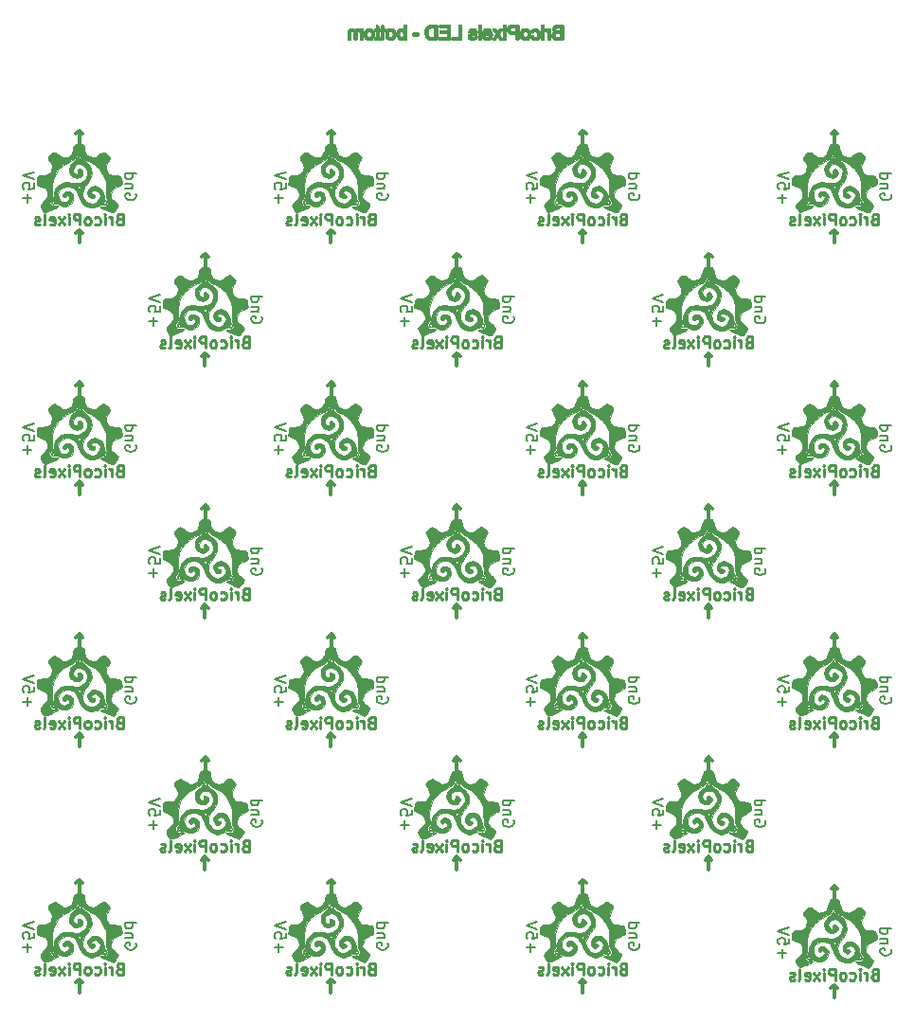
<source format=gbo>
%MOIN*%
%OFA0B0*%
%FSLAX46Y46*%
%IPPOS*%
%LPD*%
%ADD10C,0.0078740157480314977*%
%ADD11C,0.011811023622047244*%
%ADD12C,0.00984251968503937*%
%ADD13C,0.00039370078740157485*%
%ADD14C,0.0078740157480314977*%
%ADD15C,0.011811023622047244*%
%ADD16C,0.00984251968503937*%
%ADD17C,0.00039370078740157485*%
%ADD18C,0.0078740157480314977*%
%ADD19C,0.011811023622047244*%
%ADD20C,0.00984251968503937*%
%ADD21C,0.00039370078740157485*%
%ADD22C,0.0078740157480314977*%
%ADD23C,0.011811023622047244*%
%ADD24C,0.00984251968503937*%
%ADD25C,0.00039370078740157485*%
%ADD26C,0.0078740157480314977*%
%ADD27C,0.011811023622047244*%
%ADD28C,0.00984251968503937*%
%ADD29C,0.00039370078740157485*%
%ADD30C,0.0078740157480314977*%
%ADD31C,0.011811023622047244*%
%ADD32C,0.00984251968503937*%
%ADD33C,0.00039370078740157485*%
%ADD34C,0.0078740157480314977*%
%ADD35C,0.011811023622047244*%
%ADD36C,0.00984251968503937*%
%ADD37C,0.00039370078740157485*%
%ADD38C,0.0078740157480314977*%
%ADD39C,0.011811023622047244*%
%ADD40C,0.00984251968503937*%
%ADD41C,0.00039370078740157485*%
%ADD42C,0.0078740157480314977*%
%ADD43C,0.011811023622047244*%
%ADD44C,0.00984251968503937*%
%ADD45C,0.00039370078740157485*%
%ADD46C,0.0078740157480314977*%
%ADD47C,0.011811023622047244*%
%ADD48C,0.00984251968503937*%
%ADD49C,0.00039370078740157485*%
%ADD50C,0.0078740157480314977*%
%ADD51C,0.011811023622047244*%
%ADD52C,0.00984251968503937*%
%ADD53C,0.00039370078740157485*%
%ADD54C,0.0078740157480314977*%
%ADD55C,0.011811023622047244*%
%ADD56C,0.00984251968503937*%
%ADD57C,0.00039370078740157485*%
%ADD58C,0.0078740157480314977*%
%ADD59C,0.011811023622047244*%
%ADD60C,0.00984251968503937*%
%ADD61C,0.00039370078740157485*%
%ADD62C,0.0078740157480314977*%
%ADD63C,0.011811023622047244*%
%ADD64C,0.00984251968503937*%
%ADD65C,0.00039370078740157485*%
%ADD66C,0.0078740157480314977*%
%ADD67C,0.011811023622047244*%
%ADD68C,0.00984251968503937*%
%ADD69C,0.00039370078740157485*%
%ADD70C,0.0078740157480314977*%
%ADD71C,0.011811023622047244*%
%ADD72C,0.00984251968503937*%
%ADD73C,0.00039370078740157485*%
%ADD74C,0.0078740157480314977*%
%ADD75C,0.011811023622047244*%
%ADD76C,0.00984251968503937*%
%ADD77C,0.00039370078740157485*%
%ADD78C,0.0078740157480314977*%
%ADD79C,0.011811023622047244*%
%ADD80C,0.00984251968503937*%
%ADD81C,0.00039370078740157485*%
%ADD82C,0.0078740157480314977*%
%ADD83C,0.011811023622047244*%
%ADD84C,0.00984251968503937*%
%ADD85C,0.00039370078740157485*%
%ADD86C,0.0078740157480314977*%
%ADD87C,0.011811023622047244*%
%ADD88C,0.00984251968503937*%
%ADD89C,0.00039370078740157485*%
%ADD90C,0.0078740157480314977*%
%ADD91C,0.011811023622047244*%
%ADD92C,0.00984251968503937*%
%ADD93C,0.00039370078740157485*%
%ADD94C,0.0078740157480314977*%
%ADD95C,0.011811023622047244*%
%ADD96C,0.00984251968503937*%
%ADD97C,0.00039370078740157485*%
%ADD98C,0.0078740157480314977*%
%ADD99C,0.011811023622047244*%
%ADD100C,0.00984251968503937*%
%ADD101C,0.00039370078740157485*%
%ADD102C,0.0078740157480314977*%
%ADD103C,0.011811023622047244*%
%ADD104C,0.00984251968503937*%
%ADD105C,0.00039370078740157485*%
%ADD106C,0.0078740157480314977*%
%ADD107C,0.011811023622047244*%
%ADD108C,0.00984251968503937*%
%ADD109C,0.00039370078740157485*%
G36*
X0002345200Y0003859100D02*
G01*
X0002346400Y0003859300D01*
X0002347500Y0003859900D01*
X0002348300Y0003860700D01*
X0002348900Y0003861800D01*
X0002349100Y0003863099D01*
X0002348900Y0003864200D01*
X0002348300Y0003865400D01*
X0002347500Y0003866200D01*
X0002346400Y0003866800D01*
X0002345200Y0003866900D01*
X0002326700Y0003866900D01*
X0002325500Y0003866800D01*
X0002324300Y0003866200D01*
X0002323600Y0003865400D01*
X0002323000Y0003864200D01*
X0002322800Y0003863099D01*
X0002323000Y0003861800D01*
X0002323600Y0003860700D01*
X0002324300Y0003859900D01*
X0002325500Y0003859300D01*
X0002326700Y0003859100D01*
X0002345200Y0003859100D01*
G37*
G36*
X0002321600Y0003858700D02*
G01*
X0002326700Y0003859100D01*
X0002328000Y0003859300D01*
X0002329100Y0003859900D01*
X0002329900Y0003860700D01*
X0002330400Y0003861800D01*
X0002330700Y0003863099D01*
X0002330400Y0003864200D01*
X0002329900Y0003865400D01*
X0002329100Y0003866200D01*
X0002328000Y0003866800D01*
X0002326700Y0003866900D01*
X0002321600Y0003866500D01*
X0002320300Y0003866400D01*
X0002319300Y0003865800D01*
X0002318400Y0003865000D01*
X0002317900Y0003863899D01*
X0002317700Y0003862600D01*
X0002317900Y0003861400D01*
X0002318400Y0003860300D01*
X0002319300Y0003859500D01*
X0002320300Y0003858900D01*
X0002321600Y0003858700D01*
G37*
G36*
X0002317600Y0003857600D02*
G01*
X0002318900Y0003857800D01*
X0002322900Y0003858900D01*
X0002324000Y0003859500D01*
X0002324800Y0003860300D01*
X0002325400Y0003861400D01*
X0002325600Y0003862600D01*
X0002325400Y0003863899D01*
X0002324800Y0003865000D01*
X0002324000Y0003865800D01*
X0002322900Y0003866400D01*
X0002321600Y0003866500D01*
X0002320300Y0003866400D01*
X0002316300Y0003865300D01*
X0002315300Y0003864600D01*
X0002314400Y0003863899D01*
X0002313900Y0003862800D01*
X0002313700Y0003861600D01*
X0002313900Y0003860300D01*
X0002314400Y0003859200D01*
X0002315300Y0003858400D01*
X0002316300Y0003857800D01*
X0002317600Y0003857600D01*
G37*
G36*
X0002314700Y0003855700D02*
G01*
X0002315900Y0003855900D01*
X0002317000Y0003856500D01*
X0002320000Y0003858400D01*
X0002320800Y0003859200D01*
X0002321400Y0003860300D01*
X0002321600Y0003861600D01*
X0002321400Y0003862800D01*
X0002320800Y0003863899D01*
X0002320000Y0003864600D01*
X0002318900Y0003865300D01*
X0002317600Y0003865500D01*
X0002316300Y0003865300D01*
X0002315300Y0003864600D01*
X0002312300Y0003862800D01*
X0002311500Y0003862000D01*
X0002310900Y0003860900D01*
X0002310700Y0003859600D01*
X0002310900Y0003858400D01*
X0002311500Y0003857300D01*
X0002312300Y0003856500D01*
X0002313400Y0003855900D01*
X0002314700Y0003855700D01*
G37*
G36*
X0002312300Y0003853000D02*
G01*
X0002313600Y0003853200D01*
X0002314700Y0003853800D01*
X0002315500Y0003854500D01*
X0002317800Y0003857300D01*
X0002318400Y0003858400D01*
X0002318600Y0003859600D01*
X0002318400Y0003860900D01*
X0002317800Y0003862000D01*
X0002317000Y0003862800D01*
X0002315900Y0003863400D01*
X0002314700Y0003863600D01*
X0002313400Y0003863400D01*
X0002312300Y0003862800D01*
X0002311500Y0003862000D01*
X0002309200Y0003859300D01*
X0002308600Y0003858200D01*
X0002308300Y0003856900D01*
X0002308600Y0003855700D01*
X0002309200Y0003854500D01*
X0002310000Y0003853800D01*
X0002311100Y0003853200D01*
X0002312300Y0003853000D01*
G37*
G36*
X0002311000Y0003849800D02*
G01*
X0002312100Y0003850000D01*
X0002313300Y0003850600D01*
X0002314100Y0003851400D01*
X0002314700Y0003852500D01*
X0002316100Y0003855700D01*
X0002316300Y0003856900D01*
X0002316100Y0003858200D01*
X0002315500Y0003859300D01*
X0002314700Y0003860100D01*
X0002313600Y0003860700D01*
X0002312300Y0003860900D01*
X0002311100Y0003860700D01*
X0002310000Y0003860100D01*
X0002309200Y0003859300D01*
X0002308600Y0003858200D01*
X0002307200Y0003854900D01*
X0002307000Y0003853800D01*
X0002307200Y0003852500D01*
X0002307800Y0003851400D01*
X0002308600Y0003850600D01*
X0002309700Y0003850000D01*
X0002311000Y0003849800D01*
G37*
G36*
X0002310400Y0003846500D02*
G01*
X0002311700Y0003846700D01*
X0002312800Y0003847300D01*
X0002313600Y0003848100D01*
X0002314200Y0003849200D01*
X0002314400Y0003850400D01*
X0002314900Y0003853800D01*
X0002314700Y0003854900D01*
X0002314100Y0003856100D01*
X0002313300Y0003856900D01*
X0002312100Y0003857500D01*
X0002311000Y0003857700D01*
X0002309700Y0003857500D01*
X0002308600Y0003856900D01*
X0002307800Y0003856100D01*
X0002307200Y0003854900D01*
X0002307000Y0003853800D01*
X0002306500Y0003850400D01*
X0002306700Y0003849200D01*
X0002307300Y0003848100D01*
X0002308100Y0003847300D01*
X0002309200Y0003846700D01*
X0002310400Y0003846500D01*
G37*
G36*
X0002310900Y0003843500D02*
G01*
X0002312100Y0003843700D01*
X0002313200Y0003844300D01*
X0002314000Y0003845100D01*
X0002314600Y0003846200D01*
X0002314800Y0003847500D01*
X0002314400Y0003850400D01*
X0002314200Y0003851700D01*
X0002313600Y0003852800D01*
X0002312800Y0003853600D01*
X0002311700Y0003854100D01*
X0002310400Y0003854400D01*
X0002309200Y0003854100D01*
X0002308100Y0003853600D01*
X0002307300Y0003852800D01*
X0002306700Y0003851700D01*
X0002306500Y0003850400D01*
X0002306900Y0003847500D01*
X0002307100Y0003846200D01*
X0002307700Y0003845100D01*
X0002308500Y0003844300D01*
X0002309600Y0003843700D01*
X0002310900Y0003843500D01*
G37*
G36*
X0002312100Y0003840600D02*
G01*
X0002313400Y0003840800D01*
X0002314400Y0003841400D01*
X0002315300Y0003842100D01*
X0002315900Y0003843300D01*
X0002316100Y0003844500D01*
X0002315900Y0003845800D01*
X0002314600Y0003848700D01*
X0002314000Y0003849800D01*
X0002313200Y0003850600D01*
X0002312100Y0003851200D01*
X0002310900Y0003851400D01*
X0002309600Y0003851200D01*
X0002308500Y0003850600D01*
X0002307700Y0003849800D01*
X0002307100Y0003848700D01*
X0002306900Y0003847500D01*
X0002307100Y0003846200D01*
X0002308300Y0003843300D01*
X0002309000Y0003842100D01*
X0002309800Y0003841400D01*
X0002310900Y0003840800D01*
X0002312100Y0003840600D01*
G37*
G36*
X0002314200Y0003838100D02*
G01*
X0002315500Y0003838300D01*
X0002316600Y0003838900D01*
X0002317400Y0003839700D01*
X0002318000Y0003840800D01*
X0002318200Y0003842100D01*
X0002318000Y0003843300D01*
X0002317400Y0003844400D01*
X0002315300Y0003846900D01*
X0002314400Y0003847700D01*
X0002313400Y0003848300D01*
X0002312100Y0003848500D01*
X0002310900Y0003848300D01*
X0002309800Y0003847700D01*
X0002309000Y0003846900D01*
X0002308300Y0003845800D01*
X0002308100Y0003844500D01*
X0002308300Y0003843300D01*
X0002309000Y0003842100D01*
X0002311100Y0003839700D01*
X0002311900Y0003838900D01*
X0002313000Y0003838300D01*
X0002314200Y0003838100D01*
G37*
G36*
X0002317400Y0003836100D02*
G01*
X0002318600Y0003836300D01*
X0002319700Y0003836900D01*
X0002320500Y0003837700D01*
X0002321100Y0003838800D01*
X0002321300Y0003840100D01*
X0002321100Y0003841300D01*
X0002320500Y0003842400D01*
X0002319700Y0003843200D01*
X0002316600Y0003845200D01*
X0002315500Y0003845800D01*
X0002314200Y0003846000D01*
X0002313000Y0003845800D01*
X0002311900Y0003845200D01*
X0002311100Y0003844400D01*
X0002310500Y0003843300D01*
X0002310200Y0003842100D01*
X0002310500Y0003840800D01*
X0002311100Y0003839700D01*
X0002311900Y0003838900D01*
X0002315000Y0003836900D01*
X0002316100Y0003836300D01*
X0002317400Y0003836100D01*
G37*
G36*
X0002313400Y0003834300D02*
G01*
X0002314600Y0003834400D01*
X0002318600Y0003836300D01*
X0002319700Y0003836900D01*
X0002320500Y0003837700D01*
X0002321100Y0003838800D01*
X0002321300Y0003840100D01*
X0002321100Y0003841300D01*
X0002320500Y0003842400D01*
X0002319700Y0003843200D01*
X0002318600Y0003843700D01*
X0002317400Y0003844000D01*
X0002316100Y0003843700D01*
X0002312100Y0003842000D01*
X0002311000Y0003841400D01*
X0002310200Y0003840600D01*
X0002309600Y0003839499D01*
X0002309400Y0003838300D01*
X0002309600Y0003837000D01*
X0002310200Y0003835900D01*
X0002311000Y0003835100D01*
X0002312100Y0003834400D01*
X0002313400Y0003834300D01*
G37*
G36*
X0002310400Y0003831600D02*
G01*
X0002311700Y0003831700D01*
X0002312800Y0003832400D01*
X0002315700Y0003835100D01*
X0002316500Y0003835900D01*
X0002317100Y0003837000D01*
X0002317300Y0003838300D01*
X0002317100Y0003839499D01*
X0002316500Y0003840600D01*
X0002315700Y0003841400D01*
X0002314600Y0003842000D01*
X0002313400Y0003842100D01*
X0002312100Y0003842000D01*
X0002311000Y0003841400D01*
X0002308100Y0003838700D01*
X0002307300Y0003837900D01*
X0002306700Y0003836800D01*
X0002306500Y0003835600D01*
X0002306700Y0003834300D01*
X0002307300Y0003833200D01*
X0002308100Y0003832400D01*
X0002309200Y0003831700D01*
X0002310400Y0003831600D01*
G37*
G36*
X0002308600Y0003828200D02*
G01*
X0002309900Y0003828400D01*
X0002311000Y0003829000D01*
X0002311800Y0003829799D01*
X0002313600Y0003833200D01*
X0002314200Y0003834300D01*
X0002314400Y0003835600D01*
X0002314200Y0003836800D01*
X0002313600Y0003837900D01*
X0002312800Y0003838700D01*
X0002311700Y0003839300D01*
X0002310400Y0003839499D01*
X0002309200Y0003839300D01*
X0002308100Y0003838700D01*
X0002307300Y0003837900D01*
X0002305500Y0003834400D01*
X0002304900Y0003833400D01*
X0002304700Y0003832100D01*
X0002304900Y0003830900D01*
X0002305500Y0003829799D01*
X0002306200Y0003829000D01*
X0002307400Y0003828400D01*
X0002308600Y0003828200D01*
G37*
G36*
X0002308100Y0003824200D02*
G01*
X0002309300Y0003824400D01*
X0002310400Y0003825000D01*
X0002311200Y0003825800D01*
X0002311800Y0003826900D01*
X0002312000Y0003828200D01*
X0002312600Y0003832100D01*
X0002312300Y0003833400D01*
X0002311800Y0003834400D01*
X0002311000Y0003835300D01*
X0002309900Y0003835900D01*
X0002308600Y0003836100D01*
X0002307400Y0003835900D01*
X0002306200Y0003835300D01*
X0002305500Y0003834400D01*
X0002304900Y0003833400D01*
X0002304700Y0003832100D01*
X0002304100Y0003828200D01*
X0002304300Y0003826900D01*
X0002304900Y0003825800D01*
X0002305700Y0003825000D01*
X0002306800Y0003824400D01*
X0002308100Y0003824200D01*
G37*
G36*
X0002308300Y0003820800D02*
G01*
X0002309700Y0003821000D01*
X0002310800Y0003821600D01*
X0002311600Y0003822400D01*
X0002312100Y0003823500D01*
X0002312300Y0003824700D01*
X0002312000Y0003828200D01*
X0002311800Y0003829400D01*
X0002311200Y0003830500D01*
X0002310400Y0003831300D01*
X0002309300Y0003831900D01*
X0002308100Y0003832100D01*
X0002306800Y0003831900D01*
X0002305700Y0003831300D01*
X0002304900Y0003830500D01*
X0002304300Y0003829400D01*
X0002304100Y0003828200D01*
X0002304500Y0003824700D01*
X0002304700Y0003823500D01*
X0002305300Y0003822400D01*
X0002306000Y0003821600D01*
X0002307200Y0003821000D01*
X0002308300Y0003820800D01*
G37*
G36*
X0002309600Y0003817799D02*
G01*
X0002310800Y0003818000D01*
X0002311900Y0003818500D01*
X0002312700Y0003819300D01*
X0002313300Y0003820500D01*
X0002313500Y0003821800D01*
X0002313300Y0003823000D01*
X0002312100Y0003826000D01*
X0002311600Y0003827099D01*
X0002310800Y0003827899D01*
X0002309700Y0003828500D01*
X0002308300Y0003828700D01*
X0002307200Y0003828500D01*
X0002306000Y0003827899D01*
X0002305300Y0003827099D01*
X0002304700Y0003826000D01*
X0002304500Y0003824700D01*
X0002304700Y0003823500D01*
X0002305800Y0003820500D01*
X0002306400Y0003819300D01*
X0002307200Y0003818500D01*
X0002308300Y0003818000D01*
X0002309600Y0003817799D01*
G37*
G36*
X0002311100Y0003815099D02*
G01*
X0002312300Y0003815300D01*
X0002313500Y0003815800D01*
X0002314200Y0003816700D01*
X0002314900Y0003817799D01*
X0002315100Y0003819100D01*
X0002314900Y0003820300D01*
X0002314200Y0003821400D01*
X0002312700Y0003824100D01*
X0002311900Y0003824900D01*
X0002310800Y0003825500D01*
X0002309600Y0003825700D01*
X0002308300Y0003825500D01*
X0002307200Y0003824900D01*
X0002306400Y0003824100D01*
X0002305800Y0003823000D01*
X0002305600Y0003821800D01*
X0002305800Y0003820500D01*
X0002306400Y0003819300D01*
X0002308000Y0003816700D01*
X0002308800Y0003815800D01*
X0002309900Y0003815300D01*
X0002311100Y0003815099D01*
G37*
G36*
X0002313100Y0003813200D02*
G01*
X0002314400Y0003813400D01*
X0002315500Y0003814000D01*
X0002316300Y0003814800D01*
X0002316900Y0003815800D01*
X0002317100Y0003817100D01*
X0002316900Y0003818400D01*
X0002316300Y0003819500D01*
X0002315500Y0003820300D01*
X0002313500Y0003822200D01*
X0002312300Y0003822800D01*
X0002311100Y0003823000D01*
X0002309900Y0003822800D01*
X0002308800Y0003822200D01*
X0002308000Y0003821400D01*
X0002307400Y0003820300D01*
X0002307200Y0003819100D01*
X0002307400Y0003817799D01*
X0002308000Y0003816700D01*
X0002308800Y0003815800D01*
X0002310800Y0003814000D01*
X0002311900Y0003813400D01*
X0002313100Y0003813200D01*
G37*
G36*
X0002318400Y0003810700D02*
G01*
X0002319700Y0003810900D01*
X0002320800Y0003811500D01*
X0002321600Y0003812300D01*
X0002322200Y0003813400D01*
X0002322400Y0003814600D01*
X0002322200Y0003815800D01*
X0002321600Y0003817000D01*
X0002320800Y0003817799D01*
X0002319700Y0003818400D01*
X0002314400Y0003820900D01*
X0002313100Y0003821100D01*
X0002311900Y0003820900D01*
X0002310800Y0003820300D01*
X0002310000Y0003819500D01*
X0002309400Y0003818400D01*
X0002309200Y0003817100D01*
X0002309400Y0003815800D01*
X0002310000Y0003814800D01*
X0002310800Y0003814000D01*
X0002311900Y0003813400D01*
X0002317200Y0003810900D01*
X0002318400Y0003810700D01*
G37*
G36*
X0002322000Y0003810100D02*
G01*
X0002323300Y0003810300D01*
X0002324300Y0003810900D01*
X0002325200Y0003811700D01*
X0002325800Y0003812800D01*
X0002326000Y0003814000D01*
X0002325800Y0003815300D01*
X0002325200Y0003816400D01*
X0002324300Y0003817200D01*
X0002323300Y0003817799D01*
X0002319700Y0003818400D01*
X0002318400Y0003818500D01*
X0002317200Y0003818400D01*
X0002316100Y0003817799D01*
X0002315300Y0003817000D01*
X0002314700Y0003815800D01*
X0002314400Y0003814600D01*
X0002314700Y0003813400D01*
X0002315300Y0003812300D01*
X0002316100Y0003811500D01*
X0002317200Y0003810900D01*
X0002320800Y0003810300D01*
X0002322000Y0003810100D01*
G37*
G36*
X0002326400Y0003809900D02*
G01*
X0002327700Y0003810100D01*
X0002328800Y0003810700D01*
X0002329600Y0003811500D01*
X0002330200Y0003812600D01*
X0002330400Y0003813900D01*
X0002330200Y0003815099D01*
X0002329600Y0003816200D01*
X0002328800Y0003817000D01*
X0002327700Y0003817600D01*
X0002326400Y0003817799D01*
X0002322000Y0003818000D01*
X0002320800Y0003817799D01*
X0002319700Y0003817200D01*
X0002318900Y0003816400D01*
X0002318200Y0003815300D01*
X0002318100Y0003814000D01*
X0002318200Y0003812800D01*
X0002318900Y0003811700D01*
X0002319700Y0003810900D01*
X0002320800Y0003810300D01*
X0002322000Y0003810100D01*
X0002326400Y0003809900D01*
G37*
G36*
X0002345200Y0003809900D02*
G01*
X0002346400Y0003810100D01*
X0002347500Y0003810700D01*
X0002348300Y0003811500D01*
X0002348900Y0003812600D01*
X0002349100Y0003813900D01*
X0002348900Y0003815099D01*
X0002348300Y0003816200D01*
X0002347500Y0003817000D01*
X0002346400Y0003817600D01*
X0002345200Y0003817799D01*
X0002326400Y0003817799D01*
X0002325200Y0003817600D01*
X0002324100Y0003817000D01*
X0002323300Y0003816200D01*
X0002322700Y0003815099D01*
X0002322400Y0003813900D01*
X0002322700Y0003812600D01*
X0002323300Y0003811500D01*
X0002324100Y0003810700D01*
X0002325200Y0003810100D01*
X0002326400Y0003809900D01*
X0002345200Y0003809900D01*
G37*
G36*
X0002345200Y0003809900D02*
G01*
X0002346400Y0003810100D01*
X0002347500Y0003810700D01*
X0002348300Y0003811500D01*
X0002348900Y0003812600D01*
X0002349100Y0003813900D01*
X0002349100Y0003863099D01*
X0002348900Y0003864200D01*
X0002348300Y0003865400D01*
X0002347500Y0003866200D01*
X0002346400Y0003866800D01*
X0002345200Y0003866900D01*
X0002343900Y0003866800D01*
X0002342800Y0003866200D01*
X0002342000Y0003865400D01*
X0002341400Y0003864200D01*
X0002341200Y0003863099D01*
X0002341200Y0003813900D01*
X0002341400Y0003812600D01*
X0002342000Y0003811500D01*
X0002342800Y0003810700D01*
X0002343900Y0003810100D01*
X0002345200Y0003809900D01*
G37*
G36*
X0002328000Y0003838400D02*
G01*
X0002329300Y0003838600D01*
X0002330400Y0003839200D01*
X0002331200Y0003840000D01*
X0002331800Y0003841100D01*
X0002332000Y0003842400D01*
X0002331800Y0003843600D01*
X0002331200Y0003844700D01*
X0002330400Y0003845500D01*
X0002329300Y0003846100D01*
X0002328000Y0003846300D01*
X0002324300Y0003846500D01*
X0002323100Y0003846300D01*
X0002322000Y0003845700D01*
X0002321200Y0003844900D01*
X0002320600Y0003843700D01*
X0002320300Y0003842500D01*
X0002320600Y0003841300D01*
X0002321200Y0003840200D01*
X0002322000Y0003839400D01*
X0002323100Y0003838800D01*
X0002324300Y0003838600D01*
X0002328000Y0003838400D01*
G37*
G36*
X0002324300Y0003838600D02*
G01*
X0002325600Y0003838800D01*
X0002326700Y0003839400D01*
X0002327500Y0003840200D01*
X0002328100Y0003841300D01*
X0002328300Y0003842500D01*
X0002328100Y0003843700D01*
X0002327500Y0003844900D01*
X0002326700Y0003845700D01*
X0002325600Y0003846300D01*
X0002323100Y0003846700D01*
X0002321900Y0003846900D01*
X0002320600Y0003846700D01*
X0002319500Y0003846100D01*
X0002318700Y0003845300D01*
X0002318100Y0003844100D01*
X0002317900Y0003842900D01*
X0002318100Y0003841700D01*
X0002318700Y0003840600D01*
X0002319500Y0003839800D01*
X0002320600Y0003839200D01*
X0002323100Y0003838800D01*
X0002324300Y0003838600D01*
G37*
G36*
X0002321900Y0003839000D02*
G01*
X0002323100Y0003839200D01*
X0002324200Y0003839800D01*
X0002325000Y0003840600D01*
X0002325600Y0003841700D01*
X0002325800Y0003842900D01*
X0002325600Y0003844100D01*
X0002325000Y0003845300D01*
X0002324200Y0003846100D01*
X0002320300Y0003848600D01*
X0002319300Y0003849200D01*
X0002318000Y0003849400D01*
X0002316800Y0003849200D01*
X0002315700Y0003848600D01*
X0002314900Y0003847800D01*
X0002314200Y0003846700D01*
X0002314100Y0003845400D01*
X0002314200Y0003844100D01*
X0002314900Y0003843100D01*
X0002315700Y0003842300D01*
X0002319500Y0003839800D01*
X0002320600Y0003839200D01*
X0002321900Y0003839000D01*
G37*
G36*
X0002318000Y0003841500D02*
G01*
X0002319300Y0003841700D01*
X0002320300Y0003842300D01*
X0002321200Y0003843100D01*
X0002321800Y0003844100D01*
X0002322000Y0003845400D01*
X0002321800Y0003846700D01*
X0002320600Y0003851000D01*
X0002320000Y0003852100D01*
X0002319200Y0003852900D01*
X0002318100Y0003853500D01*
X0002316800Y0003853700D01*
X0002315600Y0003853500D01*
X0002314400Y0003852900D01*
X0002313700Y0003852100D01*
X0002313100Y0003851000D01*
X0002312900Y0003849700D01*
X0002313100Y0003848500D01*
X0002314200Y0003844100D01*
X0002314900Y0003843100D01*
X0002315700Y0003842300D01*
X0002316800Y0003841700D01*
X0002318000Y0003841500D01*
G37*
G36*
X0002316800Y0003845800D02*
G01*
X0002318100Y0003846000D01*
X0002319200Y0003846600D01*
X0002320000Y0003847400D01*
X0002320600Y0003848500D01*
X0002321800Y0003852800D01*
X0002322000Y0003854100D01*
X0002321800Y0003855300D01*
X0002321200Y0003856400D01*
X0002320300Y0003857200D01*
X0002319300Y0003857800D01*
X0002318000Y0003858000D01*
X0002316800Y0003857800D01*
X0002315700Y0003857200D01*
X0002314900Y0003856400D01*
X0002314200Y0003855300D01*
X0002313100Y0003851000D01*
X0002312900Y0003849700D01*
X0002313100Y0003848500D01*
X0002313700Y0003847400D01*
X0002314400Y0003846600D01*
X0002315600Y0003846000D01*
X0002316800Y0003845800D01*
G37*
G36*
X0002318000Y0003850100D02*
G01*
X0002319300Y0003850300D01*
X0002320300Y0003850900D01*
X0002323700Y0003853400D01*
X0002324500Y0003854100D01*
X0002325100Y0003855300D01*
X0002325300Y0003856500D01*
X0002325100Y0003857800D01*
X0002324500Y0003858900D01*
X0002323700Y0003859700D01*
X0002322600Y0003860300D01*
X0002321300Y0003860500D01*
X0002320100Y0003860300D01*
X0002319000Y0003859700D01*
X0002315700Y0003857200D01*
X0002314900Y0003856400D01*
X0002314200Y0003855300D01*
X0002314100Y0003854100D01*
X0002314200Y0003852800D01*
X0002314900Y0003851700D01*
X0002315700Y0003850900D01*
X0002316800Y0003850300D01*
X0002318000Y0003850100D01*
G37*
G36*
X0002321300Y0003852600D02*
G01*
X0002322600Y0003852800D01*
X0002325600Y0003853300D01*
X0002326700Y0003853900D01*
X0002327500Y0003854700D01*
X0002328100Y0003855700D01*
X0002328300Y0003857000D01*
X0002328100Y0003858300D01*
X0002327500Y0003859400D01*
X0002326700Y0003860200D01*
X0002325600Y0003860800D01*
X0002324300Y0003861000D01*
X0002323100Y0003860800D01*
X0002320100Y0003860300D01*
X0002319000Y0003859700D01*
X0002318200Y0003858900D01*
X0002317600Y0003857800D01*
X0002317400Y0003856500D01*
X0002317600Y0003855300D01*
X0002318200Y0003854100D01*
X0002319000Y0003853400D01*
X0002320100Y0003852800D01*
X0002321300Y0003852600D01*
G37*
G36*
X0002324300Y0003853100D02*
G01*
X0002328800Y0003853300D01*
X0002330100Y0003853500D01*
X0002331200Y0003854100D01*
X0002332000Y0003854900D01*
X0002332500Y0003856000D01*
X0002332800Y0003857200D01*
X0002332500Y0003858500D01*
X0002332000Y0003859600D01*
X0002331200Y0003860400D01*
X0002330100Y0003861000D01*
X0002328800Y0003861200D01*
X0002324300Y0003861000D01*
X0002323100Y0003860800D01*
X0002322000Y0003860200D01*
X0002321200Y0003859400D01*
X0002320600Y0003858300D01*
X0002320300Y0003857000D01*
X0002320600Y0003855700D01*
X0002321200Y0003854700D01*
X0002322000Y0003853900D01*
X0002323100Y0003853300D01*
X0002324300Y0003853100D01*
G37*
G36*
X0002338600Y0003853300D02*
G01*
X0002339900Y0003853500D01*
X0002341000Y0003854100D01*
X0002341800Y0003854900D01*
X0002342400Y0003856000D01*
X0002342600Y0003857200D01*
X0002342400Y0003858500D01*
X0002341800Y0003859600D01*
X0002341000Y0003860400D01*
X0002339900Y0003861000D01*
X0002338600Y0003861200D01*
X0002328800Y0003861200D01*
X0002327600Y0003861000D01*
X0002326400Y0003860400D01*
X0002325700Y0003859600D01*
X0002325100Y0003858500D01*
X0002324900Y0003857200D01*
X0002325100Y0003856000D01*
X0002325700Y0003854900D01*
X0002326400Y0003854100D01*
X0002327600Y0003853500D01*
X0002328800Y0003853300D01*
X0002338600Y0003853300D01*
G37*
G36*
X0002338600Y0003838400D02*
G01*
X0002339900Y0003838600D01*
X0002341000Y0003839200D01*
X0002341800Y0003840000D01*
X0002342400Y0003841100D01*
X0002342600Y0003842400D01*
X0002342600Y0003857200D01*
X0002342400Y0003858500D01*
X0002341800Y0003859600D01*
X0002341000Y0003860400D01*
X0002339900Y0003861000D01*
X0002338600Y0003861200D01*
X0002337400Y0003861000D01*
X0002336300Y0003860400D01*
X0002335500Y0003859600D01*
X0002334900Y0003858500D01*
X0002334700Y0003857200D01*
X0002334700Y0003842400D01*
X0002334900Y0003841100D01*
X0002335500Y0003840000D01*
X0002336300Y0003839200D01*
X0002337400Y0003838600D01*
X0002338600Y0003838400D01*
G37*
G36*
X0002338600Y0003838400D02*
G01*
X0002339900Y0003838600D01*
X0002341000Y0003839200D01*
X0002341800Y0003840000D01*
X0002342400Y0003841100D01*
X0002342600Y0003842400D01*
X0002342400Y0003843600D01*
X0002341800Y0003844700D01*
X0002341000Y0003845500D01*
X0002339900Y0003846100D01*
X0002338600Y0003846300D01*
X0002328000Y0003846300D01*
X0002326800Y0003846100D01*
X0002325700Y0003845500D01*
X0002324900Y0003844700D01*
X0002324300Y0003843600D01*
X0002324100Y0003842400D01*
X0002324300Y0003841100D01*
X0002324900Y0003840000D01*
X0002325700Y0003839200D01*
X0002326800Y0003838600D01*
X0002328000Y0003838400D01*
X0002338600Y0003838400D01*
G37*
G36*
X0002326400Y0003815700D02*
G01*
X0002327700Y0003815800D01*
X0002328800Y0003816500D01*
X0002329600Y0003817300D01*
X0002330200Y0003818400D01*
X0002330400Y0003819600D01*
X0002330200Y0003820900D01*
X0002329600Y0003822000D01*
X0002328800Y0003822800D01*
X0002327700Y0003823400D01*
X0002326400Y0003823600D01*
X0002323800Y0003823700D01*
X0002322400Y0003823500D01*
X0002321400Y0003822900D01*
X0002320600Y0003822100D01*
X0002320000Y0003821000D01*
X0002319800Y0003819700D01*
X0002320000Y0003818500D01*
X0002320600Y0003817400D01*
X0002321400Y0003816600D01*
X0002322400Y0003816000D01*
X0002323800Y0003815800D01*
X0002326400Y0003815700D01*
G37*
G36*
X0002323800Y0003815800D02*
G01*
X0002325000Y0003816000D01*
X0002326100Y0003816600D01*
X0002326900Y0003817400D01*
X0002327500Y0003818500D01*
X0002327700Y0003819700D01*
X0002327500Y0003821000D01*
X0002326900Y0003822100D01*
X0002326100Y0003822900D01*
X0002325000Y0003823500D01*
X0002323800Y0003823700D01*
X0002322000Y0003823900D01*
X0002320700Y0003823700D01*
X0002319600Y0003823100D01*
X0002318800Y0003822300D01*
X0002318200Y0003821200D01*
X0002318000Y0003819900D01*
X0002318200Y0003818700D01*
X0002318800Y0003817600D01*
X0002319600Y0003816800D01*
X0002320700Y0003816200D01*
X0002322000Y0003816000D01*
X0002323800Y0003815800D01*
G37*
G36*
X0002322000Y0003816000D02*
G01*
X0002323200Y0003816200D01*
X0002324300Y0003816800D01*
X0002325100Y0003817600D01*
X0002325700Y0003818700D01*
X0002325900Y0003819900D01*
X0002325700Y0003821200D01*
X0002325100Y0003822300D01*
X0002324300Y0003823100D01*
X0002323200Y0003823700D01*
X0002319500Y0003825000D01*
X0002318200Y0003825200D01*
X0002317000Y0003825000D01*
X0002315900Y0003824400D01*
X0002315100Y0003823600D01*
X0002314400Y0003822400D01*
X0002314200Y0003821200D01*
X0002314400Y0003820000D01*
X0002315100Y0003818900D01*
X0002315900Y0003818100D01*
X0002317000Y0003817500D01*
X0002320700Y0003816200D01*
X0002322000Y0003816000D01*
G37*
G36*
X0002318200Y0003817300D02*
G01*
X0002319500Y0003817500D01*
X0002320600Y0003818100D01*
X0002321400Y0003818900D01*
X0002322000Y0003820000D01*
X0002322200Y0003821200D01*
X0002322000Y0003822400D01*
X0002321400Y0003823600D01*
X0002318900Y0003826300D01*
X0002318100Y0003827099D01*
X0002317000Y0003827700D01*
X0002315700Y0003827899D01*
X0002314400Y0003827700D01*
X0002313400Y0003827099D01*
X0002312600Y0003826300D01*
X0002312000Y0003825200D01*
X0002311800Y0003824000D01*
X0002312000Y0003822700D01*
X0002312600Y0003821600D01*
X0002315100Y0003818900D01*
X0002315900Y0003818100D01*
X0002317000Y0003817500D01*
X0002318200Y0003817300D01*
G37*
G36*
X0002315700Y0003820000D02*
G01*
X0002317000Y0003820100D01*
X0002318100Y0003820800D01*
X0002318900Y0003821600D01*
X0002319500Y0003822700D01*
X0002319700Y0003824000D01*
X0002319500Y0003825200D01*
X0002318400Y0003829400D01*
X0002317900Y0003830500D01*
X0002317100Y0003831300D01*
X0002316000Y0003831900D01*
X0002314700Y0003832100D01*
X0002313500Y0003831900D01*
X0002312300Y0003831300D01*
X0002311600Y0003830500D01*
X0002311000Y0003829400D01*
X0002310800Y0003828200D01*
X0002311000Y0003826900D01*
X0002312000Y0003822700D01*
X0002312600Y0003821600D01*
X0002313400Y0003820800D01*
X0002314400Y0003820100D01*
X0002315700Y0003820000D01*
G37*
G36*
X0002314700Y0003824200D02*
G01*
X0002316000Y0003824400D01*
X0002317100Y0003825000D01*
X0002317900Y0003825800D01*
X0002318400Y0003826900D01*
X0002318700Y0003828200D01*
X0002319100Y0003830800D01*
X0002318900Y0003832000D01*
X0002318200Y0003833100D01*
X0002317500Y0003833900D01*
X0002316300Y0003834400D01*
X0002315100Y0003834700D01*
X0002313900Y0003834400D01*
X0002312800Y0003833900D01*
X0002312000Y0003833100D01*
X0002311400Y0003832000D01*
X0002311200Y0003830800D01*
X0002310800Y0003828200D01*
X0002311000Y0003826900D01*
X0002311600Y0003825800D01*
X0002312300Y0003825000D01*
X0002313500Y0003824400D01*
X0002314700Y0003824200D01*
G37*
G36*
X0002315100Y0003826800D02*
G01*
X0002316300Y0003827000D01*
X0002317500Y0003827600D01*
X0002318200Y0003828400D01*
X0002318900Y0003829500D01*
X0002319900Y0003831700D01*
X0002320100Y0003833000D01*
X0002319900Y0003834200D01*
X0002319300Y0003835300D01*
X0002318400Y0003836100D01*
X0002317400Y0003836700D01*
X0002316100Y0003836900D01*
X0002314900Y0003836700D01*
X0002313800Y0003836100D01*
X0002313000Y0003835300D01*
X0002312300Y0003834200D01*
X0002311400Y0003832000D01*
X0002311200Y0003830800D01*
X0002311400Y0003829500D01*
X0002312000Y0003828400D01*
X0002312800Y0003827600D01*
X0002313900Y0003827000D01*
X0002315100Y0003826800D01*
G37*
G36*
X0002316100Y0003829000D02*
G01*
X0002317400Y0003829200D01*
X0002318400Y0003829799D01*
X0002322400Y0003832500D01*
X0002323300Y0003833400D01*
X0002323900Y0003834400D01*
X0002324100Y0003835700D01*
X0002323900Y0003837000D01*
X0002323300Y0003838100D01*
X0002322400Y0003838900D01*
X0002321400Y0003839499D01*
X0002320100Y0003839700D01*
X0002318900Y0003839499D01*
X0002317800Y0003838900D01*
X0002313800Y0003836100D01*
X0002313000Y0003835300D01*
X0002312300Y0003834200D01*
X0002312100Y0003833000D01*
X0002312300Y0003831700D01*
X0002313000Y0003830500D01*
X0002313800Y0003829799D01*
X0002314900Y0003829200D01*
X0002316100Y0003829000D01*
G37*
G36*
X0002320100Y0003831700D02*
G01*
X0002321400Y0003832000D01*
X0002324300Y0003832500D01*
X0002325500Y0003833200D01*
X0002326200Y0003834000D01*
X0002326900Y0003835100D01*
X0002327100Y0003836300D01*
X0002326900Y0003837600D01*
X0002326200Y0003838700D01*
X0002325500Y0003839499D01*
X0002324300Y0003840100D01*
X0002323200Y0003840200D01*
X0002321900Y0003840100D01*
X0002318900Y0003839499D01*
X0002317800Y0003838900D01*
X0002317000Y0003838100D01*
X0002316300Y0003837000D01*
X0002316100Y0003835700D01*
X0002316300Y0003834400D01*
X0002317000Y0003833400D01*
X0002317800Y0003832500D01*
X0002318900Y0003832000D01*
X0002320100Y0003831700D01*
G37*
G36*
X0002323200Y0003832400D02*
G01*
X0002327300Y0003832500D01*
X0002328500Y0003832800D01*
X0002329700Y0003833400D01*
X0002330400Y0003834200D01*
X0002331100Y0003835300D01*
X0002331300Y0003836500D01*
X0002331100Y0003837800D01*
X0002330400Y0003838900D01*
X0002329700Y0003839700D01*
X0002328500Y0003840200D01*
X0002327300Y0003840500D01*
X0002323200Y0003840200D01*
X0002321900Y0003840100D01*
X0002320800Y0003839499D01*
X0002320000Y0003838700D01*
X0002319400Y0003837600D01*
X0002319200Y0003836300D01*
X0002319400Y0003835100D01*
X0002320000Y0003834000D01*
X0002320800Y0003833200D01*
X0002321900Y0003832500D01*
X0002323200Y0003832400D01*
G37*
G36*
X0002338600Y0003832500D02*
G01*
X0002339900Y0003832800D01*
X0002341000Y0003833400D01*
X0002341800Y0003834200D01*
X0002342400Y0003835300D01*
X0002342600Y0003836500D01*
X0002342400Y0003837800D01*
X0002341800Y0003838900D01*
X0002341000Y0003839700D01*
X0002339900Y0003840200D01*
X0002338600Y0003840500D01*
X0002327300Y0003840500D01*
X0002326100Y0003840200D01*
X0002325000Y0003839700D01*
X0002324200Y0003838900D01*
X0002323600Y0003837800D01*
X0002323400Y0003836500D01*
X0002323600Y0003835300D01*
X0002324200Y0003834200D01*
X0002325000Y0003833400D01*
X0002326100Y0003832800D01*
X0002327300Y0003832500D01*
X0002338600Y0003832500D01*
G37*
G36*
X0002338600Y0003815700D02*
G01*
X0002339900Y0003815800D01*
X0002341000Y0003816500D01*
X0002341800Y0003817300D01*
X0002342400Y0003818400D01*
X0002342600Y0003819600D01*
X0002342600Y0003836500D01*
X0002342400Y0003837800D01*
X0002341800Y0003838900D01*
X0002341000Y0003839700D01*
X0002339900Y0003840200D01*
X0002338600Y0003840500D01*
X0002337400Y0003840200D01*
X0002336300Y0003839700D01*
X0002335500Y0003838900D01*
X0002334900Y0003837800D01*
X0002334700Y0003836500D01*
X0002334700Y0003819600D01*
X0002334900Y0003818400D01*
X0002335500Y0003817300D01*
X0002336300Y0003816500D01*
X0002337400Y0003815800D01*
X0002338600Y0003815700D01*
G37*
G36*
X0002338600Y0003815700D02*
G01*
X0002339900Y0003815800D01*
X0002341000Y0003816500D01*
X0002341800Y0003817300D01*
X0002342400Y0003818400D01*
X0002342600Y0003819600D01*
X0002342400Y0003820900D01*
X0002341800Y0003822000D01*
X0002341000Y0003822800D01*
X0002339900Y0003823400D01*
X0002338600Y0003823600D01*
X0002326400Y0003823600D01*
X0002325200Y0003823400D01*
X0002324100Y0003822800D01*
X0002323300Y0003822000D01*
X0002322700Y0003820900D01*
X0002322400Y0003819600D01*
X0002322700Y0003818400D01*
X0002323300Y0003817300D01*
X0002324100Y0003816500D01*
X0002325200Y0003815800D01*
X0002326400Y0003815700D01*
X0002338600Y0003815700D01*
G37*
G36*
X0002299900Y0003845600D02*
G01*
X0002301200Y0003845800D01*
X0002302200Y0003846400D01*
X0002303100Y0003847200D01*
X0002303700Y0003848300D01*
X0002303900Y0003849500D01*
X0002303700Y0003850800D01*
X0002303100Y0003851899D01*
X0002302200Y0003852700D01*
X0002301200Y0003853300D01*
X0002299900Y0003853500D01*
X0002294500Y0003853500D01*
X0002293200Y0003853300D01*
X0002292100Y0003852700D01*
X0002291300Y0003851899D01*
X0002290700Y0003850800D01*
X0002290500Y0003849500D01*
X0002290700Y0003848300D01*
X0002291300Y0003847200D01*
X0002292100Y0003846400D01*
X0002293200Y0003845800D01*
X0002294500Y0003845600D01*
X0002299900Y0003845600D01*
G37*
G36*
X0002294500Y0003840200D02*
G01*
X0002295700Y0003840400D01*
X0002296800Y0003841000D01*
X0002297600Y0003841800D01*
X0002298200Y0003842900D01*
X0002298400Y0003844100D01*
X0002298400Y0003849500D01*
X0002298200Y0003850800D01*
X0002297600Y0003851899D01*
X0002296800Y0003852700D01*
X0002295700Y0003853300D01*
X0002294500Y0003853500D01*
X0002293200Y0003853300D01*
X0002292100Y0003852700D01*
X0002291300Y0003851899D01*
X0002290700Y0003850800D01*
X0002290500Y0003849500D01*
X0002290500Y0003844100D01*
X0002290700Y0003842900D01*
X0002291300Y0003841800D01*
X0002292100Y0003841000D01*
X0002293200Y0003840400D01*
X0002294500Y0003840200D01*
G37*
G36*
X0002294500Y0003840200D02*
G01*
X0002295700Y0003840400D01*
X0002296800Y0003841000D01*
X0002297600Y0003841800D01*
X0002298200Y0003842900D01*
X0002298400Y0003844100D01*
X0002298200Y0003845400D01*
X0002297600Y0003846500D01*
X0002295600Y0003849600D01*
X0002294800Y0003850400D01*
X0002293700Y0003851000D01*
X0002292400Y0003851200D01*
X0002291200Y0003851000D01*
X0002290000Y0003850400D01*
X0002289300Y0003849600D01*
X0002288700Y0003848500D01*
X0002288500Y0003847300D01*
X0002288700Y0003846000D01*
X0002289300Y0003844900D01*
X0002291300Y0003841800D01*
X0002292100Y0003841000D01*
X0002293200Y0003840400D01*
X0002294500Y0003840200D01*
G37*
G36*
X0002292400Y0003843300D02*
G01*
X0002293700Y0003843500D01*
X0002294800Y0003844100D01*
X0002295600Y0003844900D01*
X0002296100Y0003846000D01*
X0002296400Y0003847300D01*
X0002296100Y0003848500D01*
X0002295600Y0003849600D01*
X0002293800Y0003851499D01*
X0002293000Y0003852200D01*
X0002291900Y0003852900D01*
X0002290700Y0003853100D01*
X0002289400Y0003852900D01*
X0002288300Y0003852200D01*
X0002287500Y0003851499D01*
X0002286900Y0003850400D01*
X0002286700Y0003849100D01*
X0002286900Y0003847900D01*
X0002287500Y0003846800D01*
X0002289300Y0003844900D01*
X0002290000Y0003844100D01*
X0002291200Y0003843500D01*
X0002292400Y0003843300D01*
G37*
G36*
X0002290700Y0003845200D02*
G01*
X0002291900Y0003845400D01*
X0002293000Y0003846000D01*
X0002293800Y0003846800D01*
X0002294400Y0003847900D01*
X0002294600Y0003849100D01*
X0002294400Y0003850400D01*
X0002293800Y0003851499D01*
X0002293000Y0003852200D01*
X0002291900Y0003852900D01*
X0002287900Y0003854100D01*
X0002286800Y0003854300D01*
X0002285500Y0003854100D01*
X0002284400Y0003853500D01*
X0002283600Y0003852700D01*
X0002283000Y0003851600D01*
X0002282800Y0003850400D01*
X0002283000Y0003849100D01*
X0002283600Y0003848000D01*
X0002284400Y0003847200D01*
X0002285500Y0003846600D01*
X0002289400Y0003845400D01*
X0002290700Y0003845200D01*
G37*
G36*
X0002283700Y0003845900D02*
G01*
X0002284900Y0003846100D01*
X0002287900Y0003846600D01*
X0002289100Y0003847200D01*
X0002289900Y0003848000D01*
X0002290500Y0003849100D01*
X0002290700Y0003850400D01*
X0002290500Y0003851600D01*
X0002289900Y0003852700D01*
X0002289100Y0003853500D01*
X0002287900Y0003854100D01*
X0002286800Y0003854300D01*
X0002285500Y0003854100D01*
X0002282400Y0003853600D01*
X0002281300Y0003853000D01*
X0002280500Y0003852200D01*
X0002279900Y0003851099D01*
X0002279700Y0003849900D01*
X0002279900Y0003848600D01*
X0002280500Y0003847500D01*
X0002281300Y0003846700D01*
X0002282400Y0003846100D01*
X0002283700Y0003845900D01*
G37*
G36*
X0002280500Y0003844400D02*
G01*
X0002281800Y0003844500D01*
X0002284900Y0003846100D01*
X0002286000Y0003846700D01*
X0002286800Y0003847500D01*
X0002287400Y0003848600D01*
X0002287600Y0003849900D01*
X0002287400Y0003851099D01*
X0002286800Y0003852200D01*
X0002286000Y0003853000D01*
X0002284900Y0003853600D01*
X0002283700Y0003853800D01*
X0002282400Y0003853600D01*
X0002279300Y0003852100D01*
X0002278200Y0003851499D01*
X0002277400Y0003850700D01*
X0002276800Y0003849600D01*
X0002276600Y0003848300D01*
X0002276800Y0003847100D01*
X0002277400Y0003846000D01*
X0002278200Y0003845200D01*
X0002279300Y0003844500D01*
X0002280500Y0003844400D01*
G37*
G36*
X0002282600Y0003838800D02*
G01*
X0002283900Y0003839000D01*
X0002285000Y0003839600D01*
X0002285800Y0003840400D01*
X0002286400Y0003841500D01*
X0002286600Y0003842700D01*
X0002286400Y0003844000D01*
X0002284300Y0003849600D01*
X0002283700Y0003850700D01*
X0002282900Y0003851499D01*
X0002281800Y0003852100D01*
X0002280500Y0003852200D01*
X0002279300Y0003852100D01*
X0002278200Y0003851499D01*
X0002277400Y0003850700D01*
X0002276800Y0003849600D01*
X0002276600Y0003848300D01*
X0002276800Y0003847100D01*
X0002278900Y0003841500D01*
X0002279500Y0003840400D01*
X0002280300Y0003839600D01*
X0002281400Y0003839000D01*
X0002282600Y0003838800D01*
G37*
G36*
X0002282600Y0003838800D02*
G01*
X0002283900Y0003839000D01*
X0002286000Y0003840000D01*
X0002287200Y0003840600D01*
X0002287900Y0003841400D01*
X0002288600Y0003842500D01*
X0002288800Y0003843700D01*
X0002288600Y0003845000D01*
X0002287900Y0003846100D01*
X0002287200Y0003846900D01*
X0002286000Y0003847500D01*
X0002284900Y0003847700D01*
X0002283600Y0003847500D01*
X0002281400Y0003846500D01*
X0002280300Y0003845900D01*
X0002279500Y0003845100D01*
X0002278900Y0003844000D01*
X0002278700Y0003842700D01*
X0002278900Y0003841500D01*
X0002279500Y0003840400D01*
X0002280300Y0003839600D01*
X0002281400Y0003839000D01*
X0002282600Y0003838800D01*
G37*
G36*
X0002284900Y0003839800D02*
G01*
X0002287000Y0003840100D01*
X0002288300Y0003840200D01*
X0002289400Y0003840900D01*
X0002290200Y0003841700D01*
X0002290800Y0003842800D01*
X0002291000Y0003844000D01*
X0002290800Y0003845300D01*
X0002290200Y0003846400D01*
X0002289400Y0003847200D01*
X0002288300Y0003847800D01*
X0002287000Y0003848000D01*
X0002284900Y0003847700D01*
X0002283600Y0003847500D01*
X0002282500Y0003846900D01*
X0002281700Y0003846100D01*
X0002281100Y0003845000D01*
X0002280900Y0003843700D01*
X0002281100Y0003842500D01*
X0002281700Y0003841400D01*
X0002282500Y0003840600D01*
X0002283600Y0003840000D01*
X0002284900Y0003839800D01*
G37*
G36*
X0002290700Y0003838900D02*
G01*
X0002291900Y0003839099D01*
X0002293000Y0003839700D01*
X0002293800Y0003840500D01*
X0002294400Y0003841600D01*
X0002294600Y0003842800D01*
X0002294400Y0003844100D01*
X0002293800Y0003845200D01*
X0002293000Y0003846000D01*
X0002291900Y0003846600D01*
X0002288300Y0003847800D01*
X0002287000Y0003848000D01*
X0002285800Y0003847800D01*
X0002284700Y0003847200D01*
X0002283900Y0003846400D01*
X0002283300Y0003845300D01*
X0002283100Y0003844000D01*
X0002283300Y0003842800D01*
X0002283900Y0003841700D01*
X0002284700Y0003840900D01*
X0002285800Y0003840200D01*
X0002289400Y0003839099D01*
X0002290700Y0003838900D01*
G37*
G36*
X0002292800Y0003835600D02*
G01*
X0002294000Y0003835800D01*
X0002295200Y0003836400D01*
X0002296000Y0003837200D01*
X0002296600Y0003838300D01*
X0002296800Y0003839499D01*
X0002296600Y0003840800D01*
X0002296000Y0003841900D01*
X0002293800Y0003845200D01*
X0002293000Y0003846000D01*
X0002291900Y0003846600D01*
X0002290700Y0003846800D01*
X0002289400Y0003846600D01*
X0002288300Y0003846000D01*
X0002287500Y0003845200D01*
X0002286900Y0003844100D01*
X0002286700Y0003842800D01*
X0002286900Y0003841600D01*
X0002287500Y0003840500D01*
X0002289700Y0003837200D01*
X0002290500Y0003836400D01*
X0002291600Y0003835800D01*
X0002292800Y0003835600D01*
G37*
G36*
X0002293800Y0003828600D02*
G01*
X0002295100Y0003828800D01*
X0002296100Y0003829400D01*
X0002297000Y0003830100D01*
X0002297600Y0003831300D01*
X0002297800Y0003832500D01*
X0002296800Y0003839499D01*
X0002296600Y0003840800D01*
X0002296000Y0003841900D01*
X0002295200Y0003842700D01*
X0002294000Y0003843300D01*
X0002292800Y0003843500D01*
X0002291600Y0003843300D01*
X0002290500Y0003842700D01*
X0002289700Y0003841900D01*
X0002289100Y0003840800D01*
X0002288900Y0003839499D01*
X0002289900Y0003832500D01*
X0002290000Y0003831300D01*
X0002290700Y0003830100D01*
X0002291500Y0003829400D01*
X0002292600Y0003828800D01*
X0002293800Y0003828600D01*
G37*
G36*
X0002293800Y0003809900D02*
G01*
X0002295100Y0003810100D01*
X0002296100Y0003810700D01*
X0002297000Y0003811500D01*
X0002297600Y0003812600D01*
X0002297800Y0003813900D01*
X0002297800Y0003832500D01*
X0002297600Y0003833800D01*
X0002297000Y0003834900D01*
X0002296100Y0003835700D01*
X0002295100Y0003836300D01*
X0002293800Y0003836500D01*
X0002292600Y0003836300D01*
X0002291500Y0003835700D01*
X0002290700Y0003834900D01*
X0002290000Y0003833800D01*
X0002289900Y0003832500D01*
X0002289900Y0003813900D01*
X0002290000Y0003812600D01*
X0002290700Y0003811500D01*
X0002291500Y0003810700D01*
X0002292600Y0003810100D01*
X0002293800Y0003809900D01*
G37*
G36*
X0002299900Y0003809900D02*
G01*
X0002301200Y0003810100D01*
X0002302200Y0003810700D01*
X0002303100Y0003811500D01*
X0002303700Y0003812600D01*
X0002303900Y0003813900D01*
X0002303700Y0003815099D01*
X0002303100Y0003816200D01*
X0002302200Y0003817000D01*
X0002301200Y0003817600D01*
X0002299900Y0003817799D01*
X0002293800Y0003817799D01*
X0002292600Y0003817600D01*
X0002291500Y0003817000D01*
X0002290700Y0003816200D01*
X0002290000Y0003815099D01*
X0002289900Y0003813900D01*
X0002290000Y0003812600D01*
X0002290700Y0003811500D01*
X0002291500Y0003810700D01*
X0002292600Y0003810100D01*
X0002293800Y0003809900D01*
X0002299900Y0003809900D01*
G37*
G36*
X0002299900Y0003809900D02*
G01*
X0002301200Y0003810100D01*
X0002302200Y0003810700D01*
X0002303100Y0003811500D01*
X0002303700Y0003812600D01*
X0002303900Y0003813900D01*
X0002303900Y0003849500D01*
X0002303700Y0003850800D01*
X0002303100Y0003851899D01*
X0002302200Y0003852700D01*
X0002301200Y0003853300D01*
X0002299900Y0003853500D01*
X0002298700Y0003853300D01*
X0002297600Y0003852700D01*
X0002296800Y0003851899D01*
X0002296100Y0003850800D01*
X0002296000Y0003849500D01*
X0002296000Y0003813900D01*
X0002296100Y0003812600D01*
X0002296800Y0003811500D01*
X0002297600Y0003810700D01*
X0002298700Y0003810100D01*
X0002299900Y0003809900D01*
G37*
G36*
X0002277000Y0003859100D02*
G01*
X0002278200Y0003859300D01*
X0002279300Y0003859900D01*
X0002280100Y0003860700D01*
X0002280700Y0003861800D01*
X0002280900Y0003863099D01*
X0002280700Y0003864200D01*
X0002280100Y0003865400D01*
X0002279300Y0003866200D01*
X0002278200Y0003866800D01*
X0002277000Y0003866900D01*
X0002270900Y0003866900D01*
X0002269700Y0003866800D01*
X0002268600Y0003866200D01*
X0002267700Y0003865400D01*
X0002267200Y0003864200D01*
X0002267000Y0003863099D01*
X0002267200Y0003861800D01*
X0002267700Y0003860700D01*
X0002268600Y0003859900D01*
X0002269700Y0003859300D01*
X0002270900Y0003859100D01*
X0002277000Y0003859100D01*
G37*
G36*
X0002270900Y0003852200D02*
G01*
X0002272200Y0003852400D01*
X0002273300Y0003853000D01*
X0002274000Y0003853800D01*
X0002274700Y0003854900D01*
X0002274900Y0003856100D01*
X0002274900Y0003863099D01*
X0002274700Y0003864200D01*
X0002274000Y0003865400D01*
X0002273300Y0003866200D01*
X0002272200Y0003866800D01*
X0002270900Y0003866900D01*
X0002269700Y0003866800D01*
X0002268600Y0003866200D01*
X0002267700Y0003865400D01*
X0002267200Y0003864200D01*
X0002267000Y0003863099D01*
X0002267000Y0003856100D01*
X0002267200Y0003854900D01*
X0002267700Y0003853800D01*
X0002268600Y0003853000D01*
X0002269700Y0003852400D01*
X0002270900Y0003852200D01*
G37*
G36*
X0002277000Y0003852200D02*
G01*
X0002278200Y0003852400D01*
X0002279300Y0003853000D01*
X0002280100Y0003853800D01*
X0002280700Y0003854900D01*
X0002280900Y0003856100D01*
X0002280700Y0003857400D01*
X0002280100Y0003858500D01*
X0002279300Y0003859300D01*
X0002278200Y0003859900D01*
X0002277000Y0003860100D01*
X0002270900Y0003860100D01*
X0002269700Y0003859900D01*
X0002268600Y0003859300D01*
X0002267700Y0003858500D01*
X0002267200Y0003857400D01*
X0002267000Y0003856100D01*
X0002267200Y0003854900D01*
X0002267700Y0003853800D01*
X0002268600Y0003853000D01*
X0002269700Y0003852400D01*
X0002270900Y0003852200D01*
X0002277000Y0003852200D01*
G37*
G36*
X0002277000Y0003852200D02*
G01*
X0002278200Y0003852400D01*
X0002279300Y0003853000D01*
X0002280100Y0003853800D01*
X0002280700Y0003854900D01*
X0002280900Y0003856100D01*
X0002280900Y0003863099D01*
X0002280700Y0003864200D01*
X0002280100Y0003865400D01*
X0002279300Y0003866200D01*
X0002278200Y0003866800D01*
X0002277000Y0003866900D01*
X0002275700Y0003866800D01*
X0002274600Y0003866200D01*
X0002273800Y0003865400D01*
X0002273200Y0003864200D01*
X0002273000Y0003863099D01*
X0002273000Y0003856100D01*
X0002273200Y0003854900D01*
X0002273800Y0003853800D01*
X0002274600Y0003853000D01*
X0002275700Y0003852400D01*
X0002277000Y0003852200D01*
G37*
G36*
X0002277000Y0003845600D02*
G01*
X0002278200Y0003845800D01*
X0002279300Y0003846400D01*
X0002280100Y0003847200D01*
X0002280700Y0003848300D01*
X0002280900Y0003849500D01*
X0002280700Y0003850800D01*
X0002280100Y0003851899D01*
X0002279300Y0003852700D01*
X0002278200Y0003853300D01*
X0002277000Y0003853500D01*
X0002270900Y0003853500D01*
X0002269700Y0003853300D01*
X0002268600Y0003852700D01*
X0002267700Y0003851899D01*
X0002267200Y0003850800D01*
X0002267000Y0003849500D01*
X0002267200Y0003848300D01*
X0002267700Y0003847200D01*
X0002268600Y0003846400D01*
X0002269700Y0003845800D01*
X0002270900Y0003845600D01*
X0002277000Y0003845600D01*
G37*
G36*
X0002270900Y0003809900D02*
G01*
X0002272200Y0003810100D01*
X0002273300Y0003810700D01*
X0002274000Y0003811500D01*
X0002274700Y0003812600D01*
X0002274900Y0003813900D01*
X0002274900Y0003849500D01*
X0002274700Y0003850800D01*
X0002274000Y0003851899D01*
X0002273300Y0003852700D01*
X0002272200Y0003853300D01*
X0002270900Y0003853500D01*
X0002269700Y0003853300D01*
X0002268600Y0003852700D01*
X0002267700Y0003851899D01*
X0002267200Y0003850800D01*
X0002267000Y0003849500D01*
X0002267000Y0003813900D01*
X0002267200Y0003812600D01*
X0002267700Y0003811500D01*
X0002268600Y0003810700D01*
X0002269700Y0003810100D01*
X0002270900Y0003809900D01*
G37*
G36*
X0002277000Y0003809900D02*
G01*
X0002278200Y0003810100D01*
X0002279300Y0003810700D01*
X0002280100Y0003811500D01*
X0002280700Y0003812600D01*
X0002280900Y0003813900D01*
X0002280700Y0003815099D01*
X0002280100Y0003816200D01*
X0002279300Y0003817000D01*
X0002278200Y0003817600D01*
X0002277000Y0003817799D01*
X0002270900Y0003817799D01*
X0002269700Y0003817600D01*
X0002268600Y0003817000D01*
X0002267700Y0003816200D01*
X0002267200Y0003815099D01*
X0002267000Y0003813900D01*
X0002267200Y0003812600D01*
X0002267700Y0003811500D01*
X0002268600Y0003810700D01*
X0002269700Y0003810100D01*
X0002270900Y0003809900D01*
X0002277000Y0003809900D01*
G37*
G36*
X0002277000Y0003809900D02*
G01*
X0002278200Y0003810100D01*
X0002279300Y0003810700D01*
X0002280100Y0003811500D01*
X0002280700Y0003812600D01*
X0002280900Y0003813900D01*
X0002280900Y0003849500D01*
X0002280700Y0003850800D01*
X0002280100Y0003851899D01*
X0002279300Y0003852700D01*
X0002278200Y0003853300D01*
X0002277000Y0003853500D01*
X0002275700Y0003853300D01*
X0002274600Y0003852700D01*
X0002273800Y0003851899D01*
X0002273200Y0003850800D01*
X0002273000Y0003849500D01*
X0002273000Y0003813900D01*
X0002273200Y0003812600D01*
X0002273800Y0003811500D01*
X0002274600Y0003810700D01*
X0002275700Y0003810100D01*
X0002277000Y0003809900D01*
G37*
G36*
X0002234300Y0003816700D02*
G01*
X0002235500Y0003816900D01*
X0002236600Y0003817500D01*
X0002237400Y0003818300D01*
X0002238000Y0003819300D01*
X0002238200Y0003820600D01*
X0002238000Y0003821900D01*
X0002236300Y0003827400D01*
X0002235700Y0003828500D01*
X0002234900Y0003829300D01*
X0002233800Y0003829900D01*
X0002232500Y0003830100D01*
X0002231300Y0003829900D01*
X0002230200Y0003829300D01*
X0002229400Y0003828500D01*
X0002228800Y0003827400D01*
X0002228600Y0003826100D01*
X0002228800Y0003824900D01*
X0002230500Y0003819300D01*
X0002231100Y0003818300D01*
X0002231900Y0003817500D01*
X0002233000Y0003816900D01*
X0002234300Y0003816700D01*
G37*
G36*
X0002237600Y0003812600D02*
G01*
X0002238800Y0003812800D01*
X0002239900Y0003813400D01*
X0002240700Y0003814200D01*
X0002241300Y0003815300D01*
X0002241500Y0003816600D01*
X0002241300Y0003817799D01*
X0002240700Y0003818900D01*
X0002237400Y0003823000D01*
X0002236600Y0003823800D01*
X0002235500Y0003824400D01*
X0002234300Y0003824600D01*
X0002233000Y0003824400D01*
X0002231900Y0003823800D01*
X0002231100Y0003823000D01*
X0002230500Y0003821900D01*
X0002230300Y0003820600D01*
X0002230500Y0003819300D01*
X0002231100Y0003818300D01*
X0002234400Y0003814200D01*
X0002235200Y0003813400D01*
X0002236300Y0003812800D01*
X0002237600Y0003812600D01*
G37*
G36*
X0002242000Y0003810000D02*
G01*
X0002243200Y0003810200D01*
X0002244300Y0003810800D01*
X0002245100Y0003811600D01*
X0002245600Y0003812700D01*
X0002245800Y0003814000D01*
X0002245600Y0003815200D01*
X0002245100Y0003816300D01*
X0002244300Y0003817100D01*
X0002239900Y0003819700D01*
X0002238800Y0003820300D01*
X0002237600Y0003820500D01*
X0002236300Y0003820300D01*
X0002235200Y0003819700D01*
X0002234400Y0003818900D01*
X0002233800Y0003817799D01*
X0002233600Y0003816600D01*
X0002233800Y0003815300D01*
X0002234400Y0003814200D01*
X0002235200Y0003813400D01*
X0002239500Y0003810800D01*
X0002240700Y0003810200D01*
X0002242000Y0003810000D01*
G37*
G36*
X0002247300Y0003809100D02*
G01*
X0002248600Y0003809300D01*
X0002249600Y0003809900D01*
X0002250500Y0003810700D01*
X0002251100Y0003811800D01*
X0002251300Y0003813000D01*
X0002251100Y0003814300D01*
X0002250500Y0003815400D01*
X0002249600Y0003816200D01*
X0002248600Y0003816800D01*
X0002243200Y0003817700D01*
X0002242000Y0003817900D01*
X0002240700Y0003817700D01*
X0002239500Y0003817100D01*
X0002238800Y0003816300D01*
X0002238200Y0003815200D01*
X0002238000Y0003814000D01*
X0002238200Y0003812700D01*
X0002238800Y0003811600D01*
X0002239500Y0003810800D01*
X0002240700Y0003810200D01*
X0002246100Y0003809300D01*
X0002247300Y0003809100D01*
G37*
G36*
X0002247300Y0003809100D02*
G01*
X0002248600Y0003809300D01*
X0002255200Y0003810500D01*
X0002256300Y0003811100D01*
X0002257100Y0003811900D01*
X0002257700Y0003813000D01*
X0002257800Y0003814200D01*
X0002257700Y0003815499D01*
X0002257100Y0003816600D01*
X0002256300Y0003817400D01*
X0002255200Y0003818000D01*
X0002253800Y0003818100D01*
X0002252700Y0003818000D01*
X0002246100Y0003816800D01*
X0002245000Y0003816200D01*
X0002244200Y0003815400D01*
X0002243500Y0003814300D01*
X0002243400Y0003813000D01*
X0002243500Y0003811800D01*
X0002244200Y0003810700D01*
X0002245000Y0003809900D01*
X0002246100Y0003809300D01*
X0002247300Y0003809100D01*
G37*
G36*
X0002253800Y0003810300D02*
G01*
X0002255200Y0003810500D01*
X0002256300Y0003811100D01*
X0002261500Y0003814699D01*
X0002262300Y0003815499D01*
X0002262900Y0003816600D01*
X0002263100Y0003817799D01*
X0002262900Y0003819100D01*
X0002262300Y0003820100D01*
X0002261500Y0003821000D01*
X0002260400Y0003821600D01*
X0002259100Y0003821800D01*
X0002257800Y0003821600D01*
X0002256800Y0003821000D01*
X0002251600Y0003817400D01*
X0002250800Y0003816600D01*
X0002250200Y0003815499D01*
X0002250000Y0003814200D01*
X0002250200Y0003813000D01*
X0002250800Y0003811900D01*
X0002251600Y0003811100D01*
X0002252700Y0003810500D01*
X0002253800Y0003810300D01*
G37*
G36*
X0002259100Y0003813900D02*
G01*
X0002260400Y0003814100D01*
X0002261500Y0003814699D01*
X0002262300Y0003815499D01*
X0002265600Y0003821300D01*
X0002266200Y0003822400D01*
X0002266400Y0003823600D01*
X0002266200Y0003824900D01*
X0002265600Y0003826000D01*
X0002264800Y0003826800D01*
X0002263700Y0003827400D01*
X0002262400Y0003827600D01*
X0002261200Y0003827400D01*
X0002260100Y0003826800D01*
X0002259300Y0003826000D01*
X0002255900Y0003820100D01*
X0002255400Y0003819100D01*
X0002255200Y0003817799D01*
X0002255400Y0003816600D01*
X0002255900Y0003815499D01*
X0002256800Y0003814699D01*
X0002257800Y0003814100D01*
X0002259100Y0003813900D01*
G37*
G36*
X0002262400Y0003819700D02*
G01*
X0002263700Y0003819900D01*
X0002264800Y0003820500D01*
X0002265600Y0003821300D01*
X0002266200Y0003822400D01*
X0002266400Y0003823600D01*
X0002267500Y0003831500D01*
X0002267300Y0003832800D01*
X0002266700Y0003833900D01*
X0002265800Y0003834700D01*
X0002264800Y0003835300D01*
X0002263500Y0003835500D01*
X0002262300Y0003835300D01*
X0002261200Y0003834700D01*
X0002260400Y0003833900D01*
X0002259700Y0003832800D01*
X0002259600Y0003831500D01*
X0002258500Y0003823600D01*
X0002258700Y0003822400D01*
X0002259300Y0003821300D01*
X0002260100Y0003820500D01*
X0002261200Y0003819900D01*
X0002262400Y0003819700D01*
G37*
G36*
X0002263500Y0003827600D02*
G01*
X0002264800Y0003827800D01*
X0002265800Y0003828400D01*
X0002266700Y0003829200D01*
X0002267300Y0003830300D01*
X0002267500Y0003831500D01*
X0002267000Y0003837000D01*
X0002266800Y0003838200D01*
X0002266200Y0003839300D01*
X0002265400Y0003840100D01*
X0002264300Y0003840700D01*
X0002263000Y0003840900D01*
X0002261800Y0003840700D01*
X0002260700Y0003840100D01*
X0002259900Y0003839300D01*
X0002259300Y0003838200D01*
X0002259100Y0003837000D01*
X0002259600Y0003831500D01*
X0002259700Y0003830300D01*
X0002260400Y0003829200D01*
X0002261200Y0003828400D01*
X0002262300Y0003827800D01*
X0002263500Y0003827600D01*
G37*
G36*
X0002263000Y0003833000D02*
G01*
X0002264300Y0003833200D01*
X0002265400Y0003833800D01*
X0002266200Y0003834600D01*
X0002266800Y0003835700D01*
X0002267000Y0003837000D01*
X0002266800Y0003838200D01*
X0002265400Y0003842900D01*
X0002264800Y0003844000D01*
X0002263900Y0003844800D01*
X0002262900Y0003845400D01*
X0002261600Y0003845600D01*
X0002260400Y0003845400D01*
X0002259300Y0003844800D01*
X0002258500Y0003844000D01*
X0002257800Y0003842900D01*
X0002257700Y0003841600D01*
X0002257800Y0003840400D01*
X0002259300Y0003835700D01*
X0002259900Y0003834600D01*
X0002260700Y0003833800D01*
X0002261800Y0003833200D01*
X0002263000Y0003833000D01*
G37*
G36*
X0002261600Y0003837700D02*
G01*
X0002262900Y0003837900D01*
X0002263900Y0003838500D01*
X0002264800Y0003839300D01*
X0002265400Y0003840400D01*
X0002265600Y0003841600D01*
X0002265400Y0003842900D01*
X0002264800Y0003844000D01*
X0002262400Y0003847800D01*
X0002261600Y0003848600D01*
X0002260500Y0003849200D01*
X0002259200Y0003849400D01*
X0002258000Y0003849200D01*
X0002256900Y0003848600D01*
X0002256100Y0003847800D01*
X0002255500Y0003846700D01*
X0002255300Y0003845400D01*
X0002255500Y0003844100D01*
X0002256100Y0003843100D01*
X0002258500Y0003839300D01*
X0002259300Y0003838500D01*
X0002260400Y0003837900D01*
X0002261600Y0003837700D01*
G37*
G36*
X0002259200Y0003841500D02*
G01*
X0002260500Y0003841700D01*
X0002261600Y0003842300D01*
X0002262400Y0003843100D01*
X0002263000Y0003844100D01*
X0002263200Y0003845400D01*
X0002263000Y0003846700D01*
X0002262400Y0003847800D01*
X0002261600Y0003848600D01*
X0002258200Y0003851300D01*
X0002257100Y0003851899D01*
X0002255700Y0003852100D01*
X0002254600Y0003851899D01*
X0002253500Y0003851300D01*
X0002252700Y0003850500D01*
X0002252100Y0003849400D01*
X0002251900Y0003848100D01*
X0002252100Y0003846900D01*
X0002252700Y0003845800D01*
X0002253500Y0003845000D01*
X0002256900Y0003842300D01*
X0002258000Y0003841700D01*
X0002259200Y0003841500D01*
G37*
G36*
X0002255700Y0003844100D02*
G01*
X0002257100Y0003844400D01*
X0002258200Y0003845000D01*
X0002259000Y0003845800D01*
X0002259600Y0003846900D01*
X0002259700Y0003848100D01*
X0002259600Y0003849400D01*
X0002259000Y0003850500D01*
X0002258200Y0003851300D01*
X0002257100Y0003851899D01*
X0002253000Y0003853500D01*
X0002251700Y0003853700D01*
X0002250500Y0003853500D01*
X0002249400Y0003852900D01*
X0002248600Y0003852100D01*
X0002248000Y0003851000D01*
X0002247700Y0003849700D01*
X0002248000Y0003848500D01*
X0002248600Y0003847400D01*
X0002249400Y0003846600D01*
X0002250500Y0003846000D01*
X0002254600Y0003844400D01*
X0002255700Y0003844100D01*
G37*
G36*
X0002251700Y0003845800D02*
G01*
X0002253000Y0003846000D01*
X0002254100Y0003846600D01*
X0002254900Y0003847400D01*
X0002255500Y0003848500D01*
X0002255700Y0003849700D01*
X0002255500Y0003851000D01*
X0002254900Y0003852100D01*
X0002254100Y0003852900D01*
X0002253000Y0003853500D01*
X0002251700Y0003853700D01*
X0002247300Y0003854300D01*
X0002246100Y0003854100D01*
X0002245000Y0003853500D01*
X0002244200Y0003852700D01*
X0002243500Y0003851600D01*
X0002243400Y0003850400D01*
X0002243500Y0003849100D01*
X0002244200Y0003848000D01*
X0002245000Y0003847200D01*
X0002246100Y0003846600D01*
X0002247300Y0003846400D01*
X0002251700Y0003845800D01*
G37*
G36*
X0002242100Y0003845600D02*
G01*
X0002247300Y0003846400D01*
X0002248600Y0003846600D01*
X0002249600Y0003847200D01*
X0002250500Y0003848000D01*
X0002251100Y0003849100D01*
X0002251300Y0003850400D01*
X0002251100Y0003851600D01*
X0002250500Y0003852700D01*
X0002249600Y0003853500D01*
X0002248600Y0003854100D01*
X0002247300Y0003854300D01*
X0002242100Y0003853500D01*
X0002240800Y0003853300D01*
X0002239700Y0003852700D01*
X0002238900Y0003851899D01*
X0002238300Y0003850800D01*
X0002238100Y0003849500D01*
X0002238300Y0003848300D01*
X0002238900Y0003847200D01*
X0002239700Y0003846400D01*
X0002240800Y0003845800D01*
X0002242100Y0003845600D01*
G37*
G36*
X0002237800Y0003843300D02*
G01*
X0002239100Y0003843600D01*
X0002240200Y0003844100D01*
X0002244400Y0003846400D01*
X0002245200Y0003847200D01*
X0002245800Y0003848300D01*
X0002246000Y0003849500D01*
X0002245800Y0003850800D01*
X0002245200Y0003851899D01*
X0002244400Y0003852700D01*
X0002243300Y0003853300D01*
X0002242100Y0003853500D01*
X0002240800Y0003853300D01*
X0002239700Y0003852700D01*
X0002235500Y0003850500D01*
X0002234700Y0003849700D01*
X0002234100Y0003848600D01*
X0002233900Y0003847400D01*
X0002234100Y0003846100D01*
X0002234700Y0003845000D01*
X0002235500Y0003844100D01*
X0002236600Y0003843600D01*
X0002237800Y0003843300D01*
G37*
G36*
X0002234900Y0003839899D02*
G01*
X0002236100Y0003840100D01*
X0002237200Y0003840700D01*
X0002238000Y0003841500D01*
X0002241000Y0003845000D01*
X0002241600Y0003846100D01*
X0002241800Y0003847400D01*
X0002241600Y0003848600D01*
X0002241000Y0003849700D01*
X0002240200Y0003850500D01*
X0002239100Y0003851099D01*
X0002237800Y0003851300D01*
X0002236600Y0003851099D01*
X0002235500Y0003850500D01*
X0002234700Y0003849700D01*
X0002231700Y0003846200D01*
X0002231100Y0003845100D01*
X0002230900Y0003843900D01*
X0002231100Y0003842500D01*
X0002231700Y0003841500D01*
X0002232500Y0003840700D01*
X0002233600Y0003840100D01*
X0002234900Y0003839899D01*
G37*
G36*
X0002233200Y0003835100D02*
G01*
X0002234400Y0003835300D01*
X0002235500Y0003835900D01*
X0002236300Y0003836700D01*
X0002236900Y0003837800D01*
X0002238600Y0003842500D01*
X0002238800Y0003843900D01*
X0002238600Y0003845100D01*
X0002238000Y0003846200D01*
X0002237200Y0003847000D01*
X0002236100Y0003847600D01*
X0002234900Y0003847800D01*
X0002233600Y0003847600D01*
X0002232500Y0003847000D01*
X0002231700Y0003846200D01*
X0002231100Y0003845100D01*
X0002229400Y0003840200D01*
X0002229200Y0003839000D01*
X0002229400Y0003837800D01*
X0002230000Y0003836700D01*
X0002230800Y0003835900D01*
X0002231900Y0003835300D01*
X0002233200Y0003835100D01*
G37*
G36*
X0002239000Y0003834200D02*
G01*
X0002240200Y0003834400D01*
X0002241300Y0003835000D01*
X0002242100Y0003835800D01*
X0002242700Y0003836900D01*
X0002242900Y0003838200D01*
X0002242700Y0003839400D01*
X0002242100Y0003840500D01*
X0002241300Y0003841300D01*
X0002240200Y0003841900D01*
X0002239000Y0003842100D01*
X0002233200Y0003842900D01*
X0002231900Y0003842800D01*
X0002230800Y0003842100D01*
X0002230000Y0003841400D01*
X0002229400Y0003840200D01*
X0002229200Y0003839000D01*
X0002229400Y0003837800D01*
X0002230000Y0003836700D01*
X0002230800Y0003835900D01*
X0002231900Y0003835300D01*
X0002233200Y0003835100D01*
X0002239000Y0003834200D01*
G37*
G36*
X0002239000Y0003834200D02*
G01*
X0002240200Y0003834400D01*
X0002241300Y0003835000D01*
X0002242100Y0003835800D01*
X0002242700Y0003836900D01*
X0002243900Y0003840000D01*
X0002244100Y0003841300D01*
X0002243900Y0003842500D01*
X0002243300Y0003843600D01*
X0002242500Y0003844400D01*
X0002241400Y0003845000D01*
X0002240200Y0003845200D01*
X0002238900Y0003845000D01*
X0002237800Y0003844400D01*
X0002237000Y0003843600D01*
X0002236400Y0003842500D01*
X0002235200Y0003839400D01*
X0002235000Y0003838200D01*
X0002235200Y0003836900D01*
X0002235700Y0003835800D01*
X0002236600Y0003835000D01*
X0002237600Y0003834400D01*
X0002239000Y0003834200D01*
G37*
G36*
X0002240200Y0003837300D02*
G01*
X0002241400Y0003837500D01*
X0002242500Y0003838100D01*
X0002243300Y0003838900D01*
X0002245100Y0003841200D01*
X0002245600Y0003842300D01*
X0002245800Y0003843600D01*
X0002245600Y0003844800D01*
X0002245100Y0003845900D01*
X0002244300Y0003846700D01*
X0002243200Y0003847300D01*
X0002242000Y0003847500D01*
X0002240700Y0003847300D01*
X0002239500Y0003846700D01*
X0002238800Y0003845900D01*
X0002237000Y0003843600D01*
X0002236400Y0003842500D01*
X0002236200Y0003841300D01*
X0002236400Y0003840000D01*
X0002237000Y0003838900D01*
X0002237800Y0003838100D01*
X0002238900Y0003837500D01*
X0002240200Y0003837300D01*
G37*
G36*
X0002242000Y0003839600D02*
G01*
X0002243200Y0003839800D01*
X0002244300Y0003840400D01*
X0002246600Y0003841700D01*
X0002247400Y0003842500D01*
X0002248000Y0003843600D01*
X0002248200Y0003844900D01*
X0002248000Y0003846100D01*
X0002247400Y0003847200D01*
X0002246600Y0003848000D01*
X0002245500Y0003848600D01*
X0002244200Y0003848800D01*
X0002243000Y0003848600D01*
X0002241800Y0003848000D01*
X0002239500Y0003846700D01*
X0002238800Y0003845900D01*
X0002238200Y0003844800D01*
X0002238000Y0003843600D01*
X0002238200Y0003842300D01*
X0002238800Y0003841200D01*
X0002239500Y0003840400D01*
X0002240700Y0003839800D01*
X0002242000Y0003839600D01*
G37*
G36*
X0002244200Y0003840900D02*
G01*
X0002245500Y0003841100D01*
X0002248300Y0003841600D01*
X0002249400Y0003842100D01*
X0002250200Y0003842900D01*
X0002250800Y0003844100D01*
X0002251000Y0003845300D01*
X0002250800Y0003846600D01*
X0002250200Y0003847700D01*
X0002249400Y0003848500D01*
X0002248300Y0003849100D01*
X0002247000Y0003849300D01*
X0002245800Y0003849100D01*
X0002243000Y0003848600D01*
X0002241800Y0003848000D01*
X0002241100Y0003847200D01*
X0002240500Y0003846100D01*
X0002240300Y0003844900D01*
X0002240500Y0003843600D01*
X0002241100Y0003842500D01*
X0002241800Y0003841700D01*
X0002243000Y0003841100D01*
X0002244200Y0003840900D01*
G37*
G36*
X0002251300Y0003840600D02*
G01*
X0002252500Y0003840800D01*
X0002253600Y0003841400D01*
X0002254400Y0003842100D01*
X0002255000Y0003843300D01*
X0002255200Y0003844500D01*
X0002255000Y0003845800D01*
X0002254400Y0003846900D01*
X0002253600Y0003847700D01*
X0002252500Y0003848300D01*
X0002248300Y0003849100D01*
X0002247000Y0003849300D01*
X0002245800Y0003849100D01*
X0002244700Y0003848500D01*
X0002243900Y0003847700D01*
X0002243300Y0003846600D01*
X0002243100Y0003845300D01*
X0002243300Y0003844100D01*
X0002243900Y0003842900D01*
X0002244700Y0003842100D01*
X0002245800Y0003841600D01*
X0002250000Y0003840800D01*
X0002251300Y0003840600D01*
G37*
G36*
X0002254500Y0003838100D02*
G01*
X0002255700Y0003838300D01*
X0002256900Y0003838900D01*
X0002257700Y0003839700D01*
X0002258300Y0003840800D01*
X0002258500Y0003842100D01*
X0002258300Y0003843300D01*
X0002257700Y0003844400D01*
X0002256900Y0003845200D01*
X0002253600Y0003847700D01*
X0002252500Y0003848300D01*
X0002251300Y0003848500D01*
X0002250000Y0003848300D01*
X0002248900Y0003847700D01*
X0002248100Y0003846900D01*
X0002247500Y0003845800D01*
X0002247300Y0003844500D01*
X0002247500Y0003843300D01*
X0002248100Y0003842100D01*
X0002248900Y0003841400D01*
X0002252200Y0003838900D01*
X0002253300Y0003838300D01*
X0002254500Y0003838100D01*
G37*
G36*
X0002256600Y0003833900D02*
G01*
X0002257800Y0003834100D01*
X0002259000Y0003834700D01*
X0002259700Y0003835500D01*
X0002260400Y0003836600D01*
X0002260600Y0003837800D01*
X0002260400Y0003839099D01*
X0002258300Y0003843300D01*
X0002257700Y0003844400D01*
X0002256900Y0003845200D01*
X0002255700Y0003845800D01*
X0002254500Y0003846000D01*
X0002253300Y0003845800D01*
X0002252200Y0003845200D01*
X0002251400Y0003844400D01*
X0002250800Y0003843300D01*
X0002250600Y0003842100D01*
X0002250800Y0003840800D01*
X0002252900Y0003836600D01*
X0002253500Y0003835500D01*
X0002254300Y0003834700D01*
X0002255400Y0003834100D01*
X0002256600Y0003833900D01*
G37*
G36*
X0002257300Y0003827800D02*
G01*
X0002258600Y0003828000D01*
X0002259700Y0003828600D01*
X0002260500Y0003829400D01*
X0002261100Y0003830500D01*
X0002261300Y0003831700D01*
X0002260600Y0003837800D01*
X0002260400Y0003839099D01*
X0002259700Y0003840200D01*
X0002259000Y0003841000D01*
X0002257800Y0003841600D01*
X0002256600Y0003841800D01*
X0002255400Y0003841600D01*
X0002254300Y0003841000D01*
X0002253500Y0003840200D01*
X0002252900Y0003839099D01*
X0002252700Y0003837800D01*
X0002253400Y0003831700D01*
X0002253600Y0003830500D01*
X0002254200Y0003829400D01*
X0002255000Y0003828600D01*
X0002256100Y0003828000D01*
X0002257300Y0003827800D01*
G37*
G36*
X0002256600Y0003821600D02*
G01*
X0002257800Y0003821800D01*
X0002259000Y0003822400D01*
X0002259700Y0003823200D01*
X0002260400Y0003824300D01*
X0002260600Y0003825600D01*
X0002261300Y0003831700D01*
X0002261100Y0003833000D01*
X0002260500Y0003834100D01*
X0002259700Y0003834900D01*
X0002258600Y0003835500D01*
X0002257300Y0003835700D01*
X0002256100Y0003835500D01*
X0002255000Y0003834900D01*
X0002254200Y0003834100D01*
X0002253600Y0003833000D01*
X0002253400Y0003831700D01*
X0002252700Y0003825600D01*
X0002252900Y0003824300D01*
X0002253500Y0003823200D01*
X0002254300Y0003822400D01*
X0002255400Y0003821800D01*
X0002256600Y0003821600D01*
G37*
G36*
X0002254600Y0003817300D02*
G01*
X0002255900Y0003817500D01*
X0002257000Y0003818100D01*
X0002257800Y0003818900D01*
X0002258400Y0003820000D01*
X0002260400Y0003824300D01*
X0002260600Y0003825600D01*
X0002260400Y0003826800D01*
X0002259700Y0003827899D01*
X0002259000Y0003828700D01*
X0002257800Y0003829300D01*
X0002256600Y0003829500D01*
X0002255400Y0003829300D01*
X0002254300Y0003828700D01*
X0002253500Y0003827899D01*
X0002252900Y0003826800D01*
X0002250900Y0003822400D01*
X0002250700Y0003821200D01*
X0002250900Y0003820000D01*
X0002251500Y0003818900D01*
X0002252300Y0003818100D01*
X0002253400Y0003817500D01*
X0002254600Y0003817300D01*
G37*
G36*
X0002251400Y0003814900D02*
G01*
X0002252700Y0003815099D01*
X0002253800Y0003815700D01*
X0002257000Y0003818100D01*
X0002257800Y0003818900D01*
X0002258400Y0003820000D01*
X0002258600Y0003821200D01*
X0002258400Y0003822400D01*
X0002257800Y0003823600D01*
X0002257000Y0003824400D01*
X0002255900Y0003825000D01*
X0002254600Y0003825200D01*
X0002253400Y0003825000D01*
X0002252300Y0003824400D01*
X0002249100Y0003822000D01*
X0002248300Y0003821200D01*
X0002247700Y0003820100D01*
X0002247500Y0003818900D01*
X0002247700Y0003817600D01*
X0002248300Y0003816500D01*
X0002249100Y0003815700D01*
X0002250200Y0003815099D01*
X0002251400Y0003814900D01*
G37*
G36*
X0002247400Y0003814100D02*
G01*
X0002248700Y0003814300D01*
X0002252700Y0003815099D01*
X0002253800Y0003815700D01*
X0002254600Y0003816500D01*
X0002255200Y0003817600D01*
X0002255400Y0003818900D01*
X0002255200Y0003820100D01*
X0002254600Y0003821200D01*
X0002253800Y0003822000D01*
X0002252700Y0003822600D01*
X0002251400Y0003822800D01*
X0002250200Y0003822600D01*
X0002246200Y0003821800D01*
X0002245100Y0003821200D01*
X0002244300Y0003820400D01*
X0002243700Y0003819300D01*
X0002243500Y0003818000D01*
X0002243700Y0003816800D01*
X0002244300Y0003815700D01*
X0002245100Y0003814900D01*
X0002246200Y0003814300D01*
X0002247400Y0003814100D01*
G37*
G36*
X0002247400Y0003814100D02*
G01*
X0002248700Y0003814300D01*
X0002249800Y0003814900D01*
X0002250600Y0003815700D01*
X0002251200Y0003816800D01*
X0002251400Y0003818000D01*
X0002251200Y0003819300D01*
X0002250600Y0003820400D01*
X0002249800Y0003821200D01*
X0002248700Y0003821800D01*
X0002247400Y0003822000D01*
X0002244200Y0003822400D01*
X0002242900Y0003822300D01*
X0002241800Y0003821700D01*
X0002241000Y0003820900D01*
X0002240400Y0003819700D01*
X0002240200Y0003818500D01*
X0002240400Y0003817300D01*
X0002241000Y0003816200D01*
X0002241800Y0003815400D01*
X0002242900Y0003814800D01*
X0002244200Y0003814600D01*
X0002247400Y0003814100D01*
G37*
G36*
X0002244200Y0003814600D02*
G01*
X0002245400Y0003814800D01*
X0002246500Y0003815400D01*
X0002247300Y0003816200D01*
X0002247900Y0003817300D01*
X0002248100Y0003818500D01*
X0002247900Y0003819700D01*
X0002247300Y0003820900D01*
X0002246500Y0003821700D01*
X0002243700Y0003823400D01*
X0002242700Y0003824000D01*
X0002241400Y0003824200D01*
X0002240200Y0003824000D01*
X0002239100Y0003823400D01*
X0002238300Y0003822600D01*
X0002237600Y0003821500D01*
X0002237500Y0003820300D01*
X0002237600Y0003818900D01*
X0002238300Y0003817900D01*
X0002239100Y0003817100D01*
X0002241800Y0003815400D01*
X0002242900Y0003814800D01*
X0002244200Y0003814600D01*
G37*
G36*
X0002241400Y0003816300D02*
G01*
X0002242700Y0003816500D01*
X0002243700Y0003817100D01*
X0002244600Y0003817900D01*
X0002245200Y0003818900D01*
X0002245400Y0003820300D01*
X0002245200Y0003821500D01*
X0002244600Y0003822600D01*
X0002242700Y0003825300D01*
X0002241800Y0003826100D01*
X0002240800Y0003826700D01*
X0002239500Y0003826900D01*
X0002238300Y0003826700D01*
X0002237200Y0003826100D01*
X0002236400Y0003825300D01*
X0002235700Y0003824200D01*
X0002235500Y0003823000D01*
X0002235700Y0003821700D01*
X0002236400Y0003820600D01*
X0002238300Y0003817900D01*
X0002239100Y0003817100D01*
X0002240200Y0003816500D01*
X0002241400Y0003816300D01*
G37*
G36*
X0002239500Y0003818900D02*
G01*
X0002240800Y0003819200D01*
X0002241800Y0003819700D01*
X0002242700Y0003820600D01*
X0002243300Y0003821700D01*
X0002243500Y0003823000D01*
X0002243300Y0003824200D01*
X0002242200Y0003828200D01*
X0002241600Y0003829300D01*
X0002240800Y0003830100D01*
X0002239700Y0003830700D01*
X0002238400Y0003830900D01*
X0002237200Y0003830700D01*
X0002236100Y0003830100D01*
X0002235300Y0003829300D01*
X0002234700Y0003828200D01*
X0002234500Y0003827000D01*
X0002234700Y0003825700D01*
X0002235700Y0003821700D01*
X0002236400Y0003820600D01*
X0002237200Y0003819700D01*
X0002238300Y0003819200D01*
X0002239500Y0003818900D01*
G37*
G36*
X0002232500Y0003822200D02*
G01*
X0002238400Y0003823000D01*
X0002239700Y0003823200D01*
X0002240800Y0003823800D01*
X0002241600Y0003824600D01*
X0002242200Y0003825700D01*
X0002242400Y0003827000D01*
X0002242200Y0003828200D01*
X0002241600Y0003829300D01*
X0002240800Y0003830100D01*
X0002239700Y0003830700D01*
X0002238400Y0003830900D01*
X0002232500Y0003830100D01*
X0002231300Y0003829900D01*
X0002230200Y0003829300D01*
X0002229400Y0003828500D01*
X0002228800Y0003827400D01*
X0002228600Y0003826100D01*
X0002228800Y0003824900D01*
X0002229400Y0003823800D01*
X0002230200Y0003823000D01*
X0002231300Y0003822400D01*
X0002232500Y0003822200D01*
G37*
G36*
X0002229200Y0003832400D02*
G01*
X0002230500Y0003832500D01*
X0002231500Y0003833200D01*
X0002232400Y0003834000D01*
X0002233000Y0003835100D01*
X0002233200Y0003836300D01*
X0002233000Y0003837600D01*
X0002232000Y0003841600D01*
X0002231400Y0003842700D01*
X0002230600Y0003843500D01*
X0002229400Y0003844100D01*
X0002228200Y0003844300D01*
X0002227000Y0003844100D01*
X0002225900Y0003843500D01*
X0002225100Y0003842700D01*
X0002224500Y0003841600D01*
X0002224300Y0003840200D01*
X0002224500Y0003839099D01*
X0002225400Y0003835100D01*
X0002226100Y0003834000D01*
X0002226900Y0003833200D01*
X0002228000Y0003832500D01*
X0002229200Y0003832400D01*
G37*
G36*
X0002228200Y0003836400D02*
G01*
X0002229400Y0003836600D01*
X0002230600Y0003837200D01*
X0002231400Y0003838000D01*
X0002232000Y0003839099D01*
X0002232200Y0003840200D01*
X0002232000Y0003841600D01*
X0002231400Y0003842700D01*
X0002229600Y0003846000D01*
X0002228900Y0003846800D01*
X0002227700Y0003847400D01*
X0002226600Y0003847600D01*
X0002225300Y0003847400D01*
X0002224200Y0003846800D01*
X0002223400Y0003846000D01*
X0002222800Y0003844900D01*
X0002222600Y0003843700D01*
X0002222800Y0003842400D01*
X0002223400Y0003841300D01*
X0002225100Y0003838000D01*
X0002225900Y0003837200D01*
X0002227000Y0003836600D01*
X0002228200Y0003836400D01*
G37*
G36*
X0002226600Y0003839700D02*
G01*
X0002227700Y0003839899D01*
X0002228900Y0003840500D01*
X0002229600Y0003841300D01*
X0002230300Y0003842400D01*
X0002230500Y0003843700D01*
X0002230300Y0003844900D01*
X0002229600Y0003846000D01*
X0002227300Y0003848700D01*
X0002226500Y0003849500D01*
X0002225400Y0003850100D01*
X0002224100Y0003850300D01*
X0002222900Y0003850100D01*
X0002221800Y0003849500D01*
X0002221000Y0003848700D01*
X0002220400Y0003847600D01*
X0002220200Y0003846400D01*
X0002220400Y0003845100D01*
X0002221000Y0003844000D01*
X0002223400Y0003841300D01*
X0002224200Y0003840500D01*
X0002225300Y0003839899D01*
X0002226600Y0003839700D01*
G37*
G36*
X0002224100Y0003842400D02*
G01*
X0002225400Y0003842500D01*
X0002226500Y0003843200D01*
X0002227300Y0003844000D01*
X0002227900Y0003845100D01*
X0002228100Y0003846400D01*
X0002227900Y0003847600D01*
X0002227300Y0003848700D01*
X0002226500Y0003849500D01*
X0002221400Y0003852500D01*
X0002220300Y0003853100D01*
X0002219000Y0003853300D01*
X0002217800Y0003853100D01*
X0002216700Y0003852500D01*
X0002215900Y0003851700D01*
X0002215300Y0003850600D01*
X0002215100Y0003849300D01*
X0002215300Y0003848100D01*
X0002215900Y0003847000D01*
X0002216700Y0003846200D01*
X0002221800Y0003843200D01*
X0002222900Y0003842500D01*
X0002224100Y0003842400D01*
G37*
G36*
X0002219000Y0003845400D02*
G01*
X0002220300Y0003845600D01*
X0002221400Y0003846200D01*
X0002222200Y0003847000D01*
X0002222800Y0003848100D01*
X0002223000Y0003849300D01*
X0002222800Y0003850600D01*
X0002222200Y0003851700D01*
X0002221400Y0003852500D01*
X0002220300Y0003853100D01*
X0002214200Y0003854100D01*
X0002213000Y0003854300D01*
X0002211700Y0003854100D01*
X0002210600Y0003853500D01*
X0002209800Y0003852700D01*
X0002209200Y0003851600D01*
X0002209000Y0003850400D01*
X0002209200Y0003849100D01*
X0002209800Y0003848000D01*
X0002210600Y0003847200D01*
X0002211700Y0003846600D01*
X0002217800Y0003845600D01*
X0002219000Y0003845400D01*
G37*
G36*
X0002206200Y0003845200D02*
G01*
X0002207500Y0003845400D01*
X0002214200Y0003846600D01*
X0002215300Y0003847200D01*
X0002216100Y0003848000D01*
X0002216700Y0003849100D01*
X0002216900Y0003850400D01*
X0002216700Y0003851600D01*
X0002216100Y0003852700D01*
X0002215300Y0003853500D01*
X0002214200Y0003854100D01*
X0002213000Y0003854300D01*
X0002211700Y0003854100D01*
X0002205000Y0003852900D01*
X0002203900Y0003852200D01*
X0002203100Y0003851499D01*
X0002202500Y0003850400D01*
X0002202300Y0003849100D01*
X0002202500Y0003847900D01*
X0002203100Y0003846800D01*
X0002203900Y0003846000D01*
X0002205000Y0003845400D01*
X0002206200Y0003845200D01*
G37*
G36*
X0002200800Y0003841500D02*
G01*
X0002202100Y0003841700D01*
X0002203200Y0003842300D01*
X0002208600Y0003846000D01*
X0002209400Y0003846800D01*
X0002210000Y0003847900D01*
X0002210200Y0003849100D01*
X0002210000Y0003850400D01*
X0002209400Y0003851499D01*
X0002208600Y0003852200D01*
X0002207500Y0003852900D01*
X0002206200Y0003853100D01*
X0002205000Y0003852900D01*
X0002203900Y0003852200D01*
X0002198500Y0003848600D01*
X0002197700Y0003847800D01*
X0002197100Y0003846700D01*
X0002196900Y0003845400D01*
X0002197100Y0003844100D01*
X0002197700Y0003843100D01*
X0002198500Y0003842300D01*
X0002199600Y0003841700D01*
X0002200800Y0003841500D01*
G37*
G36*
X0002197400Y0003835800D02*
G01*
X0002198700Y0003836000D01*
X0002199800Y0003836600D01*
X0002200600Y0003837400D01*
X0002204000Y0003843100D01*
X0002204600Y0003844100D01*
X0002204800Y0003845400D01*
X0002204600Y0003846700D01*
X0002204000Y0003847800D01*
X0002203200Y0003848600D01*
X0002202100Y0003849200D01*
X0002200800Y0003849400D01*
X0002199600Y0003849200D01*
X0002198500Y0003848600D01*
X0002197700Y0003847800D01*
X0002194300Y0003842100D01*
X0002193700Y0003841000D01*
X0002193400Y0003839800D01*
X0002193700Y0003838500D01*
X0002194300Y0003837400D01*
X0002195100Y0003836600D01*
X0002196200Y0003836000D01*
X0002197400Y0003835800D01*
G37*
G36*
X0002196200Y0003828200D02*
G01*
X0002197400Y0003828400D01*
X0002198600Y0003829000D01*
X0002199300Y0003829799D01*
X0002200000Y0003830900D01*
X0002200200Y0003832100D01*
X0002201400Y0003839800D01*
X0002201200Y0003841000D01*
X0002200600Y0003842100D01*
X0002199800Y0003842900D01*
X0002198700Y0003843500D01*
X0002197400Y0003843700D01*
X0002196200Y0003843500D01*
X0002195100Y0003842900D01*
X0002194300Y0003842100D01*
X0002193700Y0003841000D01*
X0002193400Y0003839800D01*
X0002192300Y0003832100D01*
X0002192500Y0003830900D01*
X0002193100Y0003829799D01*
X0002193900Y0003829000D01*
X0002195000Y0003828400D01*
X0002196200Y0003828200D01*
G37*
G36*
X0002196800Y0003822100D02*
G01*
X0002198000Y0003822300D01*
X0002199100Y0003822900D01*
X0002199900Y0003823700D01*
X0002200500Y0003824800D01*
X0002200700Y0003826000D01*
X0002200200Y0003832100D01*
X0002200000Y0003833400D01*
X0002199300Y0003834400D01*
X0002198600Y0003835300D01*
X0002197400Y0003835900D01*
X0002196200Y0003836100D01*
X0002195000Y0003835900D01*
X0002193900Y0003835300D01*
X0002193100Y0003834400D01*
X0002192500Y0003833400D01*
X0002192300Y0003832100D01*
X0002192800Y0003826000D01*
X0002193000Y0003824800D01*
X0002193600Y0003823700D01*
X0002194400Y0003822900D01*
X0002195500Y0003822300D01*
X0002196800Y0003822100D01*
G37*
G36*
X0002198200Y0003817400D02*
G01*
X0002199500Y0003817600D01*
X0002200600Y0003818100D01*
X0002201400Y0003818900D01*
X0002202000Y0003820100D01*
X0002202200Y0003821400D01*
X0002202000Y0003822600D01*
X0002200500Y0003827300D01*
X0002199900Y0003828400D01*
X0002199100Y0003829200D01*
X0002198000Y0003829799D01*
X0002196800Y0003830000D01*
X0002195500Y0003829799D01*
X0002194400Y0003829200D01*
X0002193600Y0003828400D01*
X0002193000Y0003827300D01*
X0002192800Y0003826000D01*
X0002193000Y0003824800D01*
X0002194500Y0003820100D01*
X0002195100Y0003818900D01*
X0002195900Y0003818100D01*
X0002197000Y0003817600D01*
X0002198200Y0003817400D01*
G37*
G36*
X0002200800Y0003813900D02*
G01*
X0002202100Y0003814100D01*
X0002203200Y0003814699D01*
X0002204000Y0003815499D01*
X0002204600Y0003816600D01*
X0002204800Y0003817799D01*
X0002204600Y0003819100D01*
X0002204000Y0003820100D01*
X0002201400Y0003823700D01*
X0002200600Y0003824500D01*
X0002199500Y0003825100D01*
X0002198200Y0003825300D01*
X0002197000Y0003825100D01*
X0002195900Y0003824500D01*
X0002195100Y0003823700D01*
X0002194500Y0003822600D01*
X0002194300Y0003821400D01*
X0002194500Y0003820100D01*
X0002195100Y0003818900D01*
X0002197700Y0003815499D01*
X0002198500Y0003814699D01*
X0002199600Y0003814100D01*
X0002200800Y0003813900D01*
G37*
G36*
X0002204400Y0003811300D02*
G01*
X0002205600Y0003811500D01*
X0002206700Y0003812100D01*
X0002207500Y0003812900D01*
X0002208100Y0003814000D01*
X0002208300Y0003815300D01*
X0002208100Y0003816500D01*
X0002207500Y0003817600D01*
X0002206700Y0003818400D01*
X0002203200Y0003821000D01*
X0002202100Y0003821600D01*
X0002200800Y0003821800D01*
X0002199600Y0003821600D01*
X0002198500Y0003821000D01*
X0002197700Y0003820100D01*
X0002197100Y0003819100D01*
X0002196900Y0003817799D01*
X0002197100Y0003816600D01*
X0002197700Y0003815499D01*
X0002198500Y0003814699D01*
X0002202000Y0003812100D01*
X0002203100Y0003811500D01*
X0002204400Y0003811300D01*
G37*
G36*
X0002208400Y0003809700D02*
G01*
X0002209700Y0003809900D01*
X0002210800Y0003810500D01*
X0002211500Y0003811300D01*
X0002212200Y0003812400D01*
X0002212400Y0003813600D01*
X0002212200Y0003814900D01*
X0002211500Y0003816000D01*
X0002210800Y0003816800D01*
X0002209700Y0003817400D01*
X0002205600Y0003818900D01*
X0002204400Y0003819200D01*
X0002203100Y0003818900D01*
X0002202000Y0003818400D01*
X0002201200Y0003817600D01*
X0002200600Y0003816500D01*
X0002200400Y0003815300D01*
X0002200600Y0003814000D01*
X0002201200Y0003812900D01*
X0002202000Y0003812100D01*
X0002203100Y0003811500D01*
X0002207200Y0003809900D01*
X0002208400Y0003809700D01*
G37*
G36*
X0002213000Y0003809100D02*
G01*
X0002214200Y0003809300D01*
X0002215300Y0003809900D01*
X0002216100Y0003810700D01*
X0002216700Y0003811800D01*
X0002216900Y0003813000D01*
X0002216700Y0003814300D01*
X0002216100Y0003815400D01*
X0002215300Y0003816200D01*
X0002214200Y0003816800D01*
X0002213000Y0003817000D01*
X0002208400Y0003817600D01*
X0002207200Y0003817400D01*
X0002206100Y0003816800D01*
X0002205200Y0003816000D01*
X0002204700Y0003814900D01*
X0002204500Y0003813600D01*
X0002204700Y0003812400D01*
X0002205200Y0003811300D01*
X0002206100Y0003810500D01*
X0002207200Y0003809900D01*
X0002208400Y0003809700D01*
X0002213000Y0003809100D01*
G37*
G36*
X0002213000Y0003809100D02*
G01*
X0002214200Y0003809300D01*
X0002220900Y0003810500D01*
X0002222000Y0003811100D01*
X0002222800Y0003811900D01*
X0002223400Y0003813000D01*
X0002223500Y0003814200D01*
X0002223400Y0003815499D01*
X0002222800Y0003816600D01*
X0002222000Y0003817400D01*
X0002220900Y0003818000D01*
X0002219500Y0003818100D01*
X0002218400Y0003818000D01*
X0002211700Y0003816800D01*
X0002210600Y0003816200D01*
X0002209800Y0003815400D01*
X0002209200Y0003814300D01*
X0002209000Y0003813000D01*
X0002209200Y0003811800D01*
X0002209800Y0003810700D01*
X0002210600Y0003809900D01*
X0002211700Y0003809300D01*
X0002213000Y0003809100D01*
G37*
G36*
X0002219500Y0003810300D02*
G01*
X0002220900Y0003810500D01*
X0002222000Y0003811100D01*
X0002227400Y0003814699D01*
X0002228200Y0003815499D01*
X0002228800Y0003816600D01*
X0002229000Y0003817799D01*
X0002228800Y0003819100D01*
X0002228200Y0003820100D01*
X0002227400Y0003821000D01*
X0002226300Y0003821600D01*
X0002225000Y0003821800D01*
X0002223800Y0003821600D01*
X0002222700Y0003821000D01*
X0002217300Y0003817400D01*
X0002216500Y0003816600D01*
X0002215900Y0003815499D01*
X0002215700Y0003814200D01*
X0002215900Y0003813000D01*
X0002216500Y0003811900D01*
X0002217300Y0003811100D01*
X0002218400Y0003810500D01*
X0002219500Y0003810300D01*
G37*
G36*
X0002225000Y0003813900D02*
G01*
X0002226300Y0003814100D01*
X0002227400Y0003814699D01*
X0002228200Y0003815499D01*
X0002231500Y0003821400D01*
X0002232200Y0003822400D01*
X0002232400Y0003823700D01*
X0002232200Y0003825000D01*
X0002231500Y0003826100D01*
X0002230800Y0003826900D01*
X0002229600Y0003827499D01*
X0002228500Y0003827700D01*
X0002227200Y0003827499D01*
X0002226100Y0003826900D01*
X0002225300Y0003826100D01*
X0002221900Y0003820100D01*
X0002221300Y0003819100D01*
X0002221100Y0003817799D01*
X0002221300Y0003816600D01*
X0002221900Y0003815499D01*
X0002222700Y0003814699D01*
X0002223800Y0003814100D01*
X0002225000Y0003813900D01*
G37*
G36*
X0002228500Y0003819700D02*
G01*
X0002229600Y0003820000D01*
X0002230800Y0003820600D01*
X0002231500Y0003821400D01*
X0002232200Y0003822400D01*
X0002232400Y0003823700D01*
X0002233600Y0003831700D01*
X0002233400Y0003832900D01*
X0002232800Y0003834000D01*
X0002232000Y0003834800D01*
X0002230900Y0003835400D01*
X0002229600Y0003835600D01*
X0002228400Y0003835400D01*
X0002227300Y0003834800D01*
X0002226500Y0003834000D01*
X0002225900Y0003832900D01*
X0002225600Y0003831700D01*
X0002224500Y0003823700D01*
X0002224700Y0003822400D01*
X0002225300Y0003821400D01*
X0002226100Y0003820600D01*
X0002227200Y0003820000D01*
X0002228500Y0003819700D01*
G37*
G36*
X0002229600Y0003827700D02*
G01*
X0002230900Y0003827899D01*
X0002232000Y0003828500D01*
X0002232800Y0003829300D01*
X0002233400Y0003830400D01*
X0002233600Y0003831700D01*
X0002233200Y0003836300D01*
X0002233000Y0003837600D01*
X0002232400Y0003838700D01*
X0002231500Y0003839499D01*
X0002230500Y0003840100D01*
X0002229200Y0003840200D01*
X0002228000Y0003840100D01*
X0002226900Y0003839499D01*
X0002226100Y0003838700D01*
X0002225400Y0003837600D01*
X0002225300Y0003836300D01*
X0002225600Y0003831700D01*
X0002225900Y0003830400D01*
X0002226500Y0003829300D01*
X0002227300Y0003828500D01*
X0002228400Y0003827899D01*
X0002229600Y0003827700D01*
G37*
G36*
X0002220400Y0003817500D02*
G01*
X0002221600Y0003817700D01*
X0002222800Y0003818300D01*
X0002223500Y0003819100D01*
X0002225800Y0003823400D01*
X0002226400Y0003824500D01*
X0002226600Y0003825800D01*
X0002226400Y0003827000D01*
X0002225800Y0003828100D01*
X0002225000Y0003828900D01*
X0002223900Y0003829500D01*
X0002222700Y0003829700D01*
X0002221400Y0003829500D01*
X0002220300Y0003828900D01*
X0002219500Y0003828100D01*
X0002217300Y0003823800D01*
X0002216700Y0003822700D01*
X0002216500Y0003821500D01*
X0002216700Y0003820100D01*
X0002217300Y0003819100D01*
X0002218100Y0003818300D01*
X0002219200Y0003817700D01*
X0002220400Y0003817500D01*
G37*
G36*
X0002217000Y0003814900D02*
G01*
X0002218300Y0003815099D01*
X0002219300Y0003815700D01*
X0002222800Y0003818300D01*
X0002223500Y0003819100D01*
X0002224200Y0003820100D01*
X0002224400Y0003821500D01*
X0002224200Y0003822700D01*
X0002223500Y0003823800D01*
X0002222800Y0003824600D01*
X0002221600Y0003825200D01*
X0002220400Y0003825400D01*
X0002219200Y0003825200D01*
X0002218100Y0003824600D01*
X0002214700Y0003822000D01*
X0002213900Y0003821200D01*
X0002213300Y0003820100D01*
X0002213100Y0003818900D01*
X0002213300Y0003817600D01*
X0002213900Y0003816500D01*
X0002214700Y0003815700D01*
X0002215800Y0003815099D01*
X0002217000Y0003814900D01*
G37*
G36*
X0002213000Y0003814100D02*
G01*
X0002214200Y0003814300D01*
X0002218300Y0003815099D01*
X0002219300Y0003815700D01*
X0002220200Y0003816500D01*
X0002220800Y0003817600D01*
X0002221000Y0003818900D01*
X0002220800Y0003820100D01*
X0002220200Y0003821200D01*
X0002219300Y0003822000D01*
X0002218300Y0003822600D01*
X0002217000Y0003822800D01*
X0002215800Y0003822600D01*
X0002211700Y0003821800D01*
X0002210600Y0003821200D01*
X0002209800Y0003820400D01*
X0002209200Y0003819300D01*
X0002209000Y0003818000D01*
X0002209200Y0003816800D01*
X0002209800Y0003815700D01*
X0002210600Y0003814900D01*
X0002211700Y0003814300D01*
X0002213000Y0003814100D01*
G37*
G36*
X0002213000Y0003814100D02*
G01*
X0002214200Y0003814300D01*
X0002215300Y0003814900D01*
X0002216100Y0003815700D01*
X0002216700Y0003816800D01*
X0002216900Y0003818000D01*
X0002216700Y0003819300D01*
X0002216100Y0003820400D01*
X0002215300Y0003821200D01*
X0002214200Y0003821800D01*
X0002210000Y0003822600D01*
X0002208700Y0003822800D01*
X0002207500Y0003822600D01*
X0002206400Y0003822000D01*
X0002205600Y0003821200D01*
X0002205000Y0003820100D01*
X0002204800Y0003818900D01*
X0002205000Y0003817600D01*
X0002205600Y0003816500D01*
X0002206400Y0003815700D01*
X0002207500Y0003815099D01*
X0002211700Y0003814300D01*
X0002213000Y0003814100D01*
G37*
G36*
X0002208700Y0003814900D02*
G01*
X0002210000Y0003815099D01*
X0002211100Y0003815700D01*
X0002211900Y0003816500D01*
X0002212500Y0003817600D01*
X0002212700Y0003818900D01*
X0002212500Y0003820100D01*
X0002211900Y0003821200D01*
X0002211100Y0003822000D01*
X0002207800Y0003824600D01*
X0002206700Y0003825200D01*
X0002205400Y0003825400D01*
X0002204200Y0003825200D01*
X0002203100Y0003824600D01*
X0002202300Y0003823800D01*
X0002201700Y0003822700D01*
X0002201400Y0003821500D01*
X0002201700Y0003820100D01*
X0002202300Y0003819100D01*
X0002203100Y0003818300D01*
X0002206400Y0003815700D01*
X0002207500Y0003815099D01*
X0002208700Y0003814900D01*
G37*
G36*
X0002205400Y0003817500D02*
G01*
X0002206700Y0003817700D01*
X0002207800Y0003818300D01*
X0002208600Y0003819100D01*
X0002209200Y0003820100D01*
X0002209400Y0003821500D01*
X0002209200Y0003822700D01*
X0002208600Y0003823800D01*
X0002206300Y0003828100D01*
X0002205400Y0003828900D01*
X0002204400Y0003829500D01*
X0002203100Y0003829700D01*
X0002201900Y0003829500D01*
X0002200800Y0003828900D01*
X0002200000Y0003828100D01*
X0002199300Y0003827000D01*
X0002199200Y0003825800D01*
X0002199300Y0003824500D01*
X0002200000Y0003823400D01*
X0002202300Y0003819100D01*
X0002203100Y0003818300D01*
X0002204200Y0003817700D01*
X0002205400Y0003817500D01*
G37*
G36*
X0002203100Y0003821800D02*
G01*
X0002204400Y0003822000D01*
X0002205400Y0003822600D01*
X0002206300Y0003823400D01*
X0002206900Y0003824500D01*
X0002207100Y0003825800D01*
X0002206400Y0003831900D01*
X0002206200Y0003833100D01*
X0002205600Y0003834200D01*
X0002204800Y0003835000D01*
X0002203700Y0003835600D01*
X0002202500Y0003835800D01*
X0002201200Y0003835600D01*
X0002200100Y0003835000D01*
X0002199300Y0003834200D01*
X0002198700Y0003833100D01*
X0002198500Y0003831900D01*
X0002199200Y0003825800D01*
X0002199300Y0003824500D01*
X0002200000Y0003823400D01*
X0002200800Y0003822600D01*
X0002201900Y0003822000D01*
X0002203100Y0003821800D01*
G37*
G36*
X0002202500Y0003827899D02*
G01*
X0002203700Y0003828100D01*
X0002204800Y0003828700D01*
X0002205600Y0003829500D01*
X0002206200Y0003830500D01*
X0002206400Y0003831900D01*
X0002207100Y0003837600D01*
X0002206900Y0003838900D01*
X0002206300Y0003840000D01*
X0002205400Y0003840800D01*
X0002204400Y0003841400D01*
X0002203100Y0003841600D01*
X0002201900Y0003841400D01*
X0002200800Y0003840800D01*
X0002200000Y0003840000D01*
X0002199300Y0003838900D01*
X0002199200Y0003837600D01*
X0002198500Y0003831900D01*
X0002198700Y0003830500D01*
X0002199300Y0003829500D01*
X0002200100Y0003828700D01*
X0002201200Y0003828100D01*
X0002202500Y0003827899D01*
G37*
G36*
X0002203100Y0003833700D02*
G01*
X0002204400Y0003833900D01*
X0002205400Y0003834400D01*
X0002206300Y0003835300D01*
X0002208600Y0003839600D01*
X0002209200Y0003840700D01*
X0002209400Y0003841900D01*
X0002209200Y0003843200D01*
X0002208600Y0003844300D01*
X0002207800Y0003845100D01*
X0002206700Y0003845700D01*
X0002205400Y0003845900D01*
X0002204200Y0003845700D01*
X0002203100Y0003845100D01*
X0002202300Y0003844300D01*
X0002200000Y0003840000D01*
X0002199300Y0003838900D01*
X0002199200Y0003837600D01*
X0002199300Y0003836400D01*
X0002200000Y0003835300D01*
X0002200800Y0003834400D01*
X0002201900Y0003833900D01*
X0002203100Y0003833700D01*
G37*
G36*
X0002205400Y0003838000D02*
G01*
X0002206700Y0003838200D01*
X0002207800Y0003838800D01*
X0002211200Y0003841300D01*
X0002212000Y0003842100D01*
X0002212600Y0003843200D01*
X0002212800Y0003844400D01*
X0002212600Y0003845700D01*
X0002212000Y0003846800D01*
X0002211200Y0003847600D01*
X0002210100Y0003848200D01*
X0002208800Y0003848400D01*
X0002207500Y0003848200D01*
X0002206500Y0003847600D01*
X0002203100Y0003845100D01*
X0002202300Y0003844300D01*
X0002201700Y0003843200D01*
X0002201400Y0003841900D01*
X0002201700Y0003840700D01*
X0002202300Y0003839600D01*
X0002203100Y0003838800D01*
X0002204200Y0003838200D01*
X0002205400Y0003838000D01*
G37*
G36*
X0002208800Y0003840500D02*
G01*
X0002210100Y0003840700D01*
X0002214200Y0003841600D01*
X0002215300Y0003842100D01*
X0002216100Y0003842900D01*
X0002216700Y0003844100D01*
X0002216900Y0003845300D01*
X0002216700Y0003846600D01*
X0002216100Y0003847700D01*
X0002215300Y0003848500D01*
X0002214200Y0003849100D01*
X0002213000Y0003849300D01*
X0002211700Y0003849100D01*
X0002207500Y0003848200D01*
X0002206500Y0003847600D01*
X0002205700Y0003846800D01*
X0002205100Y0003845700D01*
X0002204900Y0003844400D01*
X0002205100Y0003843200D01*
X0002205700Y0003842100D01*
X0002206500Y0003841300D01*
X0002207500Y0003840700D01*
X0002208800Y0003840500D01*
G37*
G36*
X0002217000Y0003840500D02*
G01*
X0002218300Y0003840700D01*
X0002219300Y0003841300D01*
X0002220200Y0003842100D01*
X0002220800Y0003843200D01*
X0002221000Y0003844400D01*
X0002220800Y0003845700D01*
X0002220200Y0003846800D01*
X0002219300Y0003847600D01*
X0002218300Y0003848200D01*
X0002214200Y0003849100D01*
X0002213000Y0003849300D01*
X0002211700Y0003849100D01*
X0002210600Y0003848500D01*
X0002209800Y0003847700D01*
X0002209200Y0003846600D01*
X0002209000Y0003845300D01*
X0002209200Y0003844100D01*
X0002209800Y0003842900D01*
X0002210600Y0003842100D01*
X0002211700Y0003841600D01*
X0002215800Y0003840700D01*
X0002217000Y0003840500D01*
G37*
G36*
X0002220400Y0003838000D02*
G01*
X0002221600Y0003838200D01*
X0002222800Y0003838800D01*
X0002223500Y0003839600D01*
X0002224200Y0003840700D01*
X0002224400Y0003841900D01*
X0002224200Y0003843200D01*
X0002223500Y0003844300D01*
X0002222800Y0003845100D01*
X0002219300Y0003847600D01*
X0002218300Y0003848200D01*
X0002217000Y0003848400D01*
X0002215800Y0003848200D01*
X0002214700Y0003847600D01*
X0002213900Y0003846800D01*
X0002213300Y0003845700D01*
X0002213100Y0003844400D01*
X0002213300Y0003843200D01*
X0002213900Y0003842100D01*
X0002214700Y0003841300D01*
X0002218100Y0003838800D01*
X0002219200Y0003838200D01*
X0002220400Y0003838000D01*
G37*
G36*
X0002222700Y0003833700D02*
G01*
X0002223900Y0003833900D01*
X0002225000Y0003834400D01*
X0002225800Y0003835300D01*
X0002226400Y0003836400D01*
X0002226600Y0003837600D01*
X0002226400Y0003838900D01*
X0002225800Y0003840000D01*
X0002223500Y0003844300D01*
X0002222800Y0003845100D01*
X0002221600Y0003845700D01*
X0002220400Y0003845900D01*
X0002219200Y0003845700D01*
X0002218100Y0003845100D01*
X0002217300Y0003844300D01*
X0002216700Y0003843200D01*
X0002216500Y0003841900D01*
X0002216700Y0003840700D01*
X0002217300Y0003839600D01*
X0002219500Y0003835300D01*
X0002220300Y0003834400D01*
X0002221400Y0003833900D01*
X0002222700Y0003833700D01*
G37*
G36*
X0002223400Y0003827700D02*
G01*
X0002224700Y0003827899D01*
X0002225800Y0003828500D01*
X0002226600Y0003829300D01*
X0002227200Y0003830400D01*
X0002227400Y0003831700D01*
X0002226600Y0003837600D01*
X0002226400Y0003838900D01*
X0002225800Y0003840000D01*
X0002225000Y0003840800D01*
X0002223900Y0003841400D01*
X0002222700Y0003841600D01*
X0002221400Y0003841400D01*
X0002220300Y0003840800D01*
X0002219500Y0003840000D01*
X0002218900Y0003838900D01*
X0002218700Y0003837600D01*
X0002219500Y0003831700D01*
X0002219700Y0003830400D01*
X0002220300Y0003829300D01*
X0002221100Y0003828500D01*
X0002222200Y0003827899D01*
X0002223400Y0003827700D01*
G37*
G36*
X0002222700Y0003821800D02*
G01*
X0002223900Y0003822000D01*
X0002225000Y0003822600D01*
X0002225800Y0003823400D01*
X0002226400Y0003824500D01*
X0002226600Y0003825800D01*
X0002227400Y0003831700D01*
X0002227200Y0003832900D01*
X0002226600Y0003834000D01*
X0002225800Y0003834800D01*
X0002224700Y0003835400D01*
X0002223400Y0003835600D01*
X0002222200Y0003835400D01*
X0002221100Y0003834800D01*
X0002220300Y0003834000D01*
X0002219700Y0003832900D01*
X0002219500Y0003831700D01*
X0002218700Y0003825800D01*
X0002218900Y0003824500D01*
X0002219500Y0003823400D01*
X0002220300Y0003822600D01*
X0002221400Y0003822000D01*
X0002222700Y0003821800D01*
G37*
G36*
X0002188400Y0003859100D02*
G01*
X0002189600Y0003859300D01*
X0002190700Y0003859900D01*
X0002191500Y0003860700D01*
X0002192100Y0003861800D01*
X0002192300Y0003863099D01*
X0002192100Y0003864200D01*
X0002191500Y0003865400D01*
X0002190700Y0003866200D01*
X0002189600Y0003866800D01*
X0002188400Y0003866900D01*
X0002169800Y0003866900D01*
X0002168600Y0003866800D01*
X0002167500Y0003866200D01*
X0002166700Y0003865400D01*
X0002166100Y0003864200D01*
X0002165900Y0003863099D01*
X0002166100Y0003861800D01*
X0002166700Y0003860700D01*
X0002167500Y0003859900D01*
X0002168600Y0003859300D01*
X0002169800Y0003859100D01*
X0002188400Y0003859100D01*
G37*
G36*
X0002165600Y0003859000D02*
G01*
X0002169800Y0003859100D01*
X0002171100Y0003859300D01*
X0002172200Y0003859900D01*
X0002173000Y0003860700D01*
X0002173600Y0003861800D01*
X0002173800Y0003863099D01*
X0002173600Y0003864200D01*
X0002173000Y0003865400D01*
X0002172200Y0003866200D01*
X0002171100Y0003866800D01*
X0002169800Y0003866900D01*
X0002165600Y0003866900D01*
X0002164300Y0003866700D01*
X0002163100Y0003866100D01*
X0002162400Y0003865300D01*
X0002161800Y0003864200D01*
X0002161600Y0003863000D01*
X0002161800Y0003861700D01*
X0002162400Y0003860600D01*
X0002163100Y0003859800D01*
X0002164300Y0003859200D01*
X0002165600Y0003859000D01*
G37*
G36*
X0002162300Y0003858600D02*
G01*
X0002165600Y0003859000D01*
X0002166800Y0003859200D01*
X0002167900Y0003859800D01*
X0002168700Y0003860600D01*
X0002169200Y0003861700D01*
X0002169500Y0003863000D01*
X0002169200Y0003864200D01*
X0002168700Y0003865300D01*
X0002167900Y0003866100D01*
X0002166800Y0003866700D01*
X0002165600Y0003866900D01*
X0002162300Y0003866500D01*
X0002161000Y0003866300D01*
X0002160000Y0003865700D01*
X0002159100Y0003864900D01*
X0002158600Y0003863800D01*
X0002158400Y0003862500D01*
X0002158600Y0003861300D01*
X0002159100Y0003860200D01*
X0002160000Y0003859400D01*
X0002161000Y0003858800D01*
X0002162300Y0003858600D01*
G37*
G36*
X0002156200Y0003856300D02*
G01*
X0002157500Y0003856500D01*
X0002163600Y0003858800D01*
X0002164700Y0003859400D01*
X0002165500Y0003860200D01*
X0002166100Y0003861300D01*
X0002166300Y0003862500D01*
X0002166100Y0003863800D01*
X0002165500Y0003864900D01*
X0002164700Y0003865700D01*
X0002163600Y0003866300D01*
X0002162300Y0003866500D01*
X0002161000Y0003866300D01*
X0002154900Y0003864000D01*
X0002153900Y0003863400D01*
X0002153000Y0003862600D01*
X0002152500Y0003861500D01*
X0002152300Y0003860300D01*
X0002152500Y0003859000D01*
X0002153000Y0003857900D01*
X0002153900Y0003857100D01*
X0002154900Y0003856500D01*
X0002156200Y0003856300D01*
G37*
G36*
X0002154100Y0003854300D02*
G01*
X0002155300Y0003854500D01*
X0002156400Y0003855100D01*
X0002158600Y0003857100D01*
X0002159400Y0003857900D01*
X0002160000Y0003859000D01*
X0002160200Y0003860300D01*
X0002160000Y0003861500D01*
X0002159400Y0003862600D01*
X0002158600Y0003863400D01*
X0002157500Y0003864000D01*
X0002156200Y0003864200D01*
X0002154900Y0003864000D01*
X0002153900Y0003863400D01*
X0002151700Y0003861400D01*
X0002150900Y0003860600D01*
X0002150300Y0003859500D01*
X0002150100Y0003858200D01*
X0002150300Y0003857000D01*
X0002150900Y0003855900D01*
X0002151700Y0003855100D01*
X0002152800Y0003854500D01*
X0002154100Y0003854300D01*
G37*
G36*
X0002152300Y0003851600D02*
G01*
X0002153600Y0003851800D01*
X0002154700Y0003852400D01*
X0002155500Y0003853200D01*
X0002157200Y0003855900D01*
X0002157800Y0003857000D01*
X0002158000Y0003858200D01*
X0002157800Y0003859500D01*
X0002157200Y0003860600D01*
X0002156400Y0003861400D01*
X0002155300Y0003862000D01*
X0002154100Y0003862200D01*
X0002152800Y0003862000D01*
X0002151700Y0003861400D01*
X0002150900Y0003860600D01*
X0002149200Y0003857900D01*
X0002148600Y0003856800D01*
X0002148400Y0003855600D01*
X0002148600Y0003854300D01*
X0002149200Y0003853200D01*
X0002150000Y0003852400D01*
X0002151100Y0003851800D01*
X0002152300Y0003851600D01*
G37*
G36*
X0002151300Y0003848400D02*
G01*
X0002152500Y0003848600D01*
X0002153600Y0003849200D01*
X0002154400Y0003850000D01*
X0002154900Y0003851099D01*
X0002156100Y0003854300D01*
X0002156300Y0003855600D01*
X0002156100Y0003856800D01*
X0002155500Y0003857900D01*
X0002154700Y0003858700D01*
X0002153600Y0003859300D01*
X0002152300Y0003859500D01*
X0002151100Y0003859300D01*
X0002150000Y0003858700D01*
X0002149200Y0003857900D01*
X0002148600Y0003856800D01*
X0002147500Y0003853600D01*
X0002147300Y0003852200D01*
X0002147500Y0003851099D01*
X0002148100Y0003850000D01*
X0002148800Y0003849200D01*
X0002150000Y0003848600D01*
X0002151300Y0003848400D01*
G37*
G36*
X0002150800Y0003844900D02*
G01*
X0002152100Y0003845100D01*
X0002153200Y0003845700D01*
X0002154000Y0003846500D01*
X0002154600Y0003847600D01*
X0002154800Y0003848900D01*
X0002155100Y0003852200D01*
X0002154900Y0003853600D01*
X0002154400Y0003854700D01*
X0002153600Y0003855500D01*
X0002152500Y0003856100D01*
X0002151300Y0003856300D01*
X0002150000Y0003856100D01*
X0002148800Y0003855500D01*
X0002148100Y0003854700D01*
X0002147500Y0003853600D01*
X0002147300Y0003852200D01*
X0002146900Y0003848900D01*
X0002147100Y0003847600D01*
X0002147700Y0003846500D01*
X0002148500Y0003845700D01*
X0002149600Y0003845100D01*
X0002150800Y0003844900D01*
G37*
G36*
X0002151900Y0003839099D02*
G01*
X0002153000Y0003839300D01*
X0002154200Y0003839899D01*
X0002154900Y0003840700D01*
X0002155600Y0003841800D01*
X0002155800Y0003842900D01*
X0002155600Y0003844300D01*
X0002154600Y0003850100D01*
X0002154000Y0003851200D01*
X0002153200Y0003852000D01*
X0002152100Y0003852600D01*
X0002150800Y0003852800D01*
X0002149600Y0003852600D01*
X0002148500Y0003852000D01*
X0002147700Y0003851200D01*
X0002147100Y0003850100D01*
X0002146900Y0003848900D01*
X0002147100Y0003847600D01*
X0002148100Y0003841800D01*
X0002148700Y0003840700D01*
X0002149500Y0003839899D01*
X0002150600Y0003839300D01*
X0002151900Y0003839099D01*
G37*
G36*
X0002154800Y0003834300D02*
G01*
X0002156100Y0003834400D01*
X0002157200Y0003835100D01*
X0002158000Y0003835900D01*
X0002158600Y0003837000D01*
X0002158800Y0003838300D01*
X0002158600Y0003839499D01*
X0002158000Y0003840600D01*
X0002154900Y0003845400D01*
X0002154200Y0003846200D01*
X0002153000Y0003846800D01*
X0002151900Y0003847000D01*
X0002150600Y0003846800D01*
X0002149500Y0003846200D01*
X0002148700Y0003845400D01*
X0002148100Y0003844300D01*
X0002147900Y0003842900D01*
X0002148100Y0003841800D01*
X0002148700Y0003840700D01*
X0002151700Y0003835900D01*
X0002152500Y0003835100D01*
X0002153600Y0003834400D01*
X0002154800Y0003834300D01*
G37*
G36*
X0002157300Y0003832400D02*
G01*
X0002158500Y0003832500D01*
X0002159600Y0003833200D01*
X0002160400Y0003834000D01*
X0002161000Y0003835100D01*
X0002161200Y0003836300D01*
X0002161000Y0003837600D01*
X0002160400Y0003838700D01*
X0002159600Y0003839499D01*
X0002157200Y0003841400D01*
X0002156100Y0003842000D01*
X0002154800Y0003842100D01*
X0002153600Y0003842000D01*
X0002152500Y0003841400D01*
X0002151700Y0003840600D01*
X0002151100Y0003839499D01*
X0002150900Y0003838300D01*
X0002151100Y0003837000D01*
X0002151700Y0003835900D01*
X0002152500Y0003835100D01*
X0002154900Y0003833200D01*
X0002156000Y0003832500D01*
X0002157300Y0003832400D01*
G37*
G36*
X0002160400Y0003830900D02*
G01*
X0002161700Y0003831200D01*
X0002162800Y0003831700D01*
X0002163600Y0003832500D01*
X0002164200Y0003833700D01*
X0002164400Y0003834900D01*
X0002164200Y0003836200D01*
X0002163600Y0003837300D01*
X0002162800Y0003838100D01*
X0002161700Y0003838700D01*
X0002158500Y0003840100D01*
X0002157300Y0003840200D01*
X0002156000Y0003840100D01*
X0002154900Y0003839499D01*
X0002154100Y0003838700D01*
X0002153500Y0003837600D01*
X0002153300Y0003836300D01*
X0002153500Y0003835100D01*
X0002154100Y0003834000D01*
X0002154900Y0003833200D01*
X0002156000Y0003832500D01*
X0002159100Y0003831200D01*
X0002160400Y0003830900D01*
G37*
G36*
X0002164400Y0003830100D02*
G01*
X0002165700Y0003830400D01*
X0002166800Y0003830900D01*
X0002167600Y0003831700D01*
X0002168200Y0003832900D01*
X0002168400Y0003834100D01*
X0002168200Y0003835400D01*
X0002167600Y0003836500D01*
X0002166800Y0003837300D01*
X0002165700Y0003837900D01*
X0002161700Y0003838700D01*
X0002160400Y0003838900D01*
X0002159100Y0003838700D01*
X0002158100Y0003838100D01*
X0002157300Y0003837300D01*
X0002156700Y0003836200D01*
X0002156500Y0003834900D01*
X0002156700Y0003833700D01*
X0002157300Y0003832500D01*
X0002158100Y0003831700D01*
X0002159100Y0003831200D01*
X0002163100Y0003830400D01*
X0002164400Y0003830100D01*
G37*
G36*
X0002169200Y0003829900D02*
G01*
X0002170500Y0003830100D01*
X0002171600Y0003830700D01*
X0002172400Y0003831500D01*
X0002173000Y0003832500D01*
X0002173200Y0003833800D01*
X0002173000Y0003835100D01*
X0002172400Y0003836200D01*
X0002171600Y0003837000D01*
X0002170500Y0003837600D01*
X0002169200Y0003837800D01*
X0002164400Y0003838100D01*
X0002163100Y0003837900D01*
X0002162100Y0003837300D01*
X0002161300Y0003836500D01*
X0002160700Y0003835400D01*
X0002160500Y0003834100D01*
X0002160700Y0003832900D01*
X0002161300Y0003831700D01*
X0002162100Y0003830900D01*
X0002163100Y0003830400D01*
X0002164400Y0003830100D01*
X0002169200Y0003829900D01*
G37*
G36*
X0002181900Y0003829900D02*
G01*
X0002183100Y0003830100D01*
X0002184200Y0003830700D01*
X0002185000Y0003831500D01*
X0002185600Y0003832500D01*
X0002185800Y0003833800D01*
X0002185600Y0003835100D01*
X0002185000Y0003836200D01*
X0002184200Y0003837000D01*
X0002183100Y0003837600D01*
X0002181900Y0003837800D01*
X0002169200Y0003837800D01*
X0002168000Y0003837600D01*
X0002166900Y0003837000D01*
X0002166100Y0003836200D01*
X0002165500Y0003835100D01*
X0002165200Y0003833800D01*
X0002165500Y0003832500D01*
X0002166100Y0003831500D01*
X0002166900Y0003830700D01*
X0002168000Y0003830100D01*
X0002169200Y0003829900D01*
X0002181900Y0003829900D01*
G37*
G36*
X0002181900Y0003809900D02*
G01*
X0002183100Y0003810100D01*
X0002184200Y0003810700D01*
X0002185000Y0003811500D01*
X0002185600Y0003812600D01*
X0002185800Y0003813900D01*
X0002185800Y0003833800D01*
X0002185600Y0003835100D01*
X0002185000Y0003836200D01*
X0002184200Y0003837000D01*
X0002183100Y0003837600D01*
X0002181900Y0003837800D01*
X0002180600Y0003837600D01*
X0002179500Y0003837000D01*
X0002178700Y0003836200D01*
X0002178100Y0003835100D01*
X0002177900Y0003833800D01*
X0002177900Y0003813900D01*
X0002178100Y0003812600D01*
X0002178700Y0003811500D01*
X0002179500Y0003810700D01*
X0002180600Y0003810100D01*
X0002181900Y0003809900D01*
G37*
G36*
X0002188400Y0003809900D02*
G01*
X0002189600Y0003810100D01*
X0002190700Y0003810700D01*
X0002191500Y0003811500D01*
X0002192100Y0003812600D01*
X0002192300Y0003813900D01*
X0002192100Y0003815099D01*
X0002191500Y0003816200D01*
X0002190700Y0003817000D01*
X0002189600Y0003817600D01*
X0002188400Y0003817799D01*
X0002181900Y0003817799D01*
X0002180600Y0003817600D01*
X0002179500Y0003817000D01*
X0002178700Y0003816200D01*
X0002178100Y0003815099D01*
X0002177900Y0003813900D01*
X0002178100Y0003812600D01*
X0002178700Y0003811500D01*
X0002179500Y0003810700D01*
X0002180600Y0003810100D01*
X0002181900Y0003809900D01*
X0002188400Y0003809900D01*
G37*
G36*
X0002188400Y0003809900D02*
G01*
X0002189600Y0003810100D01*
X0002190700Y0003810700D01*
X0002191500Y0003811500D01*
X0002192100Y0003812600D01*
X0002192300Y0003813900D01*
X0002192300Y0003863099D01*
X0002192100Y0003864200D01*
X0002191500Y0003865400D01*
X0002190700Y0003866200D01*
X0002189600Y0003866800D01*
X0002188400Y0003866900D01*
X0002187100Y0003866800D01*
X0002186000Y0003866200D01*
X0002185200Y0003865400D01*
X0002184600Y0003864200D01*
X0002184400Y0003863099D01*
X0002184400Y0003813900D01*
X0002184600Y0003812600D01*
X0002185200Y0003811500D01*
X0002186000Y0003810700D01*
X0002187100Y0003810100D01*
X0002188400Y0003809900D01*
G37*
G36*
X0002169000Y0003835700D02*
G01*
X0002170400Y0003835900D01*
X0002171500Y0003836500D01*
X0002172300Y0003837300D01*
X0002172900Y0003838400D01*
X0002173000Y0003839700D01*
X0002172900Y0003840900D01*
X0002172300Y0003842000D01*
X0002171500Y0003842800D01*
X0002170400Y0003843300D01*
X0002169000Y0003843600D01*
X0002163800Y0003844100D01*
X0002162500Y0003844000D01*
X0002161400Y0003843300D01*
X0002160600Y0003842500D01*
X0002160000Y0003841500D01*
X0002159800Y0003840200D01*
X0002160000Y0003839000D01*
X0002160600Y0003837900D01*
X0002161400Y0003837100D01*
X0002162500Y0003836500D01*
X0002163800Y0003836300D01*
X0002169000Y0003835700D01*
G37*
G36*
X0002163800Y0003836300D02*
G01*
X0002165000Y0003836500D01*
X0002166100Y0003837100D01*
X0002166900Y0003837900D01*
X0002167500Y0003839000D01*
X0002167700Y0003840200D01*
X0002167500Y0003841500D01*
X0002166900Y0003842500D01*
X0002166100Y0003843300D01*
X0002162600Y0003845200D01*
X0002161500Y0003845800D01*
X0002160200Y0003846000D01*
X0002158900Y0003845800D01*
X0002157900Y0003845200D01*
X0002157000Y0003844400D01*
X0002156500Y0003843300D01*
X0002156300Y0003842100D01*
X0002156500Y0003840800D01*
X0002157000Y0003839700D01*
X0002157900Y0003838900D01*
X0002161400Y0003837100D01*
X0002162500Y0003836500D01*
X0002163800Y0003836300D01*
G37*
G36*
X0002160200Y0003838100D02*
G01*
X0002161500Y0003838300D01*
X0002162600Y0003838900D01*
X0002163400Y0003839700D01*
X0002164000Y0003840800D01*
X0002164200Y0003842100D01*
X0002164000Y0003843300D01*
X0002163400Y0003844400D01*
X0002161400Y0003847200D01*
X0002160600Y0003848000D01*
X0002159500Y0003848600D01*
X0002158200Y0003848800D01*
X0002157000Y0003848600D01*
X0002155900Y0003848000D01*
X0002155100Y0003847200D01*
X0002154500Y0003846100D01*
X0002154300Y0003844900D01*
X0002154500Y0003843600D01*
X0002155100Y0003842500D01*
X0002157000Y0003839700D01*
X0002157900Y0003838900D01*
X0002158900Y0003838300D01*
X0002160200Y0003838100D01*
G37*
G36*
X0002158200Y0003840900D02*
G01*
X0002159500Y0003841100D01*
X0002160600Y0003841700D01*
X0002161400Y0003842500D01*
X0002162000Y0003843600D01*
X0002162200Y0003844900D01*
X0002162000Y0003846100D01*
X0002161300Y0003849900D01*
X0002160700Y0003851000D01*
X0002159900Y0003851800D01*
X0002158800Y0003852400D01*
X0002157500Y0003852600D01*
X0002156300Y0003852400D01*
X0002155100Y0003851800D01*
X0002154400Y0003851000D01*
X0002153800Y0003849900D01*
X0002153600Y0003848700D01*
X0002153800Y0003847400D01*
X0002154500Y0003843600D01*
X0002155100Y0003842500D01*
X0002155900Y0003841700D01*
X0002157000Y0003841100D01*
X0002158200Y0003840900D01*
G37*
G36*
X0002157500Y0003844700D02*
G01*
X0002158800Y0003844900D01*
X0002159900Y0003845500D01*
X0002160700Y0003846300D01*
X0002161300Y0003847400D01*
X0002161500Y0003848700D01*
X0002161900Y0003851499D01*
X0002161700Y0003852700D01*
X0002161000Y0003853800D01*
X0002160300Y0003854500D01*
X0002159100Y0003855200D01*
X0002157900Y0003855300D01*
X0002156700Y0003855200D01*
X0002155600Y0003854500D01*
X0002154800Y0003853800D01*
X0002154200Y0003852700D01*
X0002154000Y0003851499D01*
X0002153600Y0003848700D01*
X0002153800Y0003847400D01*
X0002154400Y0003846300D01*
X0002155100Y0003845500D01*
X0002156300Y0003844900D01*
X0002157500Y0003844700D01*
G37*
G36*
X0002157900Y0003847500D02*
G01*
X0002159100Y0003847700D01*
X0002160300Y0003848300D01*
X0002161000Y0003849100D01*
X0002161700Y0003850200D01*
X0002162900Y0003852700D01*
X0002163100Y0003854000D01*
X0002162900Y0003855200D01*
X0002162300Y0003856300D01*
X0002161500Y0003857100D01*
X0002160400Y0003857700D01*
X0002159100Y0003857900D01*
X0002157900Y0003857700D01*
X0002156800Y0003857100D01*
X0002156000Y0003856300D01*
X0002155400Y0003855200D01*
X0002154200Y0003852700D01*
X0002154000Y0003851499D01*
X0002154200Y0003850200D01*
X0002154800Y0003849100D01*
X0002155600Y0003848300D01*
X0002156700Y0003847700D01*
X0002157900Y0003847500D01*
G37*
G36*
X0002159100Y0003850000D02*
G01*
X0002160400Y0003850200D01*
X0002161500Y0003850800D01*
X0002164100Y0003853400D01*
X0002164700Y0003854500D01*
X0002164900Y0003855700D01*
X0002164700Y0003857000D01*
X0002164100Y0003858100D01*
X0002163300Y0003858900D01*
X0002162200Y0003859500D01*
X0002160900Y0003859700D01*
X0002159700Y0003859500D01*
X0002158600Y0003858900D01*
X0002156000Y0003856300D01*
X0002155400Y0003855200D01*
X0002155100Y0003854000D01*
X0002155400Y0003852700D01*
X0002156000Y0003851600D01*
X0002156800Y0003850800D01*
X0002157900Y0003850200D01*
X0002159100Y0003850000D01*
G37*
G36*
X0002160900Y0003851800D02*
G01*
X0002162200Y0003852000D01*
X0002164500Y0003853100D01*
X0002165600Y0003853700D01*
X0002166400Y0003854500D01*
X0002166900Y0003855600D01*
X0002167100Y0003856900D01*
X0002166900Y0003858100D01*
X0002166400Y0003859200D01*
X0002165600Y0003860000D01*
X0002164500Y0003860600D01*
X0002163100Y0003860800D01*
X0002162000Y0003860600D01*
X0002159700Y0003859500D01*
X0002158600Y0003858900D01*
X0002157800Y0003858100D01*
X0002157200Y0003857000D01*
X0002157000Y0003855700D01*
X0002157200Y0003854500D01*
X0002157800Y0003853400D01*
X0002158600Y0003852600D01*
X0002159700Y0003852000D01*
X0002160900Y0003851800D01*
G37*
G36*
X0002163100Y0003852900D02*
G01*
X0002165600Y0003853200D01*
X0002166800Y0003853400D01*
X0002167900Y0003854000D01*
X0002168700Y0003854800D01*
X0002169200Y0003855900D01*
X0002169500Y0003857100D01*
X0002169200Y0003858400D01*
X0002168700Y0003859500D01*
X0002167900Y0003860300D01*
X0002166800Y0003860900D01*
X0002165600Y0003861100D01*
X0002163100Y0003860800D01*
X0002162000Y0003860600D01*
X0002160900Y0003860000D01*
X0002160100Y0003859200D01*
X0002159500Y0003858100D01*
X0002159300Y0003856900D01*
X0002159500Y0003855600D01*
X0002160100Y0003854500D01*
X0002160900Y0003853700D01*
X0002162000Y0003853100D01*
X0002163100Y0003852900D01*
G37*
G36*
X0002165600Y0003853200D02*
G01*
X0002169200Y0003853300D01*
X0002170500Y0003853500D01*
X0002171600Y0003854100D01*
X0002172400Y0003854900D01*
X0002173000Y0003856000D01*
X0002173200Y0003857200D01*
X0002173000Y0003858500D01*
X0002172400Y0003859600D01*
X0002171600Y0003860400D01*
X0002170500Y0003861000D01*
X0002169200Y0003861200D01*
X0002165600Y0003861100D01*
X0002164300Y0003860900D01*
X0002163100Y0003860300D01*
X0002162400Y0003859500D01*
X0002161800Y0003858400D01*
X0002161600Y0003857100D01*
X0002161800Y0003855900D01*
X0002162400Y0003854800D01*
X0002163100Y0003854000D01*
X0002164300Y0003853400D01*
X0002165600Y0003853200D01*
G37*
G36*
X0002181900Y0003853300D02*
G01*
X0002183100Y0003853500D01*
X0002184200Y0003854100D01*
X0002185000Y0003854900D01*
X0002185600Y0003856000D01*
X0002185800Y0003857200D01*
X0002185600Y0003858500D01*
X0002185000Y0003859600D01*
X0002184200Y0003860400D01*
X0002183100Y0003861000D01*
X0002181900Y0003861200D01*
X0002169200Y0003861200D01*
X0002168000Y0003861000D01*
X0002166900Y0003860400D01*
X0002166100Y0003859600D01*
X0002165500Y0003858500D01*
X0002165200Y0003857200D01*
X0002165500Y0003856000D01*
X0002166100Y0003854900D01*
X0002166900Y0003854100D01*
X0002168000Y0003853500D01*
X0002169200Y0003853300D01*
X0002181900Y0003853300D01*
G37*
G36*
X0002181900Y0003835700D02*
G01*
X0002183100Y0003835900D01*
X0002184200Y0003836500D01*
X0002185000Y0003837300D01*
X0002185600Y0003838400D01*
X0002185800Y0003839700D01*
X0002185800Y0003857200D01*
X0002185600Y0003858500D01*
X0002185000Y0003859600D01*
X0002184200Y0003860400D01*
X0002183100Y0003861000D01*
X0002181900Y0003861200D01*
X0002180600Y0003861000D01*
X0002179500Y0003860400D01*
X0002178700Y0003859600D01*
X0002178100Y0003858500D01*
X0002177900Y0003857200D01*
X0002177900Y0003839700D01*
X0002178100Y0003838400D01*
X0002178700Y0003837300D01*
X0002179500Y0003836500D01*
X0002180600Y0003835900D01*
X0002181900Y0003835700D01*
G37*
G36*
X0002181900Y0003835700D02*
G01*
X0002183100Y0003835900D01*
X0002184200Y0003836500D01*
X0002185000Y0003837300D01*
X0002185600Y0003838400D01*
X0002185800Y0003839700D01*
X0002185600Y0003840900D01*
X0002185000Y0003842000D01*
X0002184200Y0003842800D01*
X0002183100Y0003843300D01*
X0002181900Y0003843600D01*
X0002169000Y0003843600D01*
X0002167900Y0003843300D01*
X0002166800Y0003842800D01*
X0002166000Y0003842000D01*
X0002165400Y0003840900D01*
X0002165200Y0003839700D01*
X0002165400Y0003838400D01*
X0002166000Y0003837300D01*
X0002166800Y0003836500D01*
X0002167900Y0003835900D01*
X0002169000Y0003835700D01*
X0002181900Y0003835700D01*
G37*
G36*
X0002143200Y0003859100D02*
G01*
X0002144500Y0003859300D01*
X0002145600Y0003859900D01*
X0002146400Y0003860700D01*
X0002146900Y0003861800D01*
X0002147200Y0003863099D01*
X0002146900Y0003864200D01*
X0002146400Y0003865400D01*
X0002145600Y0003866200D01*
X0002144500Y0003866800D01*
X0002143200Y0003866900D01*
X0002137200Y0003866900D01*
X0002136000Y0003866800D01*
X0002134900Y0003866200D01*
X0002134100Y0003865400D01*
X0002133500Y0003864200D01*
X0002133300Y0003863099D01*
X0002133500Y0003861800D01*
X0002134100Y0003860700D01*
X0002134900Y0003859900D01*
X0002136000Y0003859300D01*
X0002137200Y0003859100D01*
X0002143200Y0003859100D01*
G37*
G36*
X0002137200Y0003852200D02*
G01*
X0002138500Y0003852400D01*
X0002139600Y0003853000D01*
X0002140400Y0003853800D01*
X0002141000Y0003854900D01*
X0002141200Y0003856100D01*
X0002141200Y0003863099D01*
X0002141000Y0003864200D01*
X0002140400Y0003865400D01*
X0002139600Y0003866200D01*
X0002138500Y0003866800D01*
X0002137200Y0003866900D01*
X0002136000Y0003866800D01*
X0002134900Y0003866200D01*
X0002134100Y0003865400D01*
X0002133500Y0003864200D01*
X0002133300Y0003863099D01*
X0002133300Y0003856100D01*
X0002133500Y0003854900D01*
X0002134100Y0003853800D01*
X0002134900Y0003853000D01*
X0002136000Y0003852400D01*
X0002137200Y0003852200D01*
G37*
G36*
X0002143200Y0003852200D02*
G01*
X0002144500Y0003852400D01*
X0002145600Y0003853000D01*
X0002146400Y0003853800D01*
X0002146900Y0003854900D01*
X0002147200Y0003856100D01*
X0002146900Y0003857400D01*
X0002146400Y0003858500D01*
X0002145600Y0003859300D01*
X0002144500Y0003859900D01*
X0002143200Y0003860100D01*
X0002137200Y0003860100D01*
X0002136000Y0003859900D01*
X0002134900Y0003859300D01*
X0002134100Y0003858500D01*
X0002133500Y0003857400D01*
X0002133300Y0003856100D01*
X0002133500Y0003854900D01*
X0002134100Y0003853800D01*
X0002134900Y0003853000D01*
X0002136000Y0003852400D01*
X0002137200Y0003852200D01*
X0002143200Y0003852200D01*
G37*
G36*
X0002143200Y0003852200D02*
G01*
X0002144500Y0003852400D01*
X0002145600Y0003853000D01*
X0002146400Y0003853800D01*
X0002146900Y0003854900D01*
X0002147200Y0003856100D01*
X0002147200Y0003863099D01*
X0002146900Y0003864200D01*
X0002146400Y0003865400D01*
X0002145600Y0003866200D01*
X0002144500Y0003866800D01*
X0002143200Y0003866900D01*
X0002142000Y0003866800D01*
X0002140800Y0003866200D01*
X0002140100Y0003865400D01*
X0002139500Y0003864200D01*
X0002139300Y0003863099D01*
X0002139300Y0003856100D01*
X0002139500Y0003854900D01*
X0002140100Y0003853800D01*
X0002140800Y0003853000D01*
X0002142000Y0003852400D01*
X0002143200Y0003852200D01*
G37*
G36*
X0002143200Y0003845600D02*
G01*
X0002144500Y0003845800D01*
X0002145600Y0003846400D01*
X0002146400Y0003847200D01*
X0002146900Y0003848300D01*
X0002147200Y0003849500D01*
X0002146900Y0003850800D01*
X0002146400Y0003851899D01*
X0002145600Y0003852700D01*
X0002144500Y0003853300D01*
X0002143200Y0003853500D01*
X0002137200Y0003853500D01*
X0002136000Y0003853300D01*
X0002134900Y0003852700D01*
X0002134100Y0003851899D01*
X0002133500Y0003850800D01*
X0002133300Y0003849500D01*
X0002133500Y0003848300D01*
X0002134100Y0003847200D01*
X0002134900Y0003846400D01*
X0002136000Y0003845800D01*
X0002137200Y0003845600D01*
X0002143200Y0003845600D01*
G37*
G36*
X0002137200Y0003809900D02*
G01*
X0002138500Y0003810100D01*
X0002139600Y0003810700D01*
X0002140400Y0003811500D01*
X0002141000Y0003812600D01*
X0002141200Y0003813900D01*
X0002141200Y0003849500D01*
X0002141000Y0003850800D01*
X0002140400Y0003851899D01*
X0002139600Y0003852700D01*
X0002138500Y0003853300D01*
X0002137200Y0003853500D01*
X0002136000Y0003853300D01*
X0002134900Y0003852700D01*
X0002134100Y0003851899D01*
X0002133500Y0003850800D01*
X0002133300Y0003849500D01*
X0002133300Y0003813900D01*
X0002133500Y0003812600D01*
X0002134100Y0003811500D01*
X0002134900Y0003810700D01*
X0002136000Y0003810100D01*
X0002137200Y0003809900D01*
G37*
G36*
X0002143200Y0003809900D02*
G01*
X0002144500Y0003810100D01*
X0002145600Y0003810700D01*
X0002146400Y0003811500D01*
X0002146900Y0003812600D01*
X0002147200Y0003813900D01*
X0002146900Y0003815099D01*
X0002146400Y0003816200D01*
X0002145600Y0003817000D01*
X0002144500Y0003817600D01*
X0002143200Y0003817799D01*
X0002137200Y0003817799D01*
X0002136000Y0003817600D01*
X0002134900Y0003817000D01*
X0002134100Y0003816200D01*
X0002133500Y0003815099D01*
X0002133300Y0003813900D01*
X0002133500Y0003812600D01*
X0002134100Y0003811500D01*
X0002134900Y0003810700D01*
X0002136000Y0003810100D01*
X0002137200Y0003809900D01*
X0002143200Y0003809900D01*
G37*
G36*
X0002143200Y0003809900D02*
G01*
X0002144500Y0003810100D01*
X0002145600Y0003810700D01*
X0002146400Y0003811500D01*
X0002146900Y0003812600D01*
X0002147200Y0003813900D01*
X0002147200Y0003849500D01*
X0002146900Y0003850800D01*
X0002146400Y0003851899D01*
X0002145600Y0003852700D01*
X0002144500Y0003853300D01*
X0002143200Y0003853500D01*
X0002142000Y0003853300D01*
X0002140800Y0003852700D01*
X0002140100Y0003851899D01*
X0002139500Y0003850800D01*
X0002139300Y0003849500D01*
X0002139300Y0003813900D01*
X0002139500Y0003812600D01*
X0002140100Y0003811500D01*
X0002140800Y0003810700D01*
X0002142000Y0003810100D01*
X0002143200Y0003809900D01*
G37*
G36*
X0002119100Y0003828400D02*
G01*
X0002120300Y0003828600D01*
X0002121400Y0003829200D01*
X0002122200Y0003830000D01*
X0002134300Y0003847200D01*
X0002134900Y0003848300D01*
X0002135100Y0003849500D01*
X0002134900Y0003850800D01*
X0002134300Y0003851899D01*
X0002133500Y0003852700D01*
X0002132400Y0003853300D01*
X0002131200Y0003853500D01*
X0002129900Y0003853300D01*
X0002128800Y0003852700D01*
X0002128000Y0003851899D01*
X0002115900Y0003834700D01*
X0002115300Y0003833600D01*
X0002115100Y0003832300D01*
X0002115300Y0003831100D01*
X0002115900Y0003830000D01*
X0002116600Y0003829200D01*
X0002117800Y0003828600D01*
X0002119100Y0003828400D01*
G37*
G36*
X0002131200Y0003845600D02*
G01*
X0002132400Y0003845800D01*
X0002133500Y0003846400D01*
X0002134300Y0003847200D01*
X0002134900Y0003848300D01*
X0002135100Y0003849500D01*
X0002134900Y0003850800D01*
X0002134300Y0003851899D01*
X0002133500Y0003852700D01*
X0002132400Y0003853300D01*
X0002131200Y0003853500D01*
X0002123600Y0003853500D01*
X0002122300Y0003853300D01*
X0002121200Y0003852700D01*
X0002120400Y0003851899D01*
X0002119800Y0003850800D01*
X0002119600Y0003849500D01*
X0002119800Y0003848300D01*
X0002120400Y0003847200D01*
X0002121200Y0003846400D01*
X0002122300Y0003845800D01*
X0002123600Y0003845600D01*
X0002131200Y0003845600D01*
G37*
G36*
X0002118200Y0003837200D02*
G01*
X0002119400Y0003837400D01*
X0002120500Y0003838000D01*
X0002121300Y0003838800D01*
X0002126700Y0003847200D01*
X0002127300Y0003848300D01*
X0002127500Y0003849500D01*
X0002127300Y0003850800D01*
X0002126700Y0003851899D01*
X0002125900Y0003852700D01*
X0002124800Y0003853300D01*
X0002123600Y0003853500D01*
X0002122300Y0003853300D01*
X0002121200Y0003852700D01*
X0002120400Y0003851899D01*
X0002115000Y0003843500D01*
X0002114400Y0003842400D01*
X0002114200Y0003841200D01*
X0002114400Y0003839899D01*
X0002115000Y0003838800D01*
X0002115800Y0003838000D01*
X0002116800Y0003837400D01*
X0002118200Y0003837200D01*
G37*
G36*
X0002115600Y0003833200D02*
G01*
X0002116800Y0003833400D01*
X0002118000Y0003834000D01*
X0002118700Y0003834800D01*
X0002121300Y0003838800D01*
X0002121900Y0003839899D01*
X0002122100Y0003841200D01*
X0002121900Y0003842400D01*
X0002121300Y0003843500D01*
X0002120500Y0003844300D01*
X0002119400Y0003844900D01*
X0002118200Y0003845100D01*
X0002116800Y0003844900D01*
X0002115800Y0003844300D01*
X0002115000Y0003843500D01*
X0002112500Y0003839499D01*
X0002111900Y0003838400D01*
X0002111700Y0003837200D01*
X0002111900Y0003835900D01*
X0002112500Y0003834800D01*
X0002113300Y0003834000D01*
X0002114400Y0003833400D01*
X0002115600Y0003833200D01*
G37*
G36*
X0002115600Y0003833200D02*
G01*
X0002116800Y0003833400D01*
X0002118000Y0003834000D01*
X0002118700Y0003834800D01*
X0002119400Y0003835900D01*
X0002119600Y0003837200D01*
X0002119400Y0003838400D01*
X0002118700Y0003839499D01*
X0002116100Y0003843300D01*
X0002115300Y0003844100D01*
X0002114200Y0003844800D01*
X0002112800Y0003845000D01*
X0002111700Y0003844800D01*
X0002110500Y0003844100D01*
X0002109800Y0003843300D01*
X0002109200Y0003842300D01*
X0002109000Y0003841000D01*
X0002109200Y0003839800D01*
X0002109800Y0003838700D01*
X0002112500Y0003834800D01*
X0002113300Y0003834000D01*
X0002114400Y0003833400D01*
X0002115600Y0003833200D01*
G37*
G36*
X0002112800Y0003837100D02*
G01*
X0002114200Y0003837300D01*
X0002115300Y0003837900D01*
X0002116100Y0003838700D01*
X0002116600Y0003839800D01*
X0002116800Y0003841000D01*
X0002116600Y0003842300D01*
X0002116100Y0003843300D01*
X0002110100Y0003851899D01*
X0002109300Y0003852700D01*
X0002108200Y0003853300D01*
X0002106900Y0003853500D01*
X0002105700Y0003853300D01*
X0002104600Y0003852700D01*
X0002103800Y0003851899D01*
X0002103200Y0003850800D01*
X0002103000Y0003849500D01*
X0002103200Y0003848300D01*
X0002103800Y0003847200D01*
X0002109800Y0003838700D01*
X0002110500Y0003837900D01*
X0002111700Y0003837300D01*
X0002112800Y0003837100D01*
G37*
G36*
X0002106900Y0003845600D02*
G01*
X0002108200Y0003845800D01*
X0002109300Y0003846400D01*
X0002110100Y0003847200D01*
X0002110700Y0003848300D01*
X0002110900Y0003849500D01*
X0002110700Y0003850800D01*
X0002110100Y0003851899D01*
X0002109300Y0003852700D01*
X0002108200Y0003853300D01*
X0002106900Y0003853500D01*
X0002099600Y0003853500D01*
X0002098400Y0003853300D01*
X0002097300Y0003852700D01*
X0002096400Y0003851899D01*
X0002095899Y0003850800D01*
X0002095700Y0003849500D01*
X0002095899Y0003848300D01*
X0002096400Y0003847200D01*
X0002097300Y0003846400D01*
X0002098400Y0003845800D01*
X0002099600Y0003845600D01*
X0002106900Y0003845600D01*
G37*
G36*
X0002111900Y0003828800D02*
G01*
X0002113200Y0003829000D01*
X0002114300Y0003829600D01*
X0002115100Y0003830400D01*
X0002115700Y0003831500D01*
X0002115900Y0003832700D01*
X0002115700Y0003834000D01*
X0002115100Y0003835100D01*
X0002102700Y0003851899D01*
X0002102000Y0003852700D01*
X0002100900Y0003853300D01*
X0002099600Y0003853500D01*
X0002098400Y0003853300D01*
X0002097300Y0003852700D01*
X0002096400Y0003851899D01*
X0002095899Y0003850800D01*
X0002095700Y0003849500D01*
X0002095899Y0003848300D01*
X0002096400Y0003847200D01*
X0002108800Y0003830400D01*
X0002109600Y0003829600D01*
X0002110700Y0003829000D01*
X0002111900Y0003828800D01*
G37*
G36*
X0002098800Y0003809900D02*
G01*
X0002100000Y0003810100D01*
X0002101100Y0003810700D01*
X0002101900Y0003811500D01*
X0002115100Y0003830400D01*
X0002115700Y0003831500D01*
X0002115900Y0003832700D01*
X0002115700Y0003834000D01*
X0002115100Y0003835100D01*
X0002114300Y0003835900D01*
X0002113200Y0003836500D01*
X0002111900Y0003836700D01*
X0002110700Y0003836500D01*
X0002109600Y0003835900D01*
X0002108800Y0003835100D01*
X0002095600Y0003816200D01*
X0002095000Y0003815099D01*
X0002094800Y0003813900D01*
X0002095000Y0003812600D01*
X0002095600Y0003811500D01*
X0002096400Y0003810700D01*
X0002097500Y0003810100D01*
X0002098800Y0003809900D01*
G37*
G36*
X0002106100Y0003809900D02*
G01*
X0002107400Y0003810100D01*
X0002108500Y0003810700D01*
X0002109300Y0003811500D01*
X0002109900Y0003812600D01*
X0002110100Y0003813900D01*
X0002109900Y0003815099D01*
X0002109300Y0003816200D01*
X0002108500Y0003817000D01*
X0002107400Y0003817600D01*
X0002106100Y0003817799D01*
X0002098800Y0003817799D01*
X0002097500Y0003817600D01*
X0002096400Y0003817000D01*
X0002095600Y0003816200D01*
X0002095000Y0003815099D01*
X0002094800Y0003813900D01*
X0002095000Y0003812600D01*
X0002095600Y0003811500D01*
X0002096400Y0003810700D01*
X0002097500Y0003810100D01*
X0002098800Y0003809900D01*
X0002106100Y0003809900D01*
G37*
G36*
X0002106100Y0003809900D02*
G01*
X0002107400Y0003810100D01*
X0002108500Y0003810700D01*
X0002109300Y0003811500D01*
X0002116600Y0003822600D01*
X0002117200Y0003823700D01*
X0002117400Y0003824900D01*
X0002117200Y0003826200D01*
X0002116600Y0003827300D01*
X0002115800Y0003828100D01*
X0002114700Y0003828700D01*
X0002113400Y0003828900D01*
X0002112200Y0003828700D01*
X0002111100Y0003828100D01*
X0002110300Y0003827300D01*
X0002103000Y0003816200D01*
X0002102400Y0003815099D01*
X0002102200Y0003813900D01*
X0002102400Y0003812600D01*
X0002103000Y0003811500D01*
X0002103800Y0003810700D01*
X0002104900Y0003810100D01*
X0002106100Y0003809900D01*
G37*
G36*
X0002113400Y0003821000D02*
G01*
X0002114700Y0003821200D01*
X0002115800Y0003821800D01*
X0002116600Y0003822600D01*
X0002118500Y0003825600D01*
X0002119200Y0003826700D01*
X0002119400Y0003827899D01*
X0002119200Y0003829200D01*
X0002118500Y0003830300D01*
X0002117800Y0003831100D01*
X0002116600Y0003831700D01*
X0002115400Y0003831900D01*
X0002114200Y0003831700D01*
X0002113100Y0003831100D01*
X0002112300Y0003830300D01*
X0002110300Y0003827300D01*
X0002109700Y0003826200D01*
X0002109500Y0003824900D01*
X0002109700Y0003823700D01*
X0002110300Y0003822600D01*
X0002111100Y0003821800D01*
X0002112200Y0003821200D01*
X0002113400Y0003821000D01*
G37*
G36*
X0002124600Y0003809900D02*
G01*
X0002126000Y0003810100D01*
X0002127100Y0003810700D01*
X0002127900Y0003811500D01*
X0002128500Y0003812600D01*
X0002128600Y0003813900D01*
X0002128500Y0003815099D01*
X0002127900Y0003816200D01*
X0002118500Y0003830300D01*
X0002117800Y0003831100D01*
X0002116600Y0003831700D01*
X0002115400Y0003831900D01*
X0002114200Y0003831700D01*
X0002113100Y0003831100D01*
X0002112300Y0003830300D01*
X0002111700Y0003829200D01*
X0002111500Y0003827899D01*
X0002111700Y0003826700D01*
X0002112300Y0003825600D01*
X0002121600Y0003811500D01*
X0002122400Y0003810700D01*
X0002123500Y0003810100D01*
X0002124600Y0003809900D01*
G37*
G36*
X0002132000Y0003809900D02*
G01*
X0002133300Y0003810100D01*
X0002134400Y0003810700D01*
X0002135200Y0003811500D01*
X0002135800Y0003812600D01*
X0002136000Y0003813900D01*
X0002135800Y0003815099D01*
X0002135200Y0003816200D01*
X0002134400Y0003817000D01*
X0002133300Y0003817600D01*
X0002132000Y0003817799D01*
X0002124600Y0003817799D01*
X0002123500Y0003817600D01*
X0002122400Y0003817000D01*
X0002121600Y0003816200D01*
X0002121000Y0003815099D01*
X0002120800Y0003813900D01*
X0002121000Y0003812600D01*
X0002121600Y0003811500D01*
X0002122400Y0003810700D01*
X0002123500Y0003810100D01*
X0002124600Y0003809900D01*
X0002132000Y0003809900D01*
G37*
G36*
X0002132000Y0003809900D02*
G01*
X0002133300Y0003810100D01*
X0002134400Y0003810700D01*
X0002135200Y0003811500D01*
X0002135800Y0003812600D01*
X0002136000Y0003813900D01*
X0002135800Y0003815099D01*
X0002135200Y0003816200D01*
X0002122200Y0003834700D01*
X0002121400Y0003835500D01*
X0002120300Y0003836100D01*
X0002119100Y0003836300D01*
X0002117800Y0003836100D01*
X0002116600Y0003835500D01*
X0002115900Y0003834700D01*
X0002115300Y0003833600D01*
X0002115100Y0003832300D01*
X0002115300Y0003831100D01*
X0002115900Y0003830000D01*
X0002128800Y0003811500D01*
X0002129700Y0003810700D01*
X0002130700Y0003810100D01*
X0002132000Y0003809900D01*
G37*
G36*
X0002065100Y0003815800D02*
G01*
X0002066300Y0003816000D01*
X0002067500Y0003816600D01*
X0002068200Y0003817400D01*
X0002068900Y0003818500D01*
X0002069100Y0003819700D01*
X0002068900Y0003821000D01*
X0002066800Y0003825800D01*
X0002066100Y0003826900D01*
X0002065400Y0003827700D01*
X0002064200Y0003828200D01*
X0002063000Y0003828500D01*
X0002061799Y0003828200D01*
X0002060700Y0003827700D01*
X0002059899Y0003826900D01*
X0002059300Y0003825800D01*
X0002059100Y0003824500D01*
X0002059300Y0003823300D01*
X0002061400Y0003818500D01*
X0002061999Y0003817400D01*
X0002062800Y0003816600D01*
X0002063899Y0003816000D01*
X0002065100Y0003815800D01*
G37*
G36*
X0002068400Y0003812100D02*
G01*
X0002069799Y0003812300D01*
X0002070900Y0003812900D01*
X0002071699Y0003813700D01*
X0002072200Y0003814800D01*
X0002072400Y0003816000D01*
X0002072200Y0003817300D01*
X0002071699Y0003818400D01*
X0002068200Y0003822100D01*
X0002067500Y0003822900D01*
X0002066300Y0003823500D01*
X0002065100Y0003823700D01*
X0002063899Y0003823500D01*
X0002062800Y0003822900D01*
X0002061999Y0003822100D01*
X0002061400Y0003821000D01*
X0002061200Y0003819700D01*
X0002061400Y0003818500D01*
X0002061999Y0003817400D01*
X0002065400Y0003813700D01*
X0002066100Y0003812900D01*
X0002067300Y0003812300D01*
X0002068400Y0003812100D01*
G37*
G36*
X0002073100Y0003809900D02*
G01*
X0002074300Y0003810100D01*
X0002075500Y0003810700D01*
X0002076200Y0003811500D01*
X0002076900Y0003812600D01*
X0002077100Y0003813900D01*
X0002076900Y0003815099D01*
X0002076200Y0003816200D01*
X0002075500Y0003817000D01*
X0002074300Y0003817600D01*
X0002069799Y0003819700D01*
X0002068400Y0003820000D01*
X0002067300Y0003819700D01*
X0002066100Y0003819200D01*
X0002065400Y0003818400D01*
X0002064800Y0003817300D01*
X0002064600Y0003816000D01*
X0002064800Y0003814800D01*
X0002065400Y0003813700D01*
X0002066100Y0003812900D01*
X0002067300Y0003812300D01*
X0002071899Y0003810100D01*
X0002073100Y0003809900D01*
G37*
G36*
X0002078800Y0003809100D02*
G01*
X0002080000Y0003809300D01*
X0002081100Y0003809900D01*
X0002081900Y0003810700D01*
X0002082500Y0003811800D01*
X0002082700Y0003813000D01*
X0002082500Y0003814300D01*
X0002081900Y0003815400D01*
X0002081100Y0003816200D01*
X0002080000Y0003816800D01*
X0002078800Y0003817000D01*
X0002073100Y0003817799D01*
X0002071899Y0003817600D01*
X0002070800Y0003817000D01*
X0002069999Y0003816200D01*
X0002069400Y0003815099D01*
X0002069200Y0003813900D01*
X0002069400Y0003812600D01*
X0002069999Y0003811500D01*
X0002070800Y0003810700D01*
X0002071899Y0003810100D01*
X0002073100Y0003809900D01*
X0002078800Y0003809100D01*
G37*
G36*
X0002078800Y0003809100D02*
G01*
X0002080000Y0003809300D01*
X0002087000Y0003810500D01*
X0002088099Y0003811100D01*
X0002088900Y0003811900D01*
X0002089500Y0003813000D01*
X0002089700Y0003814200D01*
X0002089500Y0003815499D01*
X0002088900Y0003816600D01*
X0002088099Y0003817400D01*
X0002087000Y0003818000D01*
X0002085700Y0003818100D01*
X0002084400Y0003818000D01*
X0002077500Y0003816800D01*
X0002076400Y0003816200D01*
X0002075600Y0003815400D01*
X0002075000Y0003814300D01*
X0002074800Y0003813000D01*
X0002075000Y0003811800D01*
X0002075600Y0003810700D01*
X0002076400Y0003809900D01*
X0002077500Y0003809300D01*
X0002078800Y0003809100D01*
G37*
G36*
X0002085700Y0003810300D02*
G01*
X0002087000Y0003810500D01*
X0002088099Y0003811100D01*
X0002093500Y0003814699D01*
X0002094300Y0003815499D01*
X0002094900Y0003816600D01*
X0002095100Y0003817799D01*
X0002094900Y0003819100D01*
X0002094300Y0003820100D01*
X0002093500Y0003821000D01*
X0002092400Y0003821600D01*
X0002091200Y0003821800D01*
X0002089900Y0003821600D01*
X0002088800Y0003821000D01*
X0002083400Y0003817400D01*
X0002082500Y0003816600D01*
X0002081999Y0003815499D01*
X0002081799Y0003814200D01*
X0002081999Y0003813000D01*
X0002082500Y0003811900D01*
X0002083400Y0003811100D01*
X0002084400Y0003810500D01*
X0002085700Y0003810300D01*
G37*
G36*
X0002091200Y0003813900D02*
G01*
X0002092400Y0003814100D01*
X0002093500Y0003814699D01*
X0002094300Y0003815499D01*
X0002097700Y0003821300D01*
X0002098300Y0003822400D01*
X0002098500Y0003823600D01*
X0002098300Y0003824900D01*
X0002097700Y0003826000D01*
X0002096900Y0003826800D01*
X0002095800Y0003827400D01*
X0002094500Y0003827600D01*
X0002093300Y0003827400D01*
X0002092200Y0003826800D01*
X0002091400Y0003826000D01*
X0002088000Y0003820100D01*
X0002087400Y0003819100D01*
X0002087200Y0003817799D01*
X0002087400Y0003816600D01*
X0002088000Y0003815499D01*
X0002088800Y0003814699D01*
X0002089900Y0003814100D01*
X0002091200Y0003813900D01*
G37*
G36*
X0002094500Y0003819700D02*
G01*
X0002095800Y0003819900D01*
X0002096900Y0003820500D01*
X0002097700Y0003821300D01*
X0002098300Y0003822400D01*
X0002098500Y0003823600D01*
X0002099700Y0003831300D01*
X0002099500Y0003832500D01*
X0002098900Y0003833700D01*
X0002098100Y0003834400D01*
X0002097000Y0003835100D01*
X0002095700Y0003835300D01*
X0002094500Y0003835100D01*
X0002093400Y0003834400D01*
X0002092600Y0003833700D01*
X0002092000Y0003832500D01*
X0002091800Y0003831300D01*
X0002090500Y0003823600D01*
X0002090800Y0003822400D01*
X0002091400Y0003821300D01*
X0002092200Y0003820500D01*
X0002093300Y0003819900D01*
X0002094500Y0003819700D01*
G37*
G36*
X0002095700Y0003827400D02*
G01*
X0002097000Y0003827600D01*
X0002098100Y0003828200D01*
X0002098900Y0003829000D01*
X0002099500Y0003830100D01*
X0002099700Y0003831300D01*
X0002098500Y0003839300D01*
X0002098300Y0003840600D01*
X0002097700Y0003841700D01*
X0002096900Y0003842500D01*
X0002095800Y0003843100D01*
X0002094500Y0003843300D01*
X0002093300Y0003843100D01*
X0002092200Y0003842500D01*
X0002091400Y0003841700D01*
X0002090800Y0003840600D01*
X0002090500Y0003839300D01*
X0002091800Y0003831300D01*
X0002092000Y0003830100D01*
X0002092600Y0003829000D01*
X0002093400Y0003828200D01*
X0002094500Y0003827600D01*
X0002095700Y0003827400D01*
G37*
G36*
X0002094500Y0003835400D02*
G01*
X0002095800Y0003835600D01*
X0002096900Y0003836200D01*
X0002097700Y0003837000D01*
X0002098300Y0003838100D01*
X0002098500Y0003839300D01*
X0002098300Y0003840600D01*
X0002097700Y0003841700D01*
X0002094199Y0003847700D01*
X0002093400Y0003848500D01*
X0002092299Y0003849100D01*
X0002091100Y0003849300D01*
X0002089799Y0003849100D01*
X0002088600Y0003848500D01*
X0002087899Y0003847700D01*
X0002087300Y0003846600D01*
X0002087100Y0003845300D01*
X0002087300Y0003844100D01*
X0002087899Y0003842900D01*
X0002091400Y0003837000D01*
X0002092200Y0003836200D01*
X0002093300Y0003835600D01*
X0002094500Y0003835400D01*
G37*
G36*
X0002091100Y0003841400D02*
G01*
X0002092299Y0003841600D01*
X0002093400Y0003842100D01*
X0002094199Y0003842900D01*
X0002094800Y0003844100D01*
X0002095000Y0003845300D01*
X0002094800Y0003846600D01*
X0002094199Y0003847700D01*
X0002093400Y0003848500D01*
X0002088099Y0003852200D01*
X0002087000Y0003852800D01*
X0002085700Y0003853000D01*
X0002084400Y0003852800D01*
X0002083400Y0003852200D01*
X0002082500Y0003851400D01*
X0002081999Y0003850300D01*
X0002081799Y0003849100D01*
X0002081999Y0003847800D01*
X0002082500Y0003846700D01*
X0002083400Y0003845900D01*
X0002088600Y0003842100D01*
X0002089799Y0003841600D01*
X0002091100Y0003841400D01*
G37*
G36*
X0002085700Y0003845100D02*
G01*
X0002087000Y0003845300D01*
X0002088099Y0003845900D01*
X0002088900Y0003846700D01*
X0002089500Y0003847800D01*
X0002089700Y0003849100D01*
X0002089500Y0003850300D01*
X0002088900Y0003851400D01*
X0002088099Y0003852200D01*
X0002087000Y0003852800D01*
X0002080200Y0003854100D01*
X0002079000Y0003854300D01*
X0002077799Y0003854100D01*
X0002076700Y0003853500D01*
X0002075899Y0003852700D01*
X0002075300Y0003851600D01*
X0002075100Y0003850400D01*
X0002075300Y0003849100D01*
X0002075899Y0003848000D01*
X0002076700Y0003847200D01*
X0002077799Y0003846600D01*
X0002084400Y0003845300D01*
X0002085700Y0003845100D01*
G37*
G36*
X0002072400Y0003845100D02*
G01*
X0002073799Y0003845300D01*
X0002080200Y0003846600D01*
X0002081400Y0003847200D01*
X0002082199Y0003848000D01*
X0002082800Y0003849100D01*
X0002083000Y0003850400D01*
X0002082800Y0003851600D01*
X0002082199Y0003852700D01*
X0002081400Y0003853500D01*
X0002080200Y0003854100D01*
X0002079000Y0003854300D01*
X0002077799Y0003854100D01*
X0002071300Y0003852800D01*
X0002070199Y0003852200D01*
X0002069400Y0003851400D01*
X0002068800Y0003850300D01*
X0002068600Y0003849100D01*
X0002068800Y0003847800D01*
X0002069400Y0003846700D01*
X0002070199Y0003845900D01*
X0002071300Y0003845300D01*
X0002072400Y0003845100D01*
G37*
G36*
X0002067400Y0003841500D02*
G01*
X0002068700Y0003841700D01*
X0002069799Y0003842300D01*
X0002074900Y0003845900D01*
X0002075699Y0003846700D01*
X0002076200Y0003847800D01*
X0002076400Y0003849100D01*
X0002076200Y0003850300D01*
X0002075699Y0003851400D01*
X0002074900Y0003852200D01*
X0002073799Y0003852800D01*
X0002072400Y0003853000D01*
X0002071300Y0003852800D01*
X0002070199Y0003852200D01*
X0002065100Y0003848600D01*
X0002064200Y0003847800D01*
X0002063699Y0003846700D01*
X0002063500Y0003845400D01*
X0002063699Y0003844100D01*
X0002064200Y0003843100D01*
X0002065100Y0003842300D01*
X0002066100Y0003841700D01*
X0002067400Y0003841500D01*
G37*
G36*
X0002064000Y0003835600D02*
G01*
X0002065300Y0003835800D01*
X0002066300Y0003836400D01*
X0002067200Y0003837200D01*
X0002070600Y0003843100D01*
X0002071200Y0003844100D01*
X0002071400Y0003845400D01*
X0002071200Y0003846700D01*
X0002070600Y0003847800D01*
X0002069799Y0003848600D01*
X0002068700Y0003849200D01*
X0002067400Y0003849400D01*
X0002066100Y0003849200D01*
X0002065100Y0003848600D01*
X0002064200Y0003847800D01*
X0002060900Y0003841900D01*
X0002060200Y0003840800D01*
X0002060099Y0003839499D01*
X0002060200Y0003838300D01*
X0002060900Y0003837200D01*
X0002061700Y0003836400D01*
X0002062800Y0003835800D01*
X0002064000Y0003835600D01*
G37*
G36*
X0002062800Y0003827800D02*
G01*
X0002064099Y0003828000D01*
X0002065200Y0003828600D01*
X0002065999Y0003829400D01*
X0002066600Y0003830500D01*
X0002066800Y0003831700D01*
X0002068000Y0003839499D01*
X0002067800Y0003840800D01*
X0002067200Y0003841900D01*
X0002066300Y0003842700D01*
X0002065300Y0003843300D01*
X0002064000Y0003843500D01*
X0002062800Y0003843300D01*
X0002061700Y0003842700D01*
X0002060900Y0003841900D01*
X0002060200Y0003840800D01*
X0002060099Y0003839499D01*
X0002058900Y0003831700D01*
X0002059100Y0003830500D01*
X0002059699Y0003829400D01*
X0002060500Y0003828600D01*
X0002061599Y0003828000D01*
X0002062800Y0003827800D01*
G37*
G36*
X0002062900Y0003826200D02*
G01*
X0002064200Y0003826400D01*
X0002065300Y0003827000D01*
X0002066100Y0003827800D01*
X0002066700Y0003828900D01*
X0002066900Y0003830100D01*
X0002066800Y0003831700D01*
X0002066600Y0003833000D01*
X0002065999Y0003834100D01*
X0002065200Y0003834900D01*
X0002064099Y0003835500D01*
X0002062800Y0003835700D01*
X0002061599Y0003835500D01*
X0002060500Y0003834900D01*
X0002059699Y0003834100D01*
X0002059100Y0003833000D01*
X0002058900Y0003831700D01*
X0002059000Y0003830100D01*
X0002059200Y0003828900D01*
X0002059800Y0003827800D01*
X0002060600Y0003827000D01*
X0002061700Y0003826400D01*
X0002062900Y0003826200D01*
G37*
G36*
X0002089400Y0003826200D02*
G01*
X0002090700Y0003826400D01*
X0002091800Y0003827000D01*
X0002092600Y0003827800D01*
X0002093200Y0003828900D01*
X0002093400Y0003830100D01*
X0002093200Y0003831300D01*
X0002092600Y0003832500D01*
X0002091800Y0003833300D01*
X0002090700Y0003833900D01*
X0002089400Y0003834100D01*
X0002062900Y0003834100D01*
X0002061700Y0003833900D01*
X0002060600Y0003833300D01*
X0002059800Y0003832500D01*
X0002059200Y0003831300D01*
X0002059000Y0003830100D01*
X0002059200Y0003828900D01*
X0002059800Y0003827800D01*
X0002060600Y0003827000D01*
X0002061700Y0003826400D01*
X0002062900Y0003826200D01*
X0002089400Y0003826200D01*
G37*
G36*
X0002088400Y0003821000D02*
G01*
X0002089700Y0003821200D01*
X0002090800Y0003821800D01*
X0002091600Y0003822600D01*
X0002092200Y0003823700D01*
X0002093200Y0003828900D01*
X0002093400Y0003830100D01*
X0002093200Y0003831300D01*
X0002092600Y0003832500D01*
X0002091800Y0003833300D01*
X0002090700Y0003833900D01*
X0002089400Y0003834100D01*
X0002088200Y0003833900D01*
X0002087100Y0003833300D01*
X0002086300Y0003832500D01*
X0002085700Y0003831300D01*
X0002084700Y0003826200D01*
X0002084400Y0003824900D01*
X0002084700Y0003823700D01*
X0002085300Y0003822600D01*
X0002086100Y0003821800D01*
X0002087200Y0003821200D01*
X0002088400Y0003821000D01*
G37*
G36*
X0002086100Y0003817200D02*
G01*
X0002087400Y0003817400D01*
X0002088400Y0003818000D01*
X0002089300Y0003818800D01*
X0002091600Y0003822600D01*
X0002092200Y0003823700D01*
X0002092400Y0003824900D01*
X0002092200Y0003826200D01*
X0002091600Y0003827300D01*
X0002090800Y0003828100D01*
X0002089700Y0003828700D01*
X0002088400Y0003828900D01*
X0002087200Y0003828700D01*
X0002086100Y0003828100D01*
X0002085300Y0003827300D01*
X0002083000Y0003823500D01*
X0002082300Y0003822400D01*
X0002082199Y0003821100D01*
X0002082300Y0003819900D01*
X0002083000Y0003818800D01*
X0002083800Y0003818000D01*
X0002084900Y0003817400D01*
X0002086100Y0003817200D01*
G37*
G36*
X0002082800Y0003814900D02*
G01*
X0002084099Y0003815099D01*
X0002085200Y0003815700D01*
X0002088400Y0003818000D01*
X0002089300Y0003818800D01*
X0002089900Y0003819900D01*
X0002090100Y0003821100D01*
X0002089900Y0003822400D01*
X0002089300Y0003823500D01*
X0002088400Y0003824300D01*
X0002087400Y0003824900D01*
X0002086100Y0003825100D01*
X0002084900Y0003824900D01*
X0002083800Y0003824300D01*
X0002080400Y0003822000D01*
X0002079699Y0003821200D01*
X0002079100Y0003820100D01*
X0002078900Y0003818900D01*
X0002079100Y0003817600D01*
X0002079699Y0003816500D01*
X0002080400Y0003815700D01*
X0002081600Y0003815099D01*
X0002082800Y0003814900D01*
G37*
G36*
X0002078800Y0003814100D02*
G01*
X0002080000Y0003814300D01*
X0002084099Y0003815099D01*
X0002085200Y0003815700D01*
X0002085999Y0003816500D01*
X0002086500Y0003817600D01*
X0002086800Y0003818900D01*
X0002086500Y0003820100D01*
X0002085999Y0003821200D01*
X0002085200Y0003822000D01*
X0002084099Y0003822600D01*
X0002082800Y0003822800D01*
X0002081600Y0003822600D01*
X0002077500Y0003821800D01*
X0002076400Y0003821200D01*
X0002075600Y0003820400D01*
X0002075000Y0003819300D01*
X0002074800Y0003818000D01*
X0002075000Y0003816800D01*
X0002075600Y0003815700D01*
X0002076400Y0003814900D01*
X0002077500Y0003814300D01*
X0002078800Y0003814100D01*
G37*
G36*
X0002078800Y0003814100D02*
G01*
X0002080000Y0003814300D01*
X0002081100Y0003814900D01*
X0002081900Y0003815700D01*
X0002082500Y0003816800D01*
X0002082700Y0003818000D01*
X0002082500Y0003819300D01*
X0002081900Y0003820400D01*
X0002081100Y0003821200D01*
X0002080000Y0003821800D01*
X0002078800Y0003822000D01*
X0002075600Y0003822400D01*
X0002074300Y0003822200D01*
X0002073300Y0003821600D01*
X0002072400Y0003820800D01*
X0002071899Y0003819700D01*
X0002071699Y0003818400D01*
X0002071899Y0003817200D01*
X0002072400Y0003816100D01*
X0002073300Y0003815300D01*
X0002074300Y0003814699D01*
X0002075600Y0003814500D01*
X0002078800Y0003814100D01*
G37*
G36*
X0002075600Y0003814500D02*
G01*
X0002076900Y0003814699D01*
X0002077999Y0003815300D01*
X0002078800Y0003816100D01*
X0002079400Y0003817200D01*
X0002079600Y0003818400D01*
X0002079400Y0003819700D01*
X0002078800Y0003820800D01*
X0002077999Y0003821600D01*
X0002076900Y0003822200D01*
X0002074300Y0003823500D01*
X0002073000Y0003823700D01*
X0002071800Y0003823500D01*
X0002070700Y0003822900D01*
X0002069900Y0003822100D01*
X0002069300Y0003821000D01*
X0002069100Y0003819700D01*
X0002069300Y0003818500D01*
X0002069900Y0003817400D01*
X0002070700Y0003816600D01*
X0002071800Y0003816000D01*
X0002074300Y0003814699D01*
X0002075600Y0003814500D01*
G37*
G36*
X0002073000Y0003815800D02*
G01*
X0002074300Y0003816000D01*
X0002075400Y0003816600D01*
X0002076200Y0003817400D01*
X0002076800Y0003818500D01*
X0002077000Y0003819700D01*
X0002076800Y0003821000D01*
X0002076200Y0003822100D01*
X0002074100Y0003824400D01*
X0002073300Y0003825200D01*
X0002072200Y0003825800D01*
X0002071000Y0003826000D01*
X0002069700Y0003825800D01*
X0002068600Y0003825200D01*
X0002067800Y0003824400D01*
X0002067200Y0003823300D01*
X0002067000Y0003822000D01*
X0002067200Y0003820800D01*
X0002067800Y0003819700D01*
X0002069900Y0003817400D01*
X0002070700Y0003816600D01*
X0002071800Y0003816000D01*
X0002073000Y0003815800D01*
G37*
G36*
X0002071000Y0003818100D02*
G01*
X0002072200Y0003818300D01*
X0002073300Y0003818900D01*
X0002074100Y0003819700D01*
X0002074700Y0003820800D01*
X0002074900Y0003822000D01*
X0002074700Y0003823300D01*
X0002073100Y0003826600D01*
X0002072400Y0003827700D01*
X0002071699Y0003828500D01*
X0002070600Y0003829100D01*
X0002069300Y0003829300D01*
X0002068099Y0003829100D01*
X0002067000Y0003828500D01*
X0002066100Y0003827700D01*
X0002065599Y0003826600D01*
X0002065400Y0003825400D01*
X0002065599Y0003824100D01*
X0002067200Y0003820800D01*
X0002067800Y0003819700D01*
X0002068600Y0003818900D01*
X0002069700Y0003818300D01*
X0002071000Y0003818100D01*
G37*
G36*
X0002063000Y0003820600D02*
G01*
X0002069300Y0003821400D01*
X0002070600Y0003821600D01*
X0002071699Y0003822200D01*
X0002072400Y0003823000D01*
X0002073100Y0003824100D01*
X0002073300Y0003825400D01*
X0002073100Y0003826600D01*
X0002072400Y0003827700D01*
X0002071699Y0003828500D01*
X0002070600Y0003829100D01*
X0002069300Y0003829300D01*
X0002063000Y0003828500D01*
X0002061799Y0003828200D01*
X0002060700Y0003827700D01*
X0002059899Y0003826900D01*
X0002059300Y0003825800D01*
X0002059100Y0003824500D01*
X0002059300Y0003823300D01*
X0002059899Y0003822200D01*
X0002060700Y0003821400D01*
X0002061799Y0003820800D01*
X0002063000Y0003820600D01*
G37*
G36*
X0002069200Y0003831200D02*
G01*
X0002070500Y0003831300D01*
X0002071600Y0003832000D01*
X0002072400Y0003832800D01*
X0002073000Y0003833900D01*
X0002073799Y0003837800D01*
X0002073999Y0003839000D01*
X0002073799Y0003840200D01*
X0002073200Y0003841400D01*
X0002072400Y0003842100D01*
X0002071300Y0003842800D01*
X0002069999Y0003842900D01*
X0002068800Y0003842800D01*
X0002067699Y0003842100D01*
X0002066900Y0003841400D01*
X0002066300Y0003840200D01*
X0002065500Y0003836400D01*
X0002065300Y0003835100D01*
X0002065500Y0003833900D01*
X0002066100Y0003832800D01*
X0002066900Y0003832000D01*
X0002068000Y0003831300D01*
X0002069200Y0003831200D01*
G37*
G36*
X0002069999Y0003835100D02*
G01*
X0002071300Y0003835300D01*
X0002072400Y0003835900D01*
X0002073200Y0003836700D01*
X0002074700Y0003839499D01*
X0002075300Y0003840600D01*
X0002075500Y0003841800D01*
X0002075300Y0003843100D01*
X0002074700Y0003844100D01*
X0002073900Y0003845000D01*
X0002072800Y0003845600D01*
X0002071600Y0003845800D01*
X0002070300Y0003845600D01*
X0002069200Y0003845000D01*
X0002068400Y0003844100D01*
X0002066900Y0003841400D01*
X0002066300Y0003840200D01*
X0002066100Y0003839000D01*
X0002066300Y0003837800D01*
X0002066900Y0003836700D01*
X0002067699Y0003835900D01*
X0002068800Y0003835300D01*
X0002069999Y0003835100D01*
G37*
G36*
X0002071600Y0003837900D02*
G01*
X0002072800Y0003838100D01*
X0002073900Y0003838700D01*
X0002077200Y0003841300D01*
X0002077999Y0003842100D01*
X0002078500Y0003843200D01*
X0002078800Y0003844400D01*
X0002078500Y0003845700D01*
X0002077999Y0003846800D01*
X0002077200Y0003847600D01*
X0002076099Y0003848200D01*
X0002074800Y0003848400D01*
X0002073600Y0003848200D01*
X0002072400Y0003847600D01*
X0002069200Y0003845000D01*
X0002068400Y0003844100D01*
X0002067800Y0003843100D01*
X0002067600Y0003841800D01*
X0002067800Y0003840600D01*
X0002068400Y0003839499D01*
X0002069200Y0003838700D01*
X0002070300Y0003838100D01*
X0002071600Y0003837900D01*
G37*
G36*
X0002074800Y0003840500D02*
G01*
X0002076099Y0003840700D01*
X0002080200Y0003841600D01*
X0002081400Y0003842100D01*
X0002082199Y0003842900D01*
X0002082800Y0003844100D01*
X0002083000Y0003845300D01*
X0002082800Y0003846600D01*
X0002082199Y0003847700D01*
X0002081400Y0003848500D01*
X0002080200Y0003849100D01*
X0002079000Y0003849300D01*
X0002077799Y0003849100D01*
X0002073600Y0003848200D01*
X0002072400Y0003847600D01*
X0002071699Y0003846800D01*
X0002071100Y0003845700D01*
X0002070900Y0003844400D01*
X0002071100Y0003843200D01*
X0002071699Y0003842100D01*
X0002072400Y0003841300D01*
X0002073600Y0003840700D01*
X0002074800Y0003840500D01*
G37*
G36*
X0002082800Y0003840700D02*
G01*
X0002084099Y0003840900D01*
X0002085200Y0003841500D01*
X0002085999Y0003842300D01*
X0002086500Y0003843300D01*
X0002086800Y0003844700D01*
X0002086500Y0003845900D01*
X0002085999Y0003847000D01*
X0002085200Y0003847800D01*
X0002084099Y0003848400D01*
X0002080200Y0003849100D01*
X0002079000Y0003849300D01*
X0002077799Y0003849100D01*
X0002076700Y0003848500D01*
X0002075899Y0003847700D01*
X0002075300Y0003846600D01*
X0002075100Y0003845300D01*
X0002075300Y0003844100D01*
X0002075899Y0003842900D01*
X0002076700Y0003842100D01*
X0002077799Y0003841600D01*
X0002081600Y0003840900D01*
X0002082800Y0003840700D01*
G37*
G36*
X0002085999Y0003838600D02*
G01*
X0002087300Y0003838800D01*
X0002088400Y0003839400D01*
X0002089200Y0003840200D01*
X0002089799Y0003841300D01*
X0002089999Y0003842500D01*
X0002089799Y0003843700D01*
X0002089200Y0003844900D01*
X0002088400Y0003845700D01*
X0002085200Y0003847800D01*
X0002084099Y0003848400D01*
X0002082800Y0003848600D01*
X0002081600Y0003848400D01*
X0002080400Y0003847800D01*
X0002079699Y0003847000D01*
X0002079100Y0003845900D01*
X0002078900Y0003844700D01*
X0002079100Y0003843300D01*
X0002079699Y0003842300D01*
X0002080400Y0003841500D01*
X0002083700Y0003839400D01*
X0002084800Y0003838800D01*
X0002085999Y0003838600D01*
G37*
G36*
X0002088200Y0003835400D02*
G01*
X0002089500Y0003835600D01*
X0002090500Y0003836200D01*
X0002091400Y0003837000D01*
X0002092000Y0003838100D01*
X0002092200Y0003839300D01*
X0002092000Y0003840600D01*
X0002091400Y0003841700D01*
X0002089200Y0003844900D01*
X0002088400Y0003845700D01*
X0002087300Y0003846300D01*
X0002085999Y0003846500D01*
X0002084800Y0003846300D01*
X0002083700Y0003845700D01*
X0002082900Y0003844900D01*
X0002082300Y0003843700D01*
X0002082100Y0003842500D01*
X0002082300Y0003841300D01*
X0002082900Y0003840200D01*
X0002085100Y0003837000D01*
X0002085900Y0003836200D01*
X0002087000Y0003835600D01*
X0002088200Y0003835400D01*
G37*
G36*
X0002089100Y0003831200D02*
G01*
X0002090300Y0003831300D01*
X0002091500Y0003832000D01*
X0002092299Y0003832800D01*
X0002092900Y0003833900D01*
X0002093100Y0003835100D01*
X0002092900Y0003836400D01*
X0002092000Y0003840600D01*
X0002091400Y0003841700D01*
X0002090500Y0003842500D01*
X0002089500Y0003843100D01*
X0002088200Y0003843300D01*
X0002087000Y0003843100D01*
X0002085900Y0003842500D01*
X0002085100Y0003841700D01*
X0002084400Y0003840600D01*
X0002084299Y0003839300D01*
X0002084400Y0003838100D01*
X0002085400Y0003833900D01*
X0002085999Y0003832800D01*
X0002086800Y0003832000D01*
X0002087899Y0003831300D01*
X0002089100Y0003831200D01*
G37*
G36*
X0002089100Y0003831200D02*
G01*
X0002090300Y0003831300D01*
X0002091500Y0003832000D01*
X0002092299Y0003832800D01*
X0002092900Y0003833900D01*
X0002093100Y0003835100D01*
X0002092900Y0003836400D01*
X0002092299Y0003837500D01*
X0002091500Y0003838300D01*
X0002090300Y0003838900D01*
X0002089100Y0003839099D01*
X0002069200Y0003839099D01*
X0002068000Y0003838900D01*
X0002066900Y0003838300D01*
X0002066100Y0003837500D01*
X0002065500Y0003836400D01*
X0002065300Y0003835100D01*
X0002065500Y0003833900D01*
X0002066100Y0003832800D01*
X0002066900Y0003832000D01*
X0002068000Y0003831300D01*
X0002069200Y0003831200D01*
X0002089100Y0003831200D01*
G37*
G36*
X0002055600Y0003859100D02*
G01*
X0002056900Y0003859300D01*
X0002057999Y0003859900D01*
X0002058800Y0003860700D01*
X0002059400Y0003861800D01*
X0002059600Y0003863099D01*
X0002059400Y0003864200D01*
X0002058800Y0003865400D01*
X0002057999Y0003866200D01*
X0002056900Y0003866800D01*
X0002055600Y0003866900D01*
X0002049700Y0003866900D01*
X0002048400Y0003866800D01*
X0002047300Y0003866200D01*
X0002046500Y0003865400D01*
X0002045900Y0003864200D01*
X0002045700Y0003863099D01*
X0002045900Y0003861800D01*
X0002046500Y0003860700D01*
X0002047300Y0003859900D01*
X0002048400Y0003859300D01*
X0002049700Y0003859100D01*
X0002055600Y0003859100D01*
G37*
G36*
X0002049700Y0003809900D02*
G01*
X0002050900Y0003810100D01*
X0002052000Y0003810700D01*
X0002052800Y0003811500D01*
X0002053400Y0003812600D01*
X0002053599Y0003813900D01*
X0002053599Y0003863099D01*
X0002053400Y0003864200D01*
X0002052800Y0003865400D01*
X0002052000Y0003866200D01*
X0002050900Y0003866800D01*
X0002049700Y0003866900D01*
X0002048400Y0003866800D01*
X0002047300Y0003866200D01*
X0002046500Y0003865400D01*
X0002045900Y0003864200D01*
X0002045700Y0003863099D01*
X0002045700Y0003813900D01*
X0002045900Y0003812600D01*
X0002046500Y0003811500D01*
X0002047300Y0003810700D01*
X0002048400Y0003810100D01*
X0002049700Y0003809900D01*
G37*
G36*
X0002055600Y0003809900D02*
G01*
X0002056900Y0003810100D01*
X0002057999Y0003810700D01*
X0002058800Y0003811500D01*
X0002059400Y0003812600D01*
X0002059600Y0003813900D01*
X0002059400Y0003815099D01*
X0002058800Y0003816200D01*
X0002057999Y0003817000D01*
X0002056900Y0003817600D01*
X0002055600Y0003817799D01*
X0002049700Y0003817799D01*
X0002048400Y0003817600D01*
X0002047300Y0003817000D01*
X0002046500Y0003816200D01*
X0002045900Y0003815099D01*
X0002045700Y0003813900D01*
X0002045900Y0003812600D01*
X0002046500Y0003811500D01*
X0002047300Y0003810700D01*
X0002048400Y0003810100D01*
X0002049700Y0003809900D01*
X0002055600Y0003809900D01*
G37*
G36*
X0002055600Y0003809900D02*
G01*
X0002056900Y0003810100D01*
X0002057999Y0003810700D01*
X0002058800Y0003811500D01*
X0002059400Y0003812600D01*
X0002059600Y0003813900D01*
X0002059600Y0003863099D01*
X0002059400Y0003864200D01*
X0002058800Y0003865400D01*
X0002057999Y0003866200D01*
X0002056900Y0003866800D01*
X0002055600Y0003866900D01*
X0002054300Y0003866800D01*
X0002053300Y0003866200D01*
X0002052500Y0003865400D01*
X0002051899Y0003864200D01*
X0002051699Y0003863099D01*
X0002051699Y0003813900D01*
X0002051899Y0003812600D01*
X0002052500Y0003811500D01*
X0002053300Y0003810700D01*
X0002054300Y0003810100D01*
X0002055600Y0003809900D01*
G37*
G36*
X0002035800Y0003818300D02*
G01*
X0002037000Y0003818500D01*
X0002038100Y0003819100D01*
X0002038900Y0003819900D01*
X0002039499Y0003821000D01*
X0002040400Y0003824200D01*
X0002040600Y0003825500D01*
X0002040400Y0003826700D01*
X0002039800Y0003827800D01*
X0002039000Y0003828600D01*
X0002037900Y0003829200D01*
X0002036700Y0003829400D01*
X0002035400Y0003829200D01*
X0002034300Y0003828600D01*
X0002033500Y0003827800D01*
X0002032900Y0003826700D01*
X0002032000Y0003823500D01*
X0002031800Y0003822200D01*
X0002032000Y0003821000D01*
X0002032600Y0003819900D01*
X0002033399Y0003819100D01*
X0002034500Y0003818500D01*
X0002035800Y0003818300D01*
G37*
G36*
X0002033900Y0003816000D02*
G01*
X0002035100Y0003816200D01*
X0002036200Y0003816800D01*
X0002037000Y0003817600D01*
X0002038900Y0003819900D01*
X0002039499Y0003821000D01*
X0002039699Y0003822200D01*
X0002039499Y0003823500D01*
X0002038900Y0003824600D01*
X0002038100Y0003825400D01*
X0002037000Y0003826000D01*
X0002035800Y0003826200D01*
X0002034500Y0003826000D01*
X0002033399Y0003825400D01*
X0002032600Y0003824600D01*
X0002030700Y0003822300D01*
X0002030100Y0003821200D01*
X0002029900Y0003819900D01*
X0002030100Y0003818700D01*
X0002030700Y0003817600D01*
X0002031499Y0003816800D01*
X0002032600Y0003816200D01*
X0002033900Y0003816000D01*
G37*
G36*
X0002031100Y0003814600D02*
G01*
X0002032400Y0003814800D01*
X0002033500Y0003815400D01*
X0002036200Y0003816800D01*
X0002037000Y0003817600D01*
X0002037599Y0003818700D01*
X0002037799Y0003819900D01*
X0002037599Y0003821200D01*
X0002037000Y0003822300D01*
X0002036200Y0003823100D01*
X0002035100Y0003823700D01*
X0002033900Y0003823900D01*
X0002032600Y0003823700D01*
X0002031499Y0003823100D01*
X0002028800Y0003821700D01*
X0002028000Y0003820900D01*
X0002027400Y0003819700D01*
X0002027200Y0003818500D01*
X0002027400Y0003817300D01*
X0002028000Y0003816200D01*
X0002028800Y0003815400D01*
X0002029900Y0003814800D01*
X0002031100Y0003814600D01*
G37*
G36*
X0002027400Y0003814100D02*
G01*
X0002031100Y0003814600D01*
X0002032400Y0003814800D01*
X0002033500Y0003815400D01*
X0002034300Y0003816200D01*
X0002034900Y0003817300D01*
X0002035100Y0003818500D01*
X0002034900Y0003819700D01*
X0002034300Y0003820900D01*
X0002033500Y0003821700D01*
X0002032400Y0003822300D01*
X0002031100Y0003822400D01*
X0002027400Y0003822000D01*
X0002026100Y0003821800D01*
X0002025100Y0003821200D01*
X0002024300Y0003820400D01*
X0002023699Y0003819300D01*
X0002023499Y0003818000D01*
X0002023699Y0003816800D01*
X0002024300Y0003815700D01*
X0002025100Y0003814900D01*
X0002026100Y0003814300D01*
X0002027400Y0003814100D01*
G37*
G36*
X0002027400Y0003814100D02*
G01*
X0002028700Y0003814300D01*
X0002029799Y0003814900D01*
X0002030600Y0003815700D01*
X0002031200Y0003816800D01*
X0002031400Y0003818000D01*
X0002031200Y0003819300D01*
X0002030600Y0003820400D01*
X0002029799Y0003821200D01*
X0002028700Y0003821800D01*
X0002027400Y0003822000D01*
X0002023800Y0003822400D01*
X0002022600Y0003822200D01*
X0002021500Y0003821600D01*
X0002020700Y0003820800D01*
X0002020000Y0003819700D01*
X0002019800Y0003818400D01*
X0002020000Y0003817200D01*
X0002020700Y0003816100D01*
X0002021500Y0003815300D01*
X0002022600Y0003814699D01*
X0002023800Y0003814500D01*
X0002027400Y0003814100D01*
G37*
G36*
X0002023800Y0003814500D02*
G01*
X0002025100Y0003814699D01*
X0002026100Y0003815300D01*
X0002027000Y0003816100D01*
X0002027600Y0003817200D01*
X0002027800Y0003818400D01*
X0002027600Y0003819700D01*
X0002027000Y0003820800D01*
X0002026100Y0003821600D01*
X0002025100Y0003822200D01*
X0002022500Y0003823500D01*
X0002021200Y0003823700D01*
X0002020000Y0003823500D01*
X0002018900Y0003822900D01*
X0002018100Y0003822100D01*
X0002017500Y0003821000D01*
X0002017300Y0003819700D01*
X0002017500Y0003818500D01*
X0002018100Y0003817400D01*
X0002018900Y0003816600D01*
X0002020000Y0003816000D01*
X0002022600Y0003814699D01*
X0002023800Y0003814500D01*
G37*
G36*
X0002021200Y0003815800D02*
G01*
X0002022500Y0003816000D01*
X0002023600Y0003816600D01*
X0002024400Y0003817400D01*
X0002025000Y0003818500D01*
X0002025200Y0003819700D01*
X0002025000Y0003821000D01*
X0002024400Y0003822100D01*
X0002022900Y0003823900D01*
X0002022100Y0003824700D01*
X0002021000Y0003825300D01*
X0002019800Y0003825500D01*
X0002018500Y0003825300D01*
X0002017399Y0003824700D01*
X0002016600Y0003823900D01*
X0002016000Y0003822800D01*
X0002015800Y0003821600D01*
X0002016000Y0003820300D01*
X0002016600Y0003819200D01*
X0002018100Y0003817400D01*
X0002018900Y0003816600D01*
X0002020000Y0003816000D01*
X0002021200Y0003815800D01*
G37*
G36*
X0002019800Y0003817600D02*
G01*
X0002021000Y0003817799D01*
X0002022100Y0003818400D01*
X0002022900Y0003819200D01*
X0002023499Y0003820300D01*
X0002023699Y0003821600D01*
X0002023499Y0003822800D01*
X0002023000Y0003825000D01*
X0002022400Y0003826100D01*
X0002021599Y0003826900D01*
X0002020500Y0003827499D01*
X0002019200Y0003827700D01*
X0002017900Y0003827499D01*
X0002016900Y0003826900D01*
X0002016000Y0003826100D01*
X0002015499Y0003825000D01*
X0002015299Y0003823700D01*
X0002015499Y0003822400D01*
X0002016000Y0003820300D01*
X0002016600Y0003819200D01*
X0002017399Y0003818400D01*
X0002018500Y0003817799D01*
X0002019800Y0003817600D01*
G37*
G36*
X0002019200Y0003819700D02*
G01*
X0002020500Y0003820000D01*
X0002021599Y0003820600D01*
X0002022400Y0003821400D01*
X0002023000Y0003822400D01*
X0002023499Y0003824300D01*
X0002023699Y0003825600D01*
X0002023499Y0003826800D01*
X0002022900Y0003827899D01*
X0002022100Y0003828700D01*
X0002021000Y0003829300D01*
X0002019800Y0003829500D01*
X0002018500Y0003829300D01*
X0002017399Y0003828700D01*
X0002016600Y0003827899D01*
X0002016000Y0003826800D01*
X0002015499Y0003825000D01*
X0002015299Y0003823700D01*
X0002015499Y0003822400D01*
X0002016000Y0003821400D01*
X0002016900Y0003820600D01*
X0002017900Y0003820000D01*
X0002019200Y0003819700D01*
G37*
G36*
X0002019800Y0003821600D02*
G01*
X0002021000Y0003821800D01*
X0002022100Y0003822400D01*
X0002022900Y0003823200D01*
X0002024200Y0003824600D01*
X0002024800Y0003825700D01*
X0002025000Y0003827000D01*
X0002024800Y0003828200D01*
X0002024200Y0003829300D01*
X0002023400Y0003830100D01*
X0002022300Y0003830700D01*
X0002021100Y0003830900D01*
X0002019800Y0003830700D01*
X0002018700Y0003830100D01*
X0002017900Y0003829300D01*
X0002016600Y0003827899D01*
X0002016000Y0003826800D01*
X0002015800Y0003825600D01*
X0002016000Y0003824300D01*
X0002016600Y0003823200D01*
X0002017399Y0003822400D01*
X0002018500Y0003821800D01*
X0002019800Y0003821600D01*
G37*
G36*
X0002021100Y0003823000D02*
G01*
X0002022300Y0003823200D01*
X0002024500Y0003824100D01*
X0002025599Y0003824700D01*
X0002026400Y0003825500D01*
X0002027000Y0003826600D01*
X0002027200Y0003827899D01*
X0002027000Y0003829100D01*
X0002026400Y0003830100D01*
X0002025599Y0003830900D01*
X0002024500Y0003831600D01*
X0002023200Y0003831700D01*
X0002021900Y0003831600D01*
X0002019800Y0003830700D01*
X0002018700Y0003830100D01*
X0002017900Y0003829300D01*
X0002017300Y0003828200D01*
X0002017100Y0003827000D01*
X0002017300Y0003825700D01*
X0002017900Y0003824600D01*
X0002018700Y0003823800D01*
X0002019800Y0003823200D01*
X0002021100Y0003823000D01*
G37*
G36*
X0002023200Y0003823900D02*
G01*
X0002024500Y0003824100D01*
X0002028500Y0003825200D01*
X0002029599Y0003825800D01*
X0002030400Y0003826600D01*
X0002031000Y0003827700D01*
X0002031200Y0003828900D01*
X0002031000Y0003830100D01*
X0002030400Y0003831300D01*
X0002029599Y0003832100D01*
X0002028500Y0003832700D01*
X0002027200Y0003832900D01*
X0002025900Y0003832700D01*
X0002021900Y0003831600D01*
X0002020900Y0003830900D01*
X0002020000Y0003830100D01*
X0002019499Y0003829100D01*
X0002019299Y0003827899D01*
X0002019499Y0003826600D01*
X0002020000Y0003825500D01*
X0002020900Y0003824700D01*
X0002021900Y0003824100D01*
X0002023200Y0003823900D01*
G37*
G36*
X0002027200Y0003825000D02*
G01*
X0002028500Y0003825200D01*
X0002034100Y0003826800D01*
X0002035200Y0003827400D01*
X0002036000Y0003828200D01*
X0002036600Y0003829300D01*
X0002036800Y0003830500D01*
X0002036600Y0003831700D01*
X0002036000Y0003832900D01*
X0002035200Y0003833700D01*
X0002034100Y0003834300D01*
X0002032800Y0003834400D01*
X0002031600Y0003834300D01*
X0002025900Y0003832700D01*
X0002024900Y0003832100D01*
X0002024000Y0003831300D01*
X0002023499Y0003830100D01*
X0002023299Y0003828900D01*
X0002023499Y0003827700D01*
X0002024000Y0003826600D01*
X0002024900Y0003825800D01*
X0002025900Y0003825200D01*
X0002027200Y0003825000D01*
G37*
G36*
X0002032800Y0003826600D02*
G01*
X0002034100Y0003826800D01*
X0002037700Y0003828100D01*
X0002038800Y0003828700D01*
X0002039600Y0003829500D01*
X0002040200Y0003830500D01*
X0002040400Y0003831900D01*
X0002040200Y0003833100D01*
X0002039600Y0003834200D01*
X0002038800Y0003835000D01*
X0002037700Y0003835600D01*
X0002036500Y0003835800D01*
X0002035200Y0003835600D01*
X0002031600Y0003834300D01*
X0002030500Y0003833700D01*
X0002029700Y0003832900D01*
X0002029100Y0003831700D01*
X0002028900Y0003830500D01*
X0002029100Y0003829300D01*
X0002029700Y0003828200D01*
X0002030500Y0003827400D01*
X0002031600Y0003826800D01*
X0002032800Y0003826600D01*
G37*
G36*
X0002036500Y0003827899D02*
G01*
X0002037700Y0003828100D01*
X0002038800Y0003828700D01*
X0002042700Y0003832100D01*
X0002043499Y0003832900D01*
X0002044000Y0003834000D01*
X0002044200Y0003835200D01*
X0002044000Y0003836500D01*
X0002043499Y0003837600D01*
X0002042700Y0003838400D01*
X0002041599Y0003839000D01*
X0002040200Y0003839200D01*
X0002039100Y0003839000D01*
X0002037900Y0003838400D01*
X0002034100Y0003835000D01*
X0002033300Y0003834200D01*
X0002032700Y0003833100D01*
X0002032500Y0003831900D01*
X0002032700Y0003830500D01*
X0002033300Y0003829500D01*
X0002034100Y0003828700D01*
X0002035200Y0003828100D01*
X0002036500Y0003827899D01*
G37*
G36*
X0002040200Y0003831300D02*
G01*
X0002041599Y0003831500D01*
X0002042700Y0003832100D01*
X0002043499Y0003832900D01*
X0002044000Y0003834000D01*
X0002045100Y0003836300D01*
X0002045300Y0003837500D01*
X0002045100Y0003838800D01*
X0002044500Y0003839899D01*
X0002043699Y0003840700D01*
X0002042600Y0003841300D01*
X0002041300Y0003841500D01*
X0002040000Y0003841300D01*
X0002039000Y0003840700D01*
X0002038100Y0003839899D01*
X0002037599Y0003838800D01*
X0002036600Y0003836500D01*
X0002036400Y0003835200D01*
X0002036600Y0003834000D01*
X0002037200Y0003832900D01*
X0002037900Y0003832100D01*
X0002039100Y0003831500D01*
X0002040200Y0003831300D01*
G37*
G36*
X0002041300Y0003833600D02*
G01*
X0002042600Y0003833800D01*
X0002043699Y0003834400D01*
X0002044500Y0003835200D01*
X0002045100Y0003836300D01*
X0002045300Y0003837500D01*
X0002045599Y0003840100D01*
X0002045400Y0003841300D01*
X0002044800Y0003842400D01*
X0002044000Y0003843200D01*
X0002042900Y0003843700D01*
X0002041700Y0003844000D01*
X0002040400Y0003843700D01*
X0002039300Y0003843200D01*
X0002038500Y0003842400D01*
X0002037900Y0003841300D01*
X0002037700Y0003840100D01*
X0002037399Y0003837500D01*
X0002037599Y0003836300D01*
X0002038100Y0003835200D01*
X0002039000Y0003834400D01*
X0002040000Y0003833800D01*
X0002041300Y0003833600D01*
G37*
G36*
X0002041700Y0003836100D02*
G01*
X0002042900Y0003836300D01*
X0002044000Y0003836900D01*
X0002044800Y0003837700D01*
X0002045400Y0003838800D01*
X0002045599Y0003840100D01*
X0002045400Y0003841300D01*
X0002044200Y0003845700D01*
X0002043699Y0003846800D01*
X0002042900Y0003847600D01*
X0002041799Y0003848200D01*
X0002040500Y0003848400D01*
X0002039300Y0003848200D01*
X0002038100Y0003847600D01*
X0002037399Y0003846800D01*
X0002036800Y0003845700D01*
X0002036600Y0003844400D01*
X0002036800Y0003843200D01*
X0002037900Y0003838800D01*
X0002038500Y0003837700D01*
X0002039300Y0003836900D01*
X0002040400Y0003836300D01*
X0002041700Y0003836100D01*
G37*
G36*
X0002040500Y0003840500D02*
G01*
X0002041799Y0003840700D01*
X0002042900Y0003841300D01*
X0002043699Y0003842100D01*
X0002044200Y0003843200D01*
X0002044500Y0003844400D01*
X0002044200Y0003845700D01*
X0002043699Y0003846800D01*
X0002040700Y0003850200D01*
X0002039899Y0003851000D01*
X0002038800Y0003851600D01*
X0002037500Y0003851800D01*
X0002036300Y0003851600D01*
X0002035200Y0003851000D01*
X0002034400Y0003850200D01*
X0002033799Y0003849100D01*
X0002033599Y0003847800D01*
X0002033799Y0003846600D01*
X0002034400Y0003845500D01*
X0002037399Y0003842100D01*
X0002038100Y0003841300D01*
X0002039300Y0003840700D01*
X0002040500Y0003840500D01*
G37*
G36*
X0002037500Y0003843900D02*
G01*
X0002038800Y0003844100D01*
X0002039899Y0003844700D01*
X0002040700Y0003845500D01*
X0002041300Y0003846600D01*
X0002041500Y0003847800D01*
X0002041300Y0003849100D01*
X0002040700Y0003850200D01*
X0002039899Y0003851000D01*
X0002038800Y0003851600D01*
X0002035000Y0003853300D01*
X0002033700Y0003853500D01*
X0002032500Y0003853300D01*
X0002031400Y0003852700D01*
X0002030600Y0003851899D01*
X0002029900Y0003850800D01*
X0002029799Y0003849500D01*
X0002029900Y0003848300D01*
X0002030600Y0003847200D01*
X0002031400Y0003846400D01*
X0002032500Y0003845800D01*
X0002036300Y0003844100D01*
X0002037500Y0003843900D01*
G37*
G36*
X0002033700Y0003845600D02*
G01*
X0002035000Y0003845800D01*
X0002036000Y0003846400D01*
X0002036900Y0003847200D01*
X0002037500Y0003848300D01*
X0002037700Y0003849500D01*
X0002037500Y0003850800D01*
X0002036900Y0003851899D01*
X0002036000Y0003852700D01*
X0002035000Y0003853300D01*
X0002033700Y0003853500D01*
X0002028500Y0003854300D01*
X0002027299Y0003854100D01*
X0002026100Y0003853500D01*
X0002025399Y0003852700D01*
X0002024800Y0003851600D01*
X0002024600Y0003850400D01*
X0002024800Y0003849100D01*
X0002025399Y0003848000D01*
X0002026100Y0003847200D01*
X0002027299Y0003846600D01*
X0002028500Y0003846400D01*
X0002033700Y0003845600D01*
G37*
G36*
X0002021200Y0003845200D02*
G01*
X0002022400Y0003845400D01*
X0002029799Y0003846600D01*
X0002030900Y0003847200D01*
X0002031699Y0003848000D01*
X0002032300Y0003849100D01*
X0002032500Y0003850400D01*
X0002032300Y0003851600D01*
X0002031699Y0003852700D01*
X0002030900Y0003853500D01*
X0002029799Y0003854100D01*
X0002028500Y0003854300D01*
X0002027299Y0003854100D01*
X0002019800Y0003852900D01*
X0002018800Y0003852200D01*
X0002017900Y0003851499D01*
X0002017399Y0003850400D01*
X0002017199Y0003849100D01*
X0002017399Y0003847900D01*
X0002017900Y0003846800D01*
X0002018800Y0003846000D01*
X0002019800Y0003845400D01*
X0002021200Y0003845200D01*
G37*
G36*
X0002018400Y0003843700D02*
G01*
X0002019699Y0003843900D01*
X0002020800Y0003844500D01*
X0002023499Y0003846000D01*
X0002024300Y0003846800D01*
X0002024900Y0003847900D01*
X0002025100Y0003849100D01*
X0002024900Y0003850400D01*
X0002024300Y0003851499D01*
X0002023499Y0003852200D01*
X0002022400Y0003852900D01*
X0002021200Y0003853100D01*
X0002019800Y0003852900D01*
X0002018800Y0003852200D01*
X0002016000Y0003850800D01*
X0002015299Y0003850000D01*
X0002014700Y0003848900D01*
X0002014500Y0003847700D01*
X0002014700Y0003846400D01*
X0002015299Y0003845300D01*
X0002016000Y0003844500D01*
X0002017199Y0003843900D01*
X0002018400Y0003843700D01*
G37*
G36*
X0002016500Y0003841900D02*
G01*
X0002017700Y0003842100D01*
X0002018800Y0003842700D01*
X0002020800Y0003844500D01*
X0002021599Y0003845300D01*
X0002022200Y0003846400D01*
X0002022400Y0003847700D01*
X0002022200Y0003848900D01*
X0002021599Y0003850000D01*
X0002020800Y0003850800D01*
X0002019699Y0003851400D01*
X0002018400Y0003851600D01*
X0002017199Y0003851400D01*
X0002016000Y0003850800D01*
X0002014100Y0003849000D01*
X0002013300Y0003848200D01*
X0002012700Y0003847100D01*
X0002012500Y0003845800D01*
X0002012700Y0003844500D01*
X0002013300Y0003843500D01*
X0002014100Y0003842700D01*
X0002015200Y0003842100D01*
X0002016500Y0003841900D01*
G37*
G36*
X0002015200Y0003839499D02*
G01*
X0002016500Y0003839700D01*
X0002017599Y0003840200D01*
X0002018400Y0003841100D01*
X0002019000Y0003842100D01*
X0002020200Y0003844500D01*
X0002020400Y0003845800D01*
X0002020200Y0003847100D01*
X0002019600Y0003848200D01*
X0002018800Y0003849000D01*
X0002017700Y0003849600D01*
X0002016500Y0003849800D01*
X0002015200Y0003849600D01*
X0002014100Y0003849000D01*
X0002013300Y0003848200D01*
X0002012700Y0003847100D01*
X0002011499Y0003844700D01*
X0002011299Y0003843500D01*
X0002011499Y0003842100D01*
X0002012100Y0003841100D01*
X0002012900Y0003840200D01*
X0002013900Y0003839700D01*
X0002015200Y0003839499D01*
G37*
G36*
X0002014400Y0003836400D02*
G01*
X0002015699Y0003836600D01*
X0002016800Y0003837200D01*
X0002017599Y0003838000D01*
X0002018200Y0003839099D01*
X0002019000Y0003842100D01*
X0002019200Y0003843500D01*
X0002019000Y0003844700D01*
X0002018400Y0003845800D01*
X0002017599Y0003846600D01*
X0002016500Y0003847200D01*
X0002015200Y0003847400D01*
X0002013900Y0003847200D01*
X0002012900Y0003846600D01*
X0002012100Y0003845800D01*
X0002011499Y0003844700D01*
X0002010700Y0003841600D01*
X0002010500Y0003840200D01*
X0002010700Y0003839099D01*
X0002011299Y0003838000D01*
X0002012100Y0003837200D01*
X0002013199Y0003836600D01*
X0002014400Y0003836400D01*
G37*
G36*
X0002020400Y0003835600D02*
G01*
X0002021599Y0003835800D01*
X0002022700Y0003836400D01*
X0002023499Y0003837200D01*
X0002024000Y0003838300D01*
X0002024300Y0003839499D01*
X0002024000Y0003840800D01*
X0002023499Y0003841900D01*
X0002022700Y0003842700D01*
X0002021599Y0003843300D01*
X0002020400Y0003843500D01*
X0002014400Y0003844300D01*
X0002013199Y0003844100D01*
X0002012100Y0003843500D01*
X0002011299Y0003842700D01*
X0002010700Y0003841600D01*
X0002010500Y0003840200D01*
X0002010700Y0003839099D01*
X0002011299Y0003838000D01*
X0002012100Y0003837200D01*
X0002013199Y0003836600D01*
X0002014400Y0003836400D01*
X0002020400Y0003835600D01*
G37*
G36*
X0002020400Y0003835600D02*
G01*
X0002021599Y0003835800D01*
X0002022700Y0003836400D01*
X0002023499Y0003837200D01*
X0002024000Y0003838300D01*
X0002024900Y0003840700D01*
X0002025100Y0003841900D01*
X0002024900Y0003843200D01*
X0002024300Y0003844300D01*
X0002023499Y0003845100D01*
X0002022400Y0003845700D01*
X0002021200Y0003845900D01*
X0002019800Y0003845700D01*
X0002018800Y0003845100D01*
X0002017900Y0003844300D01*
X0002017399Y0003843200D01*
X0002016600Y0003840800D01*
X0002016400Y0003839499D01*
X0002016600Y0003838300D01*
X0002017199Y0003837200D01*
X0002017900Y0003836400D01*
X0002019100Y0003835800D01*
X0002020400Y0003835600D01*
G37*
G36*
X0002021200Y0003838000D02*
G01*
X0002022400Y0003838200D01*
X0002023499Y0003838800D01*
X0002024300Y0003839600D01*
X0002025799Y0003841400D01*
X0002026400Y0003842500D01*
X0002026600Y0003843700D01*
X0002026400Y0003845000D01*
X0002025799Y0003846100D01*
X0002025000Y0003846900D01*
X0002023800Y0003847500D01*
X0002022600Y0003847700D01*
X0002021399Y0003847500D01*
X0002020300Y0003846900D01*
X0002019499Y0003846100D01*
X0002017900Y0003844300D01*
X0002017399Y0003843200D01*
X0002017199Y0003841900D01*
X0002017399Y0003840700D01*
X0002017900Y0003839600D01*
X0002018800Y0003838800D01*
X0002019800Y0003838200D01*
X0002021200Y0003838000D01*
G37*
G36*
X0002022600Y0003839800D02*
G01*
X0002023800Y0003840000D01*
X0002025000Y0003840600D01*
X0002027299Y0003841800D01*
X0002028000Y0003842500D01*
X0002028700Y0003843700D01*
X0002028900Y0003845000D01*
X0002028700Y0003846200D01*
X0002028000Y0003847300D01*
X0002027299Y0003848100D01*
X0002026100Y0003848700D01*
X0002024900Y0003848900D01*
X0002023699Y0003848700D01*
X0002022600Y0003848100D01*
X0002020300Y0003846900D01*
X0002019499Y0003846100D01*
X0002018900Y0003845000D01*
X0002018700Y0003843700D01*
X0002018900Y0003842500D01*
X0002019499Y0003841400D01*
X0002020300Y0003840600D01*
X0002021399Y0003840000D01*
X0002022600Y0003839800D01*
G37*
G36*
X0002024900Y0003841000D02*
G01*
X0002028000Y0003841400D01*
X0002029300Y0003841600D01*
X0002030400Y0003842100D01*
X0002031200Y0003842900D01*
X0002031800Y0003844100D01*
X0002032000Y0003845300D01*
X0002031800Y0003846600D01*
X0002031200Y0003847700D01*
X0002030400Y0003848500D01*
X0002029300Y0003849100D01*
X0002028000Y0003849300D01*
X0002024900Y0003848900D01*
X0002023699Y0003848700D01*
X0002022600Y0003848100D01*
X0002021799Y0003847300D01*
X0002021200Y0003846200D01*
X0002021000Y0003845000D01*
X0002021200Y0003843700D01*
X0002021799Y0003842500D01*
X0002022600Y0003841800D01*
X0002023699Y0003841200D01*
X0002024900Y0003841000D01*
G37*
G36*
X0002031600Y0003841000D02*
G01*
X0002032900Y0003841200D01*
X0002033900Y0003841800D01*
X0002034800Y0003842500D01*
X0002035400Y0003843700D01*
X0002035600Y0003845000D01*
X0002035400Y0003846200D01*
X0002034800Y0003847300D01*
X0002033900Y0003848100D01*
X0002032900Y0003848700D01*
X0002031600Y0003848900D01*
X0002028000Y0003849300D01*
X0002026800Y0003849100D01*
X0002025700Y0003848500D01*
X0002024900Y0003847700D01*
X0002024300Y0003846600D01*
X0002024000Y0003845300D01*
X0002024300Y0003844100D01*
X0002024900Y0003842900D01*
X0002025700Y0003842100D01*
X0002026800Y0003841600D01*
X0002028000Y0003841400D01*
X0002031600Y0003841000D01*
G37*
G36*
X0002034100Y0003840000D02*
G01*
X0002035300Y0003840200D01*
X0002036400Y0003840800D01*
X0002037200Y0003841600D01*
X0002037799Y0003842700D01*
X0002037900Y0003844000D01*
X0002037799Y0003845200D01*
X0002037200Y0003846300D01*
X0002036400Y0003847100D01*
X0002035300Y0003847700D01*
X0002032900Y0003848700D01*
X0002031600Y0003848900D01*
X0002030400Y0003848700D01*
X0002029300Y0003848100D01*
X0002028500Y0003847300D01*
X0002027800Y0003846200D01*
X0002027699Y0003845000D01*
X0002027800Y0003843700D01*
X0002028500Y0003842500D01*
X0002029300Y0003841800D01*
X0002030400Y0003841200D01*
X0002032800Y0003840200D01*
X0002034100Y0003840000D01*
G37*
G36*
X0002035400Y0003838500D02*
G01*
X0002036600Y0003838700D01*
X0002037700Y0003839300D01*
X0002038500Y0003840100D01*
X0002039100Y0003841200D01*
X0002039300Y0003842500D01*
X0002039100Y0003843700D01*
X0002038500Y0003844800D01*
X0002037200Y0003846300D01*
X0002036400Y0003847100D01*
X0002035300Y0003847700D01*
X0002034100Y0003847900D01*
X0002032800Y0003847700D01*
X0002031699Y0003847100D01*
X0002030900Y0003846300D01*
X0002030300Y0003845200D01*
X0002030100Y0003844000D01*
X0002030300Y0003842700D01*
X0002030900Y0003841600D01*
X0002032200Y0003840100D01*
X0002033000Y0003839300D01*
X0002034100Y0003838700D01*
X0002035400Y0003838500D01*
G37*
G36*
X0002035800Y0003836800D02*
G01*
X0002037100Y0003837000D01*
X0002038100Y0003837600D01*
X0002039000Y0003838400D01*
X0002039600Y0003839499D01*
X0002039800Y0003840800D01*
X0002039600Y0003842000D01*
X0002039100Y0003843700D01*
X0002038500Y0003844800D01*
X0002037700Y0003845600D01*
X0002036600Y0003846200D01*
X0002035400Y0003846400D01*
X0002034100Y0003846200D01*
X0002033000Y0003845600D01*
X0002032200Y0003844800D01*
X0002031600Y0003843700D01*
X0002031400Y0003842500D01*
X0002031600Y0003841200D01*
X0002032000Y0003839499D01*
X0002032700Y0003838400D01*
X0002033500Y0003837600D01*
X0002034600Y0003837000D01*
X0002035800Y0003836800D01*
G37*
G36*
X0002035000Y0003834700D02*
G01*
X0002036300Y0003834900D01*
X0002037399Y0003835500D01*
X0002038100Y0003836300D01*
X0002038800Y0003837400D01*
X0002039600Y0003839499D01*
X0002039800Y0003840800D01*
X0002039600Y0003842000D01*
X0002039000Y0003843100D01*
X0002038100Y0003843900D01*
X0002037100Y0003844500D01*
X0002035800Y0003844700D01*
X0002034600Y0003844500D01*
X0002033500Y0003843900D01*
X0002032700Y0003843100D01*
X0002032000Y0003842000D01*
X0002031299Y0003839899D01*
X0002031100Y0003838700D01*
X0002031299Y0003837400D01*
X0002031800Y0003836300D01*
X0002032700Y0003835500D01*
X0002033799Y0003834900D01*
X0002035000Y0003834700D01*
G37*
G36*
X0002032800Y0003833100D02*
G01*
X0002033900Y0003833300D01*
X0002035100Y0003833900D01*
X0002037399Y0003835500D01*
X0002038100Y0003836300D01*
X0002038800Y0003837400D01*
X0002039000Y0003838700D01*
X0002038800Y0003839899D01*
X0002038100Y0003841000D01*
X0002037399Y0003841800D01*
X0002036300Y0003842400D01*
X0002035000Y0003842500D01*
X0002033799Y0003842400D01*
X0002032700Y0003841800D01*
X0002030400Y0003840200D01*
X0002029599Y0003839400D01*
X0002029000Y0003838300D01*
X0002028800Y0003837100D01*
X0002029000Y0003835800D01*
X0002029599Y0003834700D01*
X0002030400Y0003833900D01*
X0002031499Y0003833300D01*
X0002032800Y0003833100D01*
G37*
G36*
X0002030900Y0003832500D02*
G01*
X0002032200Y0003832700D01*
X0002033900Y0003833300D01*
X0002035100Y0003833900D01*
X0002035899Y0003834700D01*
X0002036500Y0003835800D01*
X0002036700Y0003837100D01*
X0002036500Y0003838300D01*
X0002035899Y0003839400D01*
X0002035100Y0003840200D01*
X0002033900Y0003840800D01*
X0002032800Y0003841000D01*
X0002031499Y0003840800D01*
X0002029700Y0003840200D01*
X0002028600Y0003839600D01*
X0002027800Y0003838800D01*
X0002027200Y0003837700D01*
X0002027000Y0003836400D01*
X0002027200Y0003835200D01*
X0002027800Y0003834100D01*
X0002028600Y0003833300D01*
X0002029700Y0003832700D01*
X0002030900Y0003832500D01*
G37*
G36*
X0002027400Y0003831500D02*
G01*
X0002028700Y0003831700D01*
X0002032200Y0003832700D01*
X0002033300Y0003833300D01*
X0002034100Y0003834100D01*
X0002034700Y0003835200D01*
X0002034900Y0003836400D01*
X0002034700Y0003837700D01*
X0002034100Y0003838800D01*
X0002033300Y0003839600D01*
X0002032200Y0003840200D01*
X0002030900Y0003840400D01*
X0002029700Y0003840200D01*
X0002026100Y0003839200D01*
X0002025100Y0003838600D01*
X0002024300Y0003837800D01*
X0002023699Y0003836700D01*
X0002023499Y0003835400D01*
X0002023699Y0003834200D01*
X0002024300Y0003833100D01*
X0002025100Y0003832300D01*
X0002026100Y0003831700D01*
X0002027400Y0003831500D01*
G37*
G36*
X0002021900Y0003830000D02*
G01*
X0002023200Y0003830100D01*
X0002028700Y0003831700D01*
X0002029799Y0003832300D01*
X0002030600Y0003833100D01*
X0002031200Y0003834200D01*
X0002031400Y0003835400D01*
X0002031200Y0003836700D01*
X0002030600Y0003837800D01*
X0002029799Y0003838600D01*
X0002028700Y0003839200D01*
X0002027400Y0003839400D01*
X0002026100Y0003839200D01*
X0002020700Y0003837700D01*
X0002019600Y0003837100D01*
X0002018800Y0003836300D01*
X0002018200Y0003835200D01*
X0002017900Y0003833900D01*
X0002018200Y0003832700D01*
X0002018800Y0003831600D01*
X0002019600Y0003830800D01*
X0002020700Y0003830100D01*
X0002021900Y0003830000D01*
G37*
G36*
X0002018400Y0003828700D02*
G01*
X0002019699Y0003828900D01*
X0002023200Y0003830100D01*
X0002024300Y0003830800D01*
X0002025100Y0003831600D01*
X0002025700Y0003832700D01*
X0002025900Y0003833900D01*
X0002025700Y0003835200D01*
X0002025100Y0003836300D01*
X0002024300Y0003837100D01*
X0002023200Y0003837700D01*
X0002021900Y0003837900D01*
X0002020700Y0003837700D01*
X0002017199Y0003836400D01*
X0002016000Y0003835800D01*
X0002015299Y0003835000D01*
X0002014700Y0003833900D01*
X0002014500Y0003832500D01*
X0002014700Y0003831300D01*
X0002015299Y0003830300D01*
X0002016000Y0003829500D01*
X0002017199Y0003828900D01*
X0002018400Y0003828700D01*
G37*
G36*
X0002014600Y0003825600D02*
G01*
X0002015800Y0003825800D01*
X0002016900Y0003826400D01*
X0002020800Y0003829500D01*
X0002021599Y0003830300D01*
X0002022200Y0003831300D01*
X0002022400Y0003832500D01*
X0002022200Y0003833900D01*
X0002021599Y0003835000D01*
X0002020800Y0003835800D01*
X0002019699Y0003836400D01*
X0002018400Y0003836600D01*
X0002017199Y0003836400D01*
X0002016000Y0003835800D01*
X0002012200Y0003832700D01*
X0002011400Y0003831900D01*
X0002010800Y0003830800D01*
X0002010600Y0003829600D01*
X0002010800Y0003828200D01*
X0002011400Y0003827200D01*
X0002012200Y0003826400D01*
X0002013300Y0003825800D01*
X0002014600Y0003825600D01*
G37*
G36*
X0002013399Y0003823200D02*
G01*
X0002014700Y0003823400D01*
X0002015800Y0003824000D01*
X0002016600Y0003824800D01*
X0002017199Y0003825900D01*
X0002018300Y0003828200D01*
X0002018500Y0003829600D01*
X0002018300Y0003830800D01*
X0002017700Y0003831900D01*
X0002016900Y0003832700D01*
X0002015800Y0003833300D01*
X0002014600Y0003833500D01*
X0002013300Y0003833300D01*
X0002012200Y0003832700D01*
X0002011400Y0003831900D01*
X0002010800Y0003830800D01*
X0002009700Y0003828400D01*
X0002009500Y0003827099D01*
X0002009700Y0003825900D01*
X0002010300Y0003824800D01*
X0002011100Y0003824000D01*
X0002012200Y0003823400D01*
X0002013399Y0003823200D01*
G37*
G36*
X0002013100Y0003820400D02*
G01*
X0002014300Y0003820600D01*
X0002015400Y0003821200D01*
X0002016200Y0003822000D01*
X0002016800Y0003823100D01*
X0002017000Y0003824400D01*
X0002017399Y0003827099D01*
X0002017199Y0003828400D01*
X0002016600Y0003829500D01*
X0002015800Y0003830300D01*
X0002014700Y0003830900D01*
X0002013399Y0003831100D01*
X0002012200Y0003830900D01*
X0002011100Y0003830300D01*
X0002010300Y0003829500D01*
X0002009700Y0003828400D01*
X0002009500Y0003827099D01*
X0002009100Y0003824400D01*
X0002009300Y0003823100D01*
X0002009900Y0003822000D01*
X0002010700Y0003821200D01*
X0002011800Y0003820600D01*
X0002013100Y0003820400D01*
G37*
G36*
X0002013500Y0003817500D02*
G01*
X0002014800Y0003817700D01*
X0002015800Y0003818300D01*
X0002016700Y0003819100D01*
X0002017300Y0003820100D01*
X0002017500Y0003821500D01*
X0002017300Y0003822700D01*
X0002016800Y0003825600D01*
X0002016200Y0003826700D01*
X0002015400Y0003827499D01*
X0002014300Y0003828100D01*
X0002013100Y0003828200D01*
X0002011800Y0003828100D01*
X0002010700Y0003827499D01*
X0002009900Y0003826700D01*
X0002009300Y0003825600D01*
X0002009100Y0003824400D01*
X0002009300Y0003823100D01*
X0002009700Y0003820100D01*
X0002010400Y0003819100D01*
X0002011200Y0003818300D01*
X0002012300Y0003817700D01*
X0002013500Y0003817500D01*
G37*
G36*
X0002014800Y0003814699D02*
G01*
X0002016000Y0003814900D01*
X0002017199Y0003815499D01*
X0002017900Y0003816300D01*
X0002018600Y0003817400D01*
X0002018800Y0003818500D01*
X0002018600Y0003819900D01*
X0002017300Y0003822700D01*
X0002016700Y0003823800D01*
X0002015800Y0003824600D01*
X0002014800Y0003825200D01*
X0002013500Y0003825400D01*
X0002012300Y0003825200D01*
X0002011200Y0003824600D01*
X0002010400Y0003823800D01*
X0002009700Y0003822700D01*
X0002009599Y0003821500D01*
X0002009700Y0003820100D01*
X0002011100Y0003817400D01*
X0002011699Y0003816300D01*
X0002012500Y0003815499D01*
X0002013599Y0003814900D01*
X0002014800Y0003814699D01*
G37*
G36*
X0002016900Y0003812300D02*
G01*
X0002018200Y0003812500D01*
X0002019299Y0003813100D01*
X0002020000Y0003813900D01*
X0002020700Y0003815000D01*
X0002020900Y0003816200D01*
X0002020700Y0003817500D01*
X0002020000Y0003818500D01*
X0002017900Y0003821000D01*
X0002017199Y0003821800D01*
X0002016000Y0003822400D01*
X0002014800Y0003822600D01*
X0002013599Y0003822400D01*
X0002012500Y0003821800D01*
X0002011699Y0003821000D01*
X0002011100Y0003819900D01*
X0002010900Y0003818500D01*
X0002011100Y0003817400D01*
X0002011699Y0003816300D01*
X0002013700Y0003813900D01*
X0002014600Y0003813100D01*
X0002015699Y0003812500D01*
X0002016900Y0003812300D01*
G37*
G36*
X0002019800Y0003810600D02*
G01*
X0002021200Y0003810800D01*
X0002022300Y0003811400D01*
X0002023100Y0003812200D01*
X0002023699Y0003813300D01*
X0002023800Y0003814500D01*
X0002023699Y0003815800D01*
X0002023100Y0003816900D01*
X0002022300Y0003817700D01*
X0002019299Y0003819300D01*
X0002018200Y0003820000D01*
X0002016900Y0003820100D01*
X0002015699Y0003820000D01*
X0002014600Y0003819300D01*
X0002013700Y0003818500D01*
X0002013199Y0003817500D01*
X0002013000Y0003816200D01*
X0002013199Y0003815000D01*
X0002013700Y0003813900D01*
X0002014600Y0003813100D01*
X0002017599Y0003811400D01*
X0002018700Y0003810800D01*
X0002019800Y0003810600D01*
G37*
G36*
X0002023400Y0003809500D02*
G01*
X0002024700Y0003809700D01*
X0002025799Y0003810300D01*
X0002026600Y0003811100D01*
X0002027200Y0003812200D01*
X0002027400Y0003813400D01*
X0002027200Y0003814699D01*
X0002026600Y0003815800D01*
X0002025799Y0003816600D01*
X0002024700Y0003817200D01*
X0002021200Y0003818300D01*
X0002019800Y0003818500D01*
X0002018700Y0003818300D01*
X0002017599Y0003817700D01*
X0002016800Y0003816900D01*
X0002016200Y0003815800D01*
X0002016000Y0003814500D01*
X0002016200Y0003813300D01*
X0002016800Y0003812200D01*
X0002017599Y0003811400D01*
X0002018700Y0003810800D01*
X0002022200Y0003809700D01*
X0002023400Y0003809500D01*
G37*
G36*
X0002027400Y0003809100D02*
G01*
X0002028700Y0003809300D01*
X0002029799Y0003809900D01*
X0002030600Y0003810700D01*
X0002031200Y0003811800D01*
X0002031400Y0003813000D01*
X0002031200Y0003814300D01*
X0002030600Y0003815400D01*
X0002029799Y0003816200D01*
X0002028700Y0003816800D01*
X0002027400Y0003817000D01*
X0002023400Y0003817400D01*
X0002022200Y0003817200D01*
X0002021100Y0003816600D01*
X0002020300Y0003815800D01*
X0002019699Y0003814699D01*
X0002019499Y0003813400D01*
X0002019699Y0003812200D01*
X0002020300Y0003811100D01*
X0002021100Y0003810300D01*
X0002022200Y0003809700D01*
X0002023400Y0003809500D01*
X0002027400Y0003809100D01*
G37*
G36*
X0002027400Y0003809100D02*
G01*
X0002033500Y0003809800D01*
X0002034800Y0003810000D01*
X0002035899Y0003810600D01*
X0002036700Y0003811400D01*
X0002037300Y0003812500D01*
X0002037500Y0003813800D01*
X0002037300Y0003815000D01*
X0002036700Y0003816100D01*
X0002035899Y0003816900D01*
X0002034800Y0003817500D01*
X0002033500Y0003817700D01*
X0002027400Y0003817000D01*
X0002026100Y0003816800D01*
X0002025100Y0003816200D01*
X0002024300Y0003815400D01*
X0002023699Y0003814300D01*
X0002023499Y0003813000D01*
X0002023699Y0003811800D01*
X0002024300Y0003810700D01*
X0002025100Y0003809900D01*
X0002026100Y0003809300D01*
X0002027400Y0003809100D01*
G37*
G36*
X0002033500Y0003809800D02*
G01*
X0002034800Y0003810000D01*
X0002039300Y0003812200D01*
X0002040400Y0003812800D01*
X0002041200Y0003813600D01*
X0002041799Y0003814699D01*
X0002041900Y0003815800D01*
X0002041799Y0003817200D01*
X0002041200Y0003818300D01*
X0002040400Y0003819100D01*
X0002039300Y0003819700D01*
X0002037900Y0003819900D01*
X0002036800Y0003819700D01*
X0002032300Y0003817500D01*
X0002031200Y0003816900D01*
X0002030400Y0003816100D01*
X0002029799Y0003815000D01*
X0002029599Y0003813800D01*
X0002029799Y0003812500D01*
X0002030400Y0003811400D01*
X0002031200Y0003810600D01*
X0002032300Y0003810000D01*
X0002033500Y0003809800D01*
G37*
G36*
X0002037900Y0003812000D02*
G01*
X0002039300Y0003812200D01*
X0002040400Y0003812800D01*
X0002041200Y0003813600D01*
X0002044000Y0003817200D01*
X0002044700Y0003818300D01*
X0002044900Y0003819500D01*
X0002044700Y0003820800D01*
X0002044000Y0003821900D01*
X0002043300Y0003822700D01*
X0002042100Y0003823300D01*
X0002040900Y0003823500D01*
X0002039699Y0003823300D01*
X0002038600Y0003822700D01*
X0002037799Y0003821900D01*
X0002034900Y0003818300D01*
X0002034300Y0003817200D01*
X0002034100Y0003815800D01*
X0002034300Y0003814699D01*
X0002034900Y0003813600D01*
X0002035699Y0003812800D01*
X0002036800Y0003812200D01*
X0002037900Y0003812000D01*
G37*
G36*
X0002040900Y0003815600D02*
G01*
X0002042100Y0003815800D01*
X0002043300Y0003816400D01*
X0002044000Y0003817200D01*
X0002044700Y0003818300D01*
X0002046400Y0003823300D01*
X0002046600Y0003824500D01*
X0002046400Y0003825800D01*
X0002045799Y0003826900D01*
X0002045000Y0003827700D01*
X0002043899Y0003828200D01*
X0002042600Y0003828500D01*
X0002041399Y0003828200D01*
X0002040200Y0003827700D01*
X0002039499Y0003826900D01*
X0002038900Y0003825800D01*
X0002037200Y0003820800D01*
X0002037000Y0003819500D01*
X0002037200Y0003818300D01*
X0002037799Y0003817200D01*
X0002038600Y0003816400D01*
X0002039699Y0003815800D01*
X0002040900Y0003815600D01*
G37*
G36*
X0002042600Y0003820600D02*
G01*
X0002043899Y0003820800D01*
X0002045000Y0003821400D01*
X0002045799Y0003822200D01*
X0002046400Y0003823300D01*
X0002046600Y0003824500D01*
X0002046400Y0003825800D01*
X0002045799Y0003826900D01*
X0002045000Y0003827700D01*
X0002043899Y0003828200D01*
X0002042600Y0003828500D01*
X0002036700Y0003829400D01*
X0002035400Y0003829200D01*
X0002034300Y0003828600D01*
X0002033500Y0003827800D01*
X0002032900Y0003826700D01*
X0002032700Y0003825500D01*
X0002032900Y0003824200D01*
X0002033500Y0003823100D01*
X0002034300Y0003822300D01*
X0002035400Y0003821700D01*
X0002036700Y0003821500D01*
X0002042600Y0003820600D01*
G37*
G36*
X0001986300Y0003859100D02*
G01*
X0001987600Y0003859300D01*
X0001988600Y0003859900D01*
X0001989500Y0003860700D01*
X0001990100Y0003861800D01*
X0001990300Y0003863099D01*
X0001990100Y0003864200D01*
X0001989500Y0003865400D01*
X0001988600Y0003866200D01*
X0001987600Y0003866800D01*
X0001986300Y0003866900D01*
X0001979700Y0003866900D01*
X0001978500Y0003866800D01*
X0001977400Y0003866200D01*
X0001976600Y0003865400D01*
X0001976000Y0003864200D01*
X0001975800Y0003863099D01*
X0001976000Y0003861800D01*
X0001976600Y0003860700D01*
X0001977400Y0003859900D01*
X0001978500Y0003859300D01*
X0001979700Y0003859100D01*
X0001986300Y0003859100D01*
G37*
G36*
X0001979700Y0003815700D02*
G01*
X0001981000Y0003815800D01*
X0001982000Y0003816500D01*
X0001982900Y0003817300D01*
X0001983500Y0003818400D01*
X0001983700Y0003819600D01*
X0001983700Y0003863099D01*
X0001983500Y0003864200D01*
X0001982900Y0003865400D01*
X0001982000Y0003866200D01*
X0001981000Y0003866800D01*
X0001979700Y0003866900D01*
X0001978500Y0003866800D01*
X0001977400Y0003866200D01*
X0001976600Y0003865400D01*
X0001976000Y0003864200D01*
X0001975800Y0003863099D01*
X0001975800Y0003819600D01*
X0001976000Y0003818400D01*
X0001976600Y0003817300D01*
X0001977400Y0003816500D01*
X0001978500Y0003815800D01*
X0001979700Y0003815700D01*
G37*
G36*
X0001979700Y0003815700D02*
G01*
X0001981000Y0003815800D01*
X0001982000Y0003816500D01*
X0001982900Y0003817300D01*
X0001983500Y0003818400D01*
X0001983700Y0003819600D01*
X0001983500Y0003820900D01*
X0001982900Y0003822000D01*
X0001982000Y0003822800D01*
X0001981000Y0003823400D01*
X0001979700Y0003823600D01*
X0001955500Y0003823600D01*
X0001954300Y0003823400D01*
X0001953200Y0003822800D01*
X0001952400Y0003822000D01*
X0001951800Y0003820900D01*
X0001951600Y0003819600D01*
X0001951800Y0003818400D01*
X0001952400Y0003817300D01*
X0001953200Y0003816500D01*
X0001954300Y0003815800D01*
X0001955500Y0003815700D01*
X0001979700Y0003815700D01*
G37*
G36*
X0001955500Y0003809900D02*
G01*
X0001956800Y0003810100D01*
X0001957800Y0003810700D01*
X0001958700Y0003811500D01*
X0001959300Y0003812600D01*
X0001959500Y0003813900D01*
X0001959500Y0003819600D01*
X0001959300Y0003820900D01*
X0001958700Y0003822000D01*
X0001957800Y0003822800D01*
X0001956800Y0003823400D01*
X0001955500Y0003823600D01*
X0001954300Y0003823400D01*
X0001953200Y0003822800D01*
X0001952400Y0003822000D01*
X0001951800Y0003820900D01*
X0001951600Y0003819600D01*
X0001951600Y0003813900D01*
X0001951800Y0003812600D01*
X0001952400Y0003811500D01*
X0001953200Y0003810700D01*
X0001954300Y0003810100D01*
X0001955500Y0003809900D01*
G37*
G36*
X0001986300Y0003809900D02*
G01*
X0001987600Y0003810100D01*
X0001988600Y0003810700D01*
X0001989500Y0003811500D01*
X0001990100Y0003812600D01*
X0001990300Y0003813900D01*
X0001990100Y0003815099D01*
X0001989500Y0003816200D01*
X0001988600Y0003817000D01*
X0001987600Y0003817600D01*
X0001986300Y0003817799D01*
X0001955500Y0003817799D01*
X0001954300Y0003817600D01*
X0001953200Y0003817000D01*
X0001952400Y0003816200D01*
X0001951800Y0003815099D01*
X0001951600Y0003813900D01*
X0001951800Y0003812600D01*
X0001952400Y0003811500D01*
X0001953200Y0003810700D01*
X0001954300Y0003810100D01*
X0001955500Y0003809900D01*
X0001986300Y0003809900D01*
G37*
G36*
X0001986300Y0003809900D02*
G01*
X0001987600Y0003810100D01*
X0001988600Y0003810700D01*
X0001989500Y0003811500D01*
X0001990100Y0003812600D01*
X0001990300Y0003813900D01*
X0001990300Y0003863099D01*
X0001990100Y0003864200D01*
X0001989500Y0003865400D01*
X0001988600Y0003866200D01*
X0001987600Y0003866800D01*
X0001986300Y0003866900D01*
X0001985100Y0003866800D01*
X0001984000Y0003866200D01*
X0001983200Y0003865400D01*
X0001982600Y0003864200D01*
X0001982400Y0003863099D01*
X0001982400Y0003813900D01*
X0001982600Y0003812600D01*
X0001983200Y0003811500D01*
X0001984000Y0003810700D01*
X0001985100Y0003810100D01*
X0001986300Y0003809900D01*
G37*
G36*
X0001947700Y0003859100D02*
G01*
X0001948900Y0003859300D01*
X0001950000Y0003859900D01*
X0001950800Y0003860700D01*
X0001951400Y0003861800D01*
X0001951600Y0003863099D01*
X0001951400Y0003864200D01*
X0001950800Y0003865400D01*
X0001950000Y0003866200D01*
X0001948900Y0003866800D01*
X0001947700Y0003866900D01*
X0001912200Y0003866900D01*
X0001910900Y0003866800D01*
X0001909800Y0003866200D01*
X0001909000Y0003865400D01*
X0001908400Y0003864200D01*
X0001908200Y0003863099D01*
X0001908400Y0003861800D01*
X0001909000Y0003860700D01*
X0001909800Y0003859900D01*
X0001910900Y0003859300D01*
X0001912200Y0003859100D01*
X0001947700Y0003859100D01*
G37*
G36*
X0001912200Y0003853300D02*
G01*
X0001913400Y0003853500D01*
X0001914500Y0003854100D01*
X0001915200Y0003854900D01*
X0001915800Y0003856000D01*
X0001916000Y0003857200D01*
X0001916000Y0003863099D01*
X0001915800Y0003864200D01*
X0001915200Y0003865400D01*
X0001914500Y0003866200D01*
X0001913400Y0003866800D01*
X0001912200Y0003866900D01*
X0001910900Y0003866800D01*
X0001909800Y0003866200D01*
X0001909000Y0003865400D01*
X0001908400Y0003864200D01*
X0001908200Y0003863099D01*
X0001908200Y0003857200D01*
X0001908400Y0003856000D01*
X0001909000Y0003854900D01*
X0001909800Y0003854100D01*
X0001910900Y0003853500D01*
X0001912200Y0003853300D01*
G37*
G36*
X0001941200Y0003853300D02*
G01*
X0001942400Y0003853500D01*
X0001943500Y0003854100D01*
X0001944300Y0003854900D01*
X0001944900Y0003856000D01*
X0001945100Y0003857200D01*
X0001944900Y0003858500D01*
X0001944300Y0003859600D01*
X0001943500Y0003860400D01*
X0001942400Y0003861000D01*
X0001941200Y0003861200D01*
X0001912200Y0003861200D01*
X0001910900Y0003861000D01*
X0001909800Y0003860400D01*
X0001909000Y0003859600D01*
X0001908400Y0003858500D01*
X0001908200Y0003857200D01*
X0001908400Y0003856000D01*
X0001909000Y0003854900D01*
X0001909800Y0003854100D01*
X0001910900Y0003853500D01*
X0001912200Y0003853300D01*
X0001941200Y0003853300D01*
G37*
G36*
X0001941200Y0003838200D02*
G01*
X0001942400Y0003838400D01*
X0001943500Y0003839000D01*
X0001944300Y0003839800D01*
X0001944900Y0003840900D01*
X0001945100Y0003842100D01*
X0001945100Y0003857200D01*
X0001944900Y0003858500D01*
X0001944300Y0003859600D01*
X0001943500Y0003860400D01*
X0001942400Y0003861000D01*
X0001941200Y0003861200D01*
X0001939800Y0003861000D01*
X0001938800Y0003860400D01*
X0001938000Y0003859600D01*
X0001937400Y0003858500D01*
X0001937200Y0003857200D01*
X0001937200Y0003842100D01*
X0001937400Y0003840900D01*
X0001938000Y0003839800D01*
X0001938800Y0003839000D01*
X0001939800Y0003838400D01*
X0001941200Y0003838200D01*
G37*
G36*
X0001941200Y0003838200D02*
G01*
X0001942400Y0003838400D01*
X0001943500Y0003839000D01*
X0001944300Y0003839800D01*
X0001944900Y0003840900D01*
X0001945100Y0003842100D01*
X0001944900Y0003843300D01*
X0001944300Y0003844500D01*
X0001943500Y0003845300D01*
X0001942400Y0003845900D01*
X0001941200Y0003846100D01*
X0001913900Y0003846100D01*
X0001912700Y0003845900D01*
X0001911600Y0003845300D01*
X0001910800Y0003844500D01*
X0001910200Y0003843300D01*
X0001910000Y0003842100D01*
X0001910200Y0003840900D01*
X0001910800Y0003839800D01*
X0001911600Y0003839000D01*
X0001912700Y0003838400D01*
X0001913900Y0003838200D01*
X0001941200Y0003838200D01*
G37*
G36*
X0001913900Y0003832500D02*
G01*
X0001915200Y0003832700D01*
X0001916200Y0003833300D01*
X0001917100Y0003834100D01*
X0001917700Y0003835200D01*
X0001917900Y0003836400D01*
X0001917900Y0003842100D01*
X0001917700Y0003843300D01*
X0001917100Y0003844500D01*
X0001916200Y0003845300D01*
X0001915200Y0003845900D01*
X0001913900Y0003846100D01*
X0001912700Y0003845900D01*
X0001911600Y0003845300D01*
X0001910800Y0003844500D01*
X0001910200Y0003843300D01*
X0001910000Y0003842100D01*
X0001910000Y0003836400D01*
X0001910200Y0003835200D01*
X0001910800Y0003834100D01*
X0001911600Y0003833300D01*
X0001912700Y0003832700D01*
X0001913900Y0003832500D01*
G37*
G36*
X0001941200Y0003832500D02*
G01*
X0001942400Y0003832700D01*
X0001943500Y0003833300D01*
X0001944300Y0003834100D01*
X0001944900Y0003835200D01*
X0001945100Y0003836400D01*
X0001944900Y0003837700D01*
X0001944300Y0003838800D01*
X0001943500Y0003839600D01*
X0001942400Y0003840200D01*
X0001941200Y0003840400D01*
X0001913900Y0003840400D01*
X0001912700Y0003840200D01*
X0001911600Y0003839600D01*
X0001910800Y0003838800D01*
X0001910200Y0003837700D01*
X0001910000Y0003836400D01*
X0001910200Y0003835200D01*
X0001910800Y0003834100D01*
X0001911600Y0003833300D01*
X0001912700Y0003832700D01*
X0001913900Y0003832500D01*
X0001941200Y0003832500D01*
G37*
G36*
X0001941200Y0003815700D02*
G01*
X0001942400Y0003815800D01*
X0001943500Y0003816500D01*
X0001944300Y0003817300D01*
X0001944900Y0003818400D01*
X0001945100Y0003819600D01*
X0001945100Y0003836400D01*
X0001944900Y0003837700D01*
X0001944300Y0003838800D01*
X0001943500Y0003839600D01*
X0001942400Y0003840200D01*
X0001941200Y0003840400D01*
X0001939800Y0003840200D01*
X0001938800Y0003839600D01*
X0001938000Y0003838800D01*
X0001937400Y0003837700D01*
X0001937200Y0003836400D01*
X0001937200Y0003819600D01*
X0001937400Y0003818400D01*
X0001938000Y0003817300D01*
X0001938800Y0003816500D01*
X0001939800Y0003815800D01*
X0001941200Y0003815700D01*
G37*
G36*
X0001941200Y0003815700D02*
G01*
X0001942400Y0003815800D01*
X0001943500Y0003816500D01*
X0001944300Y0003817300D01*
X0001944900Y0003818400D01*
X0001945100Y0003819600D01*
X0001944900Y0003820900D01*
X0001944300Y0003822000D01*
X0001943500Y0003822800D01*
X0001942400Y0003823400D01*
X0001941200Y0003823600D01*
X0001910900Y0003823600D01*
X0001909600Y0003823400D01*
X0001908600Y0003822800D01*
X0001907800Y0003822000D01*
X0001907200Y0003820900D01*
X0001907000Y0003819600D01*
X0001907200Y0003818400D01*
X0001907800Y0003817300D01*
X0001908600Y0003816500D01*
X0001909600Y0003815800D01*
X0001910900Y0003815700D01*
X0001941200Y0003815700D01*
G37*
G36*
X0001910900Y0003809900D02*
G01*
X0001912200Y0003810100D01*
X0001913300Y0003810700D01*
X0001914100Y0003811500D01*
X0001914700Y0003812600D01*
X0001914899Y0003813900D01*
X0001914899Y0003819600D01*
X0001914700Y0003820900D01*
X0001914100Y0003822000D01*
X0001913300Y0003822800D01*
X0001912200Y0003823400D01*
X0001910900Y0003823600D01*
X0001909600Y0003823400D01*
X0001908600Y0003822800D01*
X0001907800Y0003822000D01*
X0001907200Y0003820900D01*
X0001907000Y0003819600D01*
X0001907000Y0003813900D01*
X0001907200Y0003812600D01*
X0001907800Y0003811500D01*
X0001908600Y0003810700D01*
X0001909600Y0003810100D01*
X0001910900Y0003809900D01*
G37*
G36*
X0001947700Y0003809900D02*
G01*
X0001948900Y0003810100D01*
X0001950000Y0003810700D01*
X0001950800Y0003811500D01*
X0001951400Y0003812600D01*
X0001951600Y0003813900D01*
X0001951400Y0003815099D01*
X0001950800Y0003816200D01*
X0001950000Y0003817000D01*
X0001948900Y0003817600D01*
X0001947700Y0003817799D01*
X0001910900Y000
... [878474 chars truncated]
</source>
